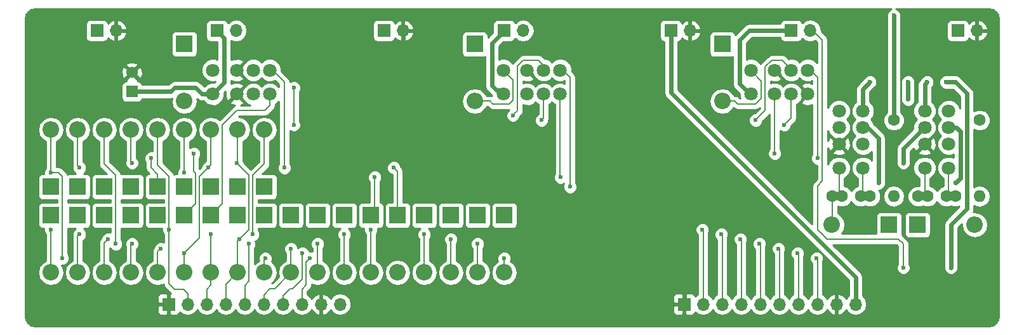
<source format=gbl>
G04 #@! TF.FileFunction,Copper,L2,Bot,Signal*
%FSLAX46Y46*%
G04 Gerber Fmt 4.6, Leading zero omitted, Abs format (unit mm)*
G04 Created by KiCad (PCBNEW 4.0.4+e1-6308~48~ubuntu16.04.1-stable) date Mon Jan 22 22:00:05 2018*
%MOMM*%
%LPD*%
G01*
G04 APERTURE LIST*
%ADD10C,0.100000*%
%ADD11C,1.600000*%
%ADD12O,1.600000X1.600000*%
%ADD13R,1.700000X1.700000*%
%ADD14O,1.700000X1.700000*%
%ADD15R,2.200000X2.200000*%
%ADD16O,2.200000X2.200000*%
%ADD17R,1.524000X1.524000*%
%ADD18C,1.524000*%
%ADD19C,1.800000*%
%ADD20C,0.600000*%
%ADD21C,0.200000*%
%ADD22C,0.600000*%
%ADD23C,0.254000*%
G04 APERTURE END LIST*
D10*
D11*
X216535000Y-115570000D03*
D12*
X216535000Y-125730000D03*
D13*
X119820000Y-140130000D03*
D14*
X122360000Y-140130000D03*
X124900000Y-140130000D03*
X127440000Y-140130000D03*
X129980000Y-140130000D03*
X132520000Y-140130000D03*
X135060000Y-140130000D03*
X137600000Y-140130000D03*
X140140000Y-140130000D03*
X142680000Y-140130000D03*
D13*
X188570000Y-140130000D03*
D14*
X191110000Y-140130000D03*
X193650000Y-140130000D03*
X196190000Y-140130000D03*
X198730000Y-140130000D03*
X201270000Y-140130000D03*
X203810000Y-140130000D03*
X206350000Y-140130000D03*
X208890000Y-140130000D03*
X211430000Y-140130000D03*
D11*
X227965000Y-115570000D03*
D12*
X227965000Y-125730000D03*
D11*
X212110000Y-125730000D03*
X209610000Y-125730000D03*
X213360000Y-125730000D03*
X208360000Y-125730000D03*
X223540000Y-125730000D03*
X221040000Y-125730000D03*
X224790000Y-125730000D03*
X219790000Y-125730000D03*
D13*
X110250000Y-103620000D03*
D14*
X112790000Y-103620000D03*
D13*
X126280000Y-103620000D03*
D14*
X128820000Y-103620000D03*
D13*
X164560000Y-103620000D03*
D14*
X167100000Y-103620000D03*
D13*
X202840000Y-103620000D03*
D14*
X205380000Y-103620000D03*
D13*
X148530000Y-103620000D03*
D14*
X151070000Y-103620000D03*
D13*
X186810000Y-103620000D03*
D14*
X189350000Y-103620000D03*
D13*
X225090000Y-103620000D03*
D14*
X227630000Y-103620000D03*
D15*
X215900000Y-129540000D03*
D16*
X208280000Y-129540000D03*
D15*
X121920000Y-105410000D03*
D16*
X121920000Y-113030000D03*
D15*
X104140000Y-128270000D03*
D16*
X104140000Y-135890000D03*
D15*
X132588000Y-124460000D03*
D16*
X132588000Y-116840000D03*
D15*
X107696000Y-128270000D03*
D16*
X107696000Y-135890000D03*
D15*
X129032000Y-124460000D03*
D16*
X129032000Y-116840000D03*
D15*
X111252000Y-128270000D03*
D16*
X111252000Y-135890000D03*
D15*
X125476000Y-124460000D03*
D16*
X125476000Y-116840000D03*
D15*
X114808000Y-128270000D03*
D16*
X114808000Y-135890000D03*
D15*
X121920000Y-124460000D03*
D16*
X121920000Y-116840000D03*
D15*
X160655000Y-105410000D03*
D16*
X160655000Y-113030000D03*
D15*
X118364000Y-128270000D03*
D16*
X118364000Y-135890000D03*
D15*
X118364000Y-124460000D03*
D16*
X118364000Y-116840000D03*
D15*
X219710000Y-129540000D03*
D16*
X227330000Y-129540000D03*
D15*
X121920000Y-128270000D03*
D16*
X121920000Y-135890000D03*
D15*
X114808000Y-124460000D03*
D16*
X114808000Y-116840000D03*
D15*
X125476000Y-128270000D03*
D16*
X125476000Y-135890000D03*
D15*
X111252000Y-124460000D03*
D16*
X111252000Y-116840000D03*
D15*
X129032000Y-128270000D03*
D16*
X129032000Y-135890000D03*
D15*
X107696000Y-124460000D03*
D16*
X107696000Y-116840000D03*
D15*
X146812000Y-128270000D03*
D16*
X146812000Y-135890000D03*
D15*
X104140000Y-124460000D03*
D16*
X104140000Y-116840000D03*
D15*
X193675000Y-105410000D03*
D16*
X193675000Y-113030000D03*
D15*
X143256000Y-128270000D03*
D16*
X143256000Y-135890000D03*
D15*
X139700000Y-128270000D03*
D16*
X139700000Y-135890000D03*
D15*
X136144000Y-128270000D03*
D16*
X136144000Y-135890000D03*
D15*
X132588000Y-128270000D03*
D16*
X132588000Y-135890000D03*
D15*
X150368000Y-128270000D03*
D16*
X150368000Y-135890000D03*
D15*
X153924000Y-128270000D03*
D16*
X153924000Y-135890000D03*
D15*
X157480000Y-128270000D03*
D16*
X157480000Y-135890000D03*
D15*
X161036000Y-128270000D03*
D16*
X161036000Y-135890000D03*
D15*
X164592000Y-128270000D03*
D16*
X164592000Y-135890000D03*
D17*
X114935000Y-111760000D03*
D18*
X114935000Y-109220000D03*
D19*
X197460000Y-112090000D03*
X200660000Y-112090000D03*
X202860000Y-112090000D03*
X205060000Y-112090000D03*
X205060000Y-108890000D03*
X202860000Y-108890000D03*
X200660000Y-108890000D03*
X197460000Y-108890000D03*
X223850000Y-121945000D03*
X223850000Y-118745000D03*
X223850000Y-116545000D03*
X223850000Y-114345000D03*
X220650000Y-114345000D03*
X220650000Y-116545000D03*
X220650000Y-118745000D03*
X220650000Y-121945000D03*
X125705000Y-112090000D03*
X128905000Y-112090000D03*
X131105000Y-112090000D03*
X133305000Y-112090000D03*
X133305000Y-108890000D03*
X131105000Y-108890000D03*
X128905000Y-108890000D03*
X125705000Y-108890000D03*
X212420000Y-121945000D03*
X212420000Y-118745000D03*
X212420000Y-116545000D03*
X212420000Y-114345000D03*
X209220000Y-114345000D03*
X209220000Y-116545000D03*
X209220000Y-118745000D03*
X209220000Y-121945000D03*
X164440000Y-112090000D03*
X167640000Y-112090000D03*
X169840000Y-112090000D03*
X172040000Y-112090000D03*
X172040000Y-108890000D03*
X169840000Y-108890000D03*
X167640000Y-108890000D03*
X164440000Y-108890000D03*
D20*
X191008000Y-130175000D03*
X146812000Y-130175000D03*
X119888000Y-130175000D03*
X104140000Y-130175000D03*
X200660000Y-120015000D03*
X123190000Y-120015000D03*
X173355000Y-124460000D03*
X193548000Y-130810000D03*
X153924000Y-130810000D03*
X143256000Y-130810000D03*
X125476000Y-130810000D03*
X131064000Y-130810000D03*
X107950000Y-130810000D03*
X196088000Y-131445000D03*
X157480000Y-131445000D03*
X129286000Y-131445000D03*
X128905000Y-121285000D03*
X114935000Y-121285000D03*
X111760000Y-131445000D03*
X203708000Y-133350000D03*
X137668000Y-133350000D03*
X125095000Y-121920000D03*
X107950000Y-121920000D03*
X121920000Y-133350000D03*
X198628000Y-132080000D03*
X161036000Y-132080000D03*
X139700000Y-132080000D03*
X130556000Y-132080000D03*
X112776000Y-132080000D03*
X114935000Y-132080000D03*
X206248000Y-133985000D03*
X164592000Y-133985000D03*
X138684000Y-133985000D03*
X105664000Y-133985000D03*
X121920000Y-122555000D03*
X104140000Y-122555000D03*
X132715000Y-133985000D03*
X201168000Y-132715000D03*
X136144000Y-132715000D03*
X118745000Y-132715000D03*
X117475000Y-120650000D03*
X206375000Y-120650000D03*
X172085000Y-123190000D03*
X147320000Y-123190000D03*
X217805000Y-135255000D03*
X135255000Y-121920000D03*
X149860000Y-121920000D03*
X216535000Y-101600000D03*
X199136000Y-104775000D03*
X188570000Y-135890000D03*
X188468000Y-127381000D03*
X145161000Y-104775000D03*
X150876000Y-109728000D03*
X213360000Y-110490000D03*
X218440000Y-112776000D03*
X218440000Y-110490000D03*
X220980000Y-110490000D03*
X214503000Y-123952000D03*
X224790000Y-123952000D03*
X217805000Y-121285000D03*
X165735000Y-114935000D03*
X136525000Y-111252000D03*
X136525000Y-116205000D03*
X201930000Y-116205000D03*
X198120000Y-115570000D03*
X169545000Y-115570000D03*
X224155000Y-135255000D03*
X223520000Y-110490000D03*
D21*
X212420000Y-121945000D02*
X212420000Y-125420000D01*
X212420000Y-125420000D02*
X212110000Y-125730000D01*
X209220000Y-121945000D02*
X209220000Y-125340000D01*
X209220000Y-125340000D02*
X209610000Y-125730000D01*
X208360000Y-125730000D02*
X208360000Y-129460000D01*
X208360000Y-129460000D02*
X208280000Y-129540000D01*
X223850000Y-121945000D02*
X223850000Y-125420000D01*
X223850000Y-125420000D02*
X223540000Y-125730000D01*
X220650000Y-121945000D02*
X220650000Y-125340000D01*
X220650000Y-125340000D02*
X221040000Y-125730000D01*
X191110000Y-130277000D02*
X191110000Y-136525000D01*
X191110000Y-136525000D02*
X191110000Y-140130000D01*
X191008000Y-130175000D02*
X191110000Y-130277000D01*
X146812000Y-135890000D02*
X146812000Y-130175000D01*
X119888000Y-130175000D02*
X119888000Y-137414000D01*
X122360000Y-138743000D02*
X122360000Y-140130000D01*
X121793000Y-138176000D02*
X122360000Y-138743000D01*
X120650000Y-138176000D02*
X121793000Y-138176000D01*
X119888000Y-137414000D02*
X120650000Y-138176000D01*
X118364000Y-116840000D02*
X118364000Y-121539000D01*
X119888000Y-123063000D02*
X119888000Y-130175000D01*
X118364000Y-121539000D02*
X119888000Y-123063000D01*
X104140000Y-130175000D02*
X104140000Y-135890000D01*
X123190000Y-120015000D02*
X123190000Y-122428000D01*
X200660000Y-111590000D02*
X200660000Y-120015000D01*
X123444000Y-126746000D02*
X121920000Y-128270000D01*
X123444000Y-122682000D02*
X123444000Y-126746000D01*
X123190000Y-122428000D02*
X123444000Y-122682000D01*
X172040000Y-109390000D02*
X172890000Y-109390000D01*
X172890000Y-109390000D02*
X173355000Y-109855000D01*
X173355000Y-109855000D02*
X173355000Y-124460000D01*
X193650000Y-130912000D02*
X193650000Y-140130000D01*
X193548000Y-130810000D02*
X193650000Y-130912000D01*
X153924000Y-135890000D02*
X153924000Y-130810000D01*
X143256000Y-135890000D02*
X143256000Y-130810000D01*
X125476000Y-135890000D02*
X125476000Y-130810000D01*
X125476000Y-135890000D02*
X125476000Y-137541000D01*
X124900000Y-138117000D02*
X124900000Y-140130000D01*
X125476000Y-137541000D02*
X124900000Y-138117000D01*
X132588000Y-116840000D02*
X132588000Y-121412000D01*
X131064000Y-122936000D02*
X131064000Y-130810000D01*
X132588000Y-121412000D02*
X131064000Y-122936000D01*
X107696000Y-131064000D02*
X107696000Y-135890000D01*
X107696000Y-131064000D02*
X107950000Y-130810000D01*
X196190000Y-131547000D02*
X196190000Y-140130000D01*
X196088000Y-131445000D02*
X196190000Y-131547000D01*
X157480000Y-135890000D02*
X157480000Y-131445000D01*
X129032000Y-135890000D02*
X129032000Y-131699000D01*
X129032000Y-131699000D02*
X129286000Y-131445000D01*
X127440000Y-140130000D02*
X127440000Y-137482000D01*
X127440000Y-137482000D02*
X129032000Y-135890000D01*
X128905000Y-121285000D02*
X130556000Y-122936000D01*
X130556000Y-122936000D02*
X130556000Y-130175000D01*
X130556000Y-130175000D02*
X129286000Y-131445000D01*
X114808000Y-116840000D02*
X114808000Y-121158000D01*
X129032000Y-121158000D02*
X129032000Y-116840000D01*
X128905000Y-121285000D02*
X129032000Y-121158000D01*
X114808000Y-121158000D02*
X114935000Y-121285000D01*
X111252000Y-131953000D02*
X111252000Y-135890000D01*
X111252000Y-131953000D02*
X111760000Y-131445000D01*
X203810000Y-133452000D02*
X203810000Y-140130000D01*
X203708000Y-133350000D02*
X203810000Y-133452000D01*
X135060000Y-140130000D02*
X135060000Y-139006000D01*
X137668000Y-136779000D02*
X137668000Y-133350000D01*
X136398000Y-138049000D02*
X137668000Y-136779000D01*
X136017000Y-138049000D02*
X136398000Y-138049000D01*
X135060000Y-139006000D02*
X136017000Y-138049000D01*
X125095000Y-121920000D02*
X123952000Y-123063000D01*
X123952000Y-131318000D02*
X121920000Y-133350000D01*
X123952000Y-123063000D02*
X123952000Y-131318000D01*
X107696000Y-116840000D02*
X107696000Y-121666000D01*
X125476000Y-121539000D02*
X125476000Y-116840000D01*
X125095000Y-121920000D02*
X125476000Y-121539000D01*
X107696000Y-121666000D02*
X107950000Y-121920000D01*
X121920000Y-135890000D02*
X121920000Y-133350000D01*
X198730000Y-132182000D02*
X198730000Y-140130000D01*
X198628000Y-132080000D02*
X198730000Y-132182000D01*
X161036000Y-135890000D02*
X161036000Y-132080000D01*
X139700000Y-135890000D02*
X139700000Y-132080000D01*
X129980000Y-140130000D02*
X129980000Y-137609000D01*
X130556000Y-137033000D02*
X130556000Y-132080000D01*
X129980000Y-137609000D02*
X130556000Y-137033000D01*
X111252000Y-116840000D02*
X111252000Y-121412000D01*
X112776000Y-122936000D02*
X112776000Y-132080000D01*
X111252000Y-121412000D02*
X112776000Y-122936000D01*
X114808000Y-132207000D02*
X114808000Y-135890000D01*
X114808000Y-132207000D02*
X114935000Y-132080000D01*
X206350000Y-134087000D02*
X206350000Y-140130000D01*
X206248000Y-133985000D02*
X206350000Y-134087000D01*
X164592000Y-135890000D02*
X164592000Y-133985000D01*
X137600000Y-140130000D02*
X137600000Y-138117000D01*
X138176000Y-134493000D02*
X138684000Y-133985000D01*
X138176000Y-137541000D02*
X138176000Y-134493000D01*
X137600000Y-138117000D02*
X138176000Y-137541000D01*
X104140000Y-122555000D02*
X105156000Y-122555000D01*
X105664000Y-123063000D02*
X105664000Y-133985000D01*
X105156000Y-122555000D02*
X105664000Y-123063000D01*
X104140000Y-116840000D02*
X104140000Y-122555000D01*
X121920000Y-122555000D02*
X121920000Y-116840000D01*
X132588000Y-135890000D02*
X132588000Y-134112000D01*
X132588000Y-134112000D02*
X132715000Y-133985000D01*
X164440000Y-108890000D02*
X164440000Y-108941000D01*
X164440000Y-108941000D02*
X165735000Y-110236000D01*
X165735000Y-110236000D02*
X165735000Y-112903000D01*
X165735000Y-112903000D02*
X165227000Y-113411000D01*
X165227000Y-113411000D02*
X163068000Y-113411000D01*
X163068000Y-113411000D02*
X162687000Y-113030000D01*
X162687000Y-113030000D02*
X160655000Y-113030000D01*
X164440000Y-109390000D02*
X165016000Y-109390000D01*
X201270000Y-132817000D02*
X201270000Y-140130000D01*
X201168000Y-132715000D02*
X201270000Y-132817000D01*
X132520000Y-140130000D02*
X132520000Y-138879000D01*
X133985000Y-138049000D02*
X136144000Y-135890000D01*
X133350000Y-138049000D02*
X133985000Y-138049000D01*
X132520000Y-138879000D02*
X133350000Y-138049000D01*
X136144000Y-135890000D02*
X136144000Y-132715000D01*
X118364000Y-133096000D02*
X118745000Y-132715000D01*
X118364000Y-133096000D02*
X118364000Y-135890000D01*
X205060000Y-108890000D02*
X205410000Y-108890000D01*
X205410000Y-108890000D02*
X206375000Y-109855000D01*
X206375000Y-109855000D02*
X206375000Y-110490000D01*
X205060000Y-109390000D02*
X205275000Y-109390000D01*
X118364000Y-122809000D02*
X117475000Y-121920000D01*
X117475000Y-121920000D02*
X117475000Y-120650000D01*
X118364000Y-124460000D02*
X118364000Y-122809000D01*
X206375000Y-110490000D02*
X206375000Y-120650000D01*
X133305000Y-111590000D02*
X133305000Y-113620000D01*
X127000000Y-126746000D02*
X125476000Y-128270000D01*
X127000000Y-116205000D02*
X127000000Y-126746000D01*
X128905000Y-114300000D02*
X127000000Y-116205000D01*
X132625000Y-114300000D02*
X128905000Y-114300000D01*
X133305000Y-113620000D02*
X132625000Y-114300000D01*
X147320000Y-127762000D02*
X147320000Y-123190000D01*
X172040000Y-123145000D02*
X172085000Y-123190000D01*
X172040000Y-123145000D02*
X172040000Y-111590000D01*
X147320000Y-127762000D02*
X146812000Y-128270000D01*
X205380000Y-103620000D02*
X205728000Y-103620000D01*
X205728000Y-103620000D02*
X207010000Y-104902000D01*
X207010000Y-104902000D02*
X207010000Y-123698000D01*
X207645000Y-131445000D02*
X217170000Y-131445000D01*
X207010000Y-123698000D02*
X206375000Y-124333000D01*
X206375000Y-124333000D02*
X206375000Y-130175000D01*
X206375000Y-130175000D02*
X207645000Y-131445000D01*
X217805000Y-132080000D02*
X217805000Y-135255000D01*
X217170000Y-131445000D02*
X217805000Y-132080000D01*
X205380000Y-103620000D02*
X205855000Y-103620000D01*
X197460000Y-108890000D02*
X197460000Y-108941000D01*
X197460000Y-108941000D02*
X198882000Y-110363000D01*
X198882000Y-110363000D02*
X198882000Y-112649000D01*
X198882000Y-112649000D02*
X198120000Y-113411000D01*
X198120000Y-113411000D02*
X195707000Y-113411000D01*
X195707000Y-113411000D02*
X195326000Y-113030000D01*
X195326000Y-113030000D02*
X193675000Y-113030000D01*
X197460000Y-109390000D02*
X198036000Y-109390000D01*
X133305000Y-108890000D02*
X133655000Y-108890000D01*
X133655000Y-108890000D02*
X134155000Y-109390000D01*
X134155000Y-109390000D02*
X135255000Y-110490000D01*
X135255000Y-110490000D02*
X135255000Y-121920000D01*
X149860000Y-121920000D02*
X150368000Y-122428000D01*
X150368000Y-122428000D02*
X150368000Y-128270000D01*
D22*
X197460000Y-112090000D02*
X197307000Y-112090000D01*
X197307000Y-112090000D02*
X195961000Y-110744000D01*
X125705000Y-112090000D02*
X124282000Y-112090000D01*
X123782000Y-111590000D02*
X123444000Y-111252000D01*
X123444000Y-111252000D02*
X120650000Y-111252000D01*
X120650000Y-111252000D02*
X120142000Y-111760000D01*
X120142000Y-111760000D02*
X114935000Y-111760000D01*
X124282000Y-112090000D02*
X123782000Y-111590000D01*
X127254000Y-109982000D02*
X127254000Y-110541000D01*
X127254000Y-110541000D02*
X125705000Y-112090000D01*
X202840000Y-103620000D02*
X197243000Y-103620000D01*
X195961000Y-104902000D02*
X195961000Y-110744000D01*
X197243000Y-103620000D02*
X195961000Y-104902000D01*
X164560000Y-103620000D02*
X164560000Y-103664000D01*
X164560000Y-103664000D02*
X162941000Y-105283000D01*
X163533000Y-111590000D02*
X164440000Y-111590000D01*
X162941000Y-110998000D02*
X163533000Y-111590000D01*
X162941000Y-105283000D02*
X162941000Y-110998000D01*
X126280000Y-103620000D02*
X126280000Y-103674000D01*
X126280000Y-103674000D02*
X127254000Y-104648000D01*
X127254000Y-104648000D02*
X127254000Y-109982000D01*
X127254000Y-109982000D02*
X127254000Y-110041000D01*
D21*
X197460000Y-111590000D02*
X197655000Y-111590000D01*
D22*
X216535000Y-115570000D02*
X216535000Y-101600000D01*
X188570000Y-140130000D02*
X188570000Y-135890000D01*
X188570000Y-135890000D02*
X188570000Y-127483000D01*
X188570000Y-127483000D02*
X188468000Y-127381000D01*
X151070000Y-103620000D02*
X151070000Y-105470000D01*
X146431000Y-106045000D02*
X145161000Y-104775000D01*
X150495000Y-106045000D02*
X146431000Y-106045000D01*
X151070000Y-105470000D02*
X150495000Y-106045000D01*
X151070000Y-103620000D02*
X151070000Y-109534000D01*
X151070000Y-109534000D02*
X150876000Y-109728000D01*
X212420000Y-114345000D02*
X212420000Y-111430000D01*
X212420000Y-111430000D02*
X213360000Y-110490000D01*
X218440000Y-110490000D02*
X218440000Y-112776000D01*
X220650000Y-114345000D02*
X220650000Y-110820000D01*
X220650000Y-110820000D02*
X220980000Y-110490000D01*
X223850000Y-116545000D02*
X224876000Y-116545000D01*
X214503000Y-117983000D02*
X214503000Y-123952000D01*
X214503000Y-117983000D02*
X213065000Y-116545000D01*
X225425000Y-123317000D02*
X224790000Y-123952000D01*
X225425000Y-117094000D02*
X225425000Y-123317000D01*
X224876000Y-116545000D02*
X225425000Y-117094000D01*
X211920000Y-116545000D02*
X213065000Y-116545000D01*
X223733000Y-116545000D02*
X223350000Y-116545000D01*
X217805000Y-121285000D02*
X217805000Y-119380000D01*
X220640000Y-116545000D02*
X217805000Y-119380000D01*
D21*
X220640000Y-116545000D02*
X221150000Y-116545000D01*
X165735000Y-114935000D02*
X166116000Y-114554000D01*
X169164000Y-107569000D02*
X167132000Y-107569000D01*
X169164000Y-107569000D02*
X169840000Y-108245000D01*
X166370000Y-108331000D02*
X167132000Y-107569000D01*
X166370000Y-114300000D02*
X166370000Y-108331000D01*
X166243000Y-114427000D02*
X166370000Y-114300000D01*
X166116000Y-114554000D02*
X166243000Y-114427000D01*
X169840000Y-108890000D02*
X169840000Y-108245000D01*
X169840000Y-108245000D02*
X169840000Y-109390000D01*
X136525000Y-111252000D02*
X136525000Y-116205000D01*
X202860000Y-115275000D02*
X202860000Y-111590000D01*
X201930000Y-116205000D02*
X202860000Y-115275000D01*
X202860000Y-108890000D02*
X202860000Y-108753000D01*
X202860000Y-108753000D02*
X201676000Y-107569000D01*
X201676000Y-107569000D02*
X200279000Y-107569000D01*
X200279000Y-107569000D02*
X199390000Y-108458000D01*
X199390000Y-108458000D02*
X199390000Y-108585000D01*
X199390000Y-108585000D02*
X199390000Y-114300000D01*
X199390000Y-114300000D02*
X198120000Y-115570000D01*
X169840000Y-111590000D02*
X169840000Y-115275000D01*
X169840000Y-115275000D02*
X169545000Y-115570000D01*
D22*
X186810000Y-103620000D02*
X186810000Y-111880000D01*
X209550000Y-134620000D02*
X211455000Y-136525000D01*
X211455000Y-136525000D02*
X211455000Y-140105000D01*
X205105000Y-130175000D02*
X209550000Y-134620000D01*
X186810000Y-111880000D02*
X205105000Y-130175000D01*
D21*
X211455000Y-140105000D02*
X211430000Y-140130000D01*
D22*
X224790000Y-110490000D02*
X226314000Y-112014000D01*
X226314000Y-127381000D02*
X226314000Y-122809000D01*
X226060000Y-127635000D02*
X224155000Y-129540000D01*
X224155000Y-129540000D02*
X224155000Y-135255000D01*
X223520000Y-110490000D02*
X224790000Y-110490000D01*
X226060000Y-127635000D02*
X226314000Y-127381000D01*
X226314000Y-112014000D02*
X226314000Y-122809000D01*
D23*
G36*
X216006057Y-100806883D02*
X215742808Y-101069673D01*
X215600162Y-101413201D01*
X215599838Y-101785167D01*
X215600000Y-101785559D01*
X215600000Y-114475742D01*
X215319176Y-114756077D01*
X215100250Y-115283309D01*
X215099752Y-115854187D01*
X215317757Y-116381800D01*
X215721077Y-116785824D01*
X216248309Y-117004750D01*
X216819187Y-117005248D01*
X217346800Y-116787243D01*
X217750824Y-116383923D01*
X217969750Y-115856691D01*
X217970248Y-115285813D01*
X217752243Y-114758200D01*
X217470000Y-114475464D01*
X217470000Y-110675167D01*
X217504838Y-110675167D01*
X217505000Y-110675559D01*
X217505000Y-112775184D01*
X217504838Y-112961167D01*
X217646883Y-113304943D01*
X217909673Y-113568192D01*
X218253201Y-113710838D01*
X218625167Y-113711162D01*
X218968943Y-113569117D01*
X219232192Y-113306327D01*
X219374838Y-112962799D01*
X219375162Y-112590833D01*
X219375000Y-112590441D01*
X219375000Y-110490816D01*
X219375162Y-110304833D01*
X219233117Y-109961057D01*
X218970327Y-109697808D01*
X218626799Y-109555162D01*
X218254833Y-109554838D01*
X217911057Y-109696883D01*
X217647808Y-109959673D01*
X217505162Y-110303201D01*
X217504838Y-110675167D01*
X217470000Y-110675167D01*
X217470000Y-102770000D01*
X223592560Y-102770000D01*
X223592560Y-104470000D01*
X223636838Y-104705317D01*
X223775910Y-104921441D01*
X223988110Y-105066431D01*
X224240000Y-105117440D01*
X225940000Y-105117440D01*
X226175317Y-105073162D01*
X226391441Y-104934090D01*
X226536431Y-104721890D01*
X226558301Y-104613893D01*
X226863076Y-104891645D01*
X227273110Y-105061476D01*
X227503000Y-104940155D01*
X227503000Y-103747000D01*
X227757000Y-103747000D01*
X227757000Y-104940155D01*
X227986890Y-105061476D01*
X228396924Y-104891645D01*
X228825183Y-104501358D01*
X229071486Y-103976892D01*
X228950819Y-103747000D01*
X227757000Y-103747000D01*
X227503000Y-103747000D01*
X227483000Y-103747000D01*
X227483000Y-103493000D01*
X227503000Y-103493000D01*
X227503000Y-102299845D01*
X227757000Y-102299845D01*
X227757000Y-103493000D01*
X228950819Y-103493000D01*
X229071486Y-103263108D01*
X228825183Y-102738642D01*
X228396924Y-102348355D01*
X227986890Y-102178524D01*
X227757000Y-102299845D01*
X227503000Y-102299845D01*
X227273110Y-102178524D01*
X226863076Y-102348355D01*
X226560063Y-102624501D01*
X226543162Y-102534683D01*
X226404090Y-102318559D01*
X226191890Y-102173569D01*
X225940000Y-102122560D01*
X224240000Y-102122560D01*
X224004683Y-102166838D01*
X223788559Y-102305910D01*
X223643569Y-102518110D01*
X223592560Y-102770000D01*
X217470000Y-102770000D01*
X217470000Y-101600816D01*
X217470162Y-101414833D01*
X217328117Y-101071057D01*
X217065327Y-100807808D01*
X216829780Y-100710000D01*
X229180069Y-100710000D01*
X229738338Y-100821046D01*
X230152333Y-101097669D01*
X230428953Y-101511660D01*
X230540000Y-102069931D01*
X230540000Y-141680069D01*
X230428953Y-142238340D01*
X230152333Y-142652331D01*
X229738338Y-142928954D01*
X229180069Y-143040000D01*
X102069931Y-143040000D01*
X101511660Y-142928953D01*
X101097669Y-142652333D01*
X100821046Y-142238338D01*
X100710000Y-141680069D01*
X100710000Y-140415750D01*
X118335000Y-140415750D01*
X118335000Y-141106309D01*
X118431673Y-141339698D01*
X118610301Y-141518327D01*
X118843690Y-141615000D01*
X119534250Y-141615000D01*
X119693000Y-141456250D01*
X119693000Y-140257000D01*
X118493750Y-140257000D01*
X118335000Y-140415750D01*
X100710000Y-140415750D01*
X100710000Y-139153691D01*
X118335000Y-139153691D01*
X118335000Y-139844250D01*
X118493750Y-140003000D01*
X119693000Y-140003000D01*
X119693000Y-138803750D01*
X119534250Y-138645000D01*
X118843690Y-138645000D01*
X118610301Y-138741673D01*
X118431673Y-138920302D01*
X118335000Y-139153691D01*
X100710000Y-139153691D01*
X100710000Y-123360000D01*
X102392560Y-123360000D01*
X102392560Y-125560000D01*
X102436838Y-125795317D01*
X102575910Y-126011441D01*
X102788110Y-126156431D01*
X103040000Y-126207440D01*
X104929000Y-126207440D01*
X104929000Y-126522560D01*
X103040000Y-126522560D01*
X102804683Y-126566838D01*
X102588559Y-126705910D01*
X102443569Y-126918110D01*
X102392560Y-127170000D01*
X102392560Y-129370000D01*
X102436838Y-129605317D01*
X102575910Y-129821441D01*
X102788110Y-129966431D01*
X103040000Y-130017440D01*
X103205137Y-130017440D01*
X103204838Y-130360167D01*
X103346883Y-130703943D01*
X103405000Y-130762162D01*
X103405000Y-134300548D01*
X102913170Y-134629179D01*
X102537069Y-135192053D01*
X102405000Y-135856009D01*
X102405000Y-135923991D01*
X102537069Y-136587947D01*
X102913170Y-137150821D01*
X103476044Y-137526922D01*
X104140000Y-137658991D01*
X104803956Y-137526922D01*
X105366830Y-137150821D01*
X105742931Y-136587947D01*
X105875000Y-135923991D01*
X105875000Y-135856009D01*
X105742931Y-135192053D01*
X105561091Y-134919911D01*
X105849167Y-134920162D01*
X106192943Y-134778117D01*
X106456192Y-134515327D01*
X106598838Y-134171799D01*
X106599162Y-133799833D01*
X106457117Y-133456057D01*
X106399000Y-133397838D01*
X106399000Y-129977547D01*
X106596000Y-130017440D01*
X107420499Y-130017440D01*
X107157808Y-130279673D01*
X107015162Y-130623201D01*
X107015015Y-130792453D01*
X106961000Y-131064000D01*
X106961000Y-134300548D01*
X106469170Y-134629179D01*
X106093069Y-135192053D01*
X105961000Y-135856009D01*
X105961000Y-135923991D01*
X106093069Y-136587947D01*
X106469170Y-137150821D01*
X107032044Y-137526922D01*
X107696000Y-137658991D01*
X108359956Y-137526922D01*
X108922830Y-137150821D01*
X109298931Y-136587947D01*
X109431000Y-135923991D01*
X109431000Y-135856009D01*
X109298931Y-135192053D01*
X108922830Y-134629179D01*
X108431000Y-134300548D01*
X108431000Y-131622927D01*
X108478943Y-131603117D01*
X108742192Y-131340327D01*
X108884838Y-130996799D01*
X108885162Y-130624833D01*
X108743117Y-130281057D01*
X108480327Y-130017808D01*
X108479441Y-130017440D01*
X108796000Y-130017440D01*
X109031317Y-129973162D01*
X109247441Y-129834090D01*
X109392431Y-129621890D01*
X109443440Y-129370000D01*
X109443440Y-127170000D01*
X109399162Y-126934683D01*
X109260090Y-126718559D01*
X109047890Y-126573569D01*
X108796000Y-126522560D01*
X106596000Y-126522560D01*
X106399000Y-126559628D01*
X106399000Y-126167547D01*
X106596000Y-126207440D01*
X108796000Y-126207440D01*
X109031317Y-126163162D01*
X109247441Y-126024090D01*
X109392431Y-125811890D01*
X109443440Y-125560000D01*
X109443440Y-123360000D01*
X109504560Y-123360000D01*
X109504560Y-125560000D01*
X109548838Y-125795317D01*
X109687910Y-126011441D01*
X109900110Y-126156431D01*
X110152000Y-126207440D01*
X112041000Y-126207440D01*
X112041000Y-126522560D01*
X110152000Y-126522560D01*
X109916683Y-126566838D01*
X109700559Y-126705910D01*
X109555569Y-126918110D01*
X109504560Y-127170000D01*
X109504560Y-129370000D01*
X109548838Y-129605317D01*
X109687910Y-129821441D01*
X109900110Y-129966431D01*
X110152000Y-130017440D01*
X112041000Y-130017440D01*
X112041000Y-130549278D01*
X111946799Y-130510162D01*
X111574833Y-130509838D01*
X111231057Y-130651883D01*
X110967808Y-130914673D01*
X110825162Y-131258201D01*
X110825090Y-131340463D01*
X110732277Y-131433277D01*
X110572949Y-131671728D01*
X110517000Y-131953000D01*
X110517000Y-134300548D01*
X110025170Y-134629179D01*
X109649069Y-135192053D01*
X109517000Y-135856009D01*
X109517000Y-135923991D01*
X109649069Y-136587947D01*
X110025170Y-137150821D01*
X110588044Y-137526922D01*
X111252000Y-137658991D01*
X111915956Y-137526922D01*
X112478830Y-137150821D01*
X112854931Y-136587947D01*
X112987000Y-135923991D01*
X112987000Y-135856009D01*
X113073000Y-135856009D01*
X113073000Y-135923991D01*
X113205069Y-136587947D01*
X113581170Y-137150821D01*
X114144044Y-137526922D01*
X114808000Y-137658991D01*
X115471956Y-137526922D01*
X116034830Y-137150821D01*
X116410931Y-136587947D01*
X116543000Y-135923991D01*
X116543000Y-135856009D01*
X116410931Y-135192053D01*
X116034830Y-134629179D01*
X115543000Y-134300548D01*
X115543000Y-132794198D01*
X115727192Y-132610327D01*
X115869838Y-132266799D01*
X115870162Y-131894833D01*
X115728117Y-131551057D01*
X115465327Y-131287808D01*
X115121799Y-131145162D01*
X114749833Y-131144838D01*
X114406057Y-131286883D01*
X114142808Y-131549673D01*
X114000162Y-131893201D01*
X113999838Y-132265167D01*
X114073000Y-132442233D01*
X114073000Y-134300548D01*
X113581170Y-134629179D01*
X113205069Y-135192053D01*
X113073000Y-135856009D01*
X112987000Y-135856009D01*
X112854931Y-135192053D01*
X112478830Y-134629179D01*
X111987000Y-134300548D01*
X111987000Y-132613067D01*
X112245673Y-132872192D01*
X112589201Y-133014838D01*
X112961167Y-133015162D01*
X113304943Y-132873117D01*
X113568192Y-132610327D01*
X113710838Y-132266799D01*
X113711162Y-131894833D01*
X113569117Y-131551057D01*
X113511000Y-131492838D01*
X113511000Y-129977547D01*
X113708000Y-130017440D01*
X115908000Y-130017440D01*
X116143317Y-129973162D01*
X116359441Y-129834090D01*
X116504431Y-129621890D01*
X116555440Y-129370000D01*
X116555440Y-127170000D01*
X116511162Y-126934683D01*
X116372090Y-126718559D01*
X116159890Y-126573569D01*
X115908000Y-126522560D01*
X113708000Y-126522560D01*
X113511000Y-126559628D01*
X113511000Y-126167547D01*
X113708000Y-126207440D01*
X115908000Y-126207440D01*
X116143317Y-126163162D01*
X116359441Y-126024090D01*
X116504431Y-125811890D01*
X116555440Y-125560000D01*
X116555440Y-123360000D01*
X116511162Y-123124683D01*
X116372090Y-122908559D01*
X116159890Y-122763569D01*
X115908000Y-122712560D01*
X113708000Y-122712560D01*
X113475265Y-122756352D01*
X113455051Y-122654728D01*
X113455051Y-122654727D01*
X113295723Y-122416276D01*
X111987000Y-121107554D01*
X111987000Y-118429452D01*
X112478830Y-118100821D01*
X112854931Y-117537947D01*
X112987000Y-116873991D01*
X112987000Y-116806009D01*
X113073000Y-116806009D01*
X113073000Y-116873991D01*
X113205069Y-117537947D01*
X113581170Y-118100821D01*
X114073000Y-118429452D01*
X114073000Y-120922788D01*
X114000162Y-121098201D01*
X113999838Y-121470167D01*
X114141883Y-121813943D01*
X114404673Y-122077192D01*
X114748201Y-122219838D01*
X115120167Y-122220162D01*
X115463943Y-122078117D01*
X115727192Y-121815327D01*
X115869838Y-121471799D01*
X115870162Y-121099833D01*
X115760805Y-120835167D01*
X116539838Y-120835167D01*
X116681883Y-121178943D01*
X116740000Y-121237162D01*
X116740000Y-121920000D01*
X116785154Y-122147000D01*
X116795949Y-122201272D01*
X116955277Y-122439723D01*
X117233797Y-122718243D01*
X117028683Y-122756838D01*
X116812559Y-122895910D01*
X116667569Y-123108110D01*
X116616560Y-123360000D01*
X116616560Y-125560000D01*
X116660838Y-125795317D01*
X116799910Y-126011441D01*
X117012110Y-126156431D01*
X117264000Y-126207440D01*
X119153000Y-126207440D01*
X119153000Y-126522560D01*
X117264000Y-126522560D01*
X117028683Y-126566838D01*
X116812559Y-126705910D01*
X116667569Y-126918110D01*
X116616560Y-127170000D01*
X116616560Y-129370000D01*
X116660838Y-129605317D01*
X116799910Y-129821441D01*
X117012110Y-129966431D01*
X117264000Y-130017440D01*
X118953137Y-130017440D01*
X118952838Y-130360167D01*
X119094883Y-130703943D01*
X119153000Y-130762162D01*
X119153000Y-131872013D01*
X118931799Y-131780162D01*
X118559833Y-131779838D01*
X118216057Y-131921883D01*
X117952808Y-132184673D01*
X117810162Y-132528201D01*
X117810076Y-132627463D01*
X117684949Y-132814728D01*
X117629000Y-133096000D01*
X117629000Y-134300548D01*
X117137170Y-134629179D01*
X116761069Y-135192053D01*
X116629000Y-135856009D01*
X116629000Y-135923991D01*
X116761069Y-136587947D01*
X117137170Y-137150821D01*
X117700044Y-137526922D01*
X118364000Y-137658991D01*
X119027956Y-137526922D01*
X119158157Y-137439924D01*
X119201192Y-137656277D01*
X119208949Y-137695272D01*
X119368277Y-137933723D01*
X120092652Y-138658098D01*
X119947000Y-138803750D01*
X119947000Y-140003000D01*
X119967000Y-140003000D01*
X119967000Y-140257000D01*
X119947000Y-140257000D01*
X119947000Y-141456250D01*
X120105750Y-141615000D01*
X120796310Y-141615000D01*
X121029699Y-141518327D01*
X121208327Y-141339698D01*
X121280597Y-141165223D01*
X121309946Y-141209147D01*
X121791715Y-141531054D01*
X122360000Y-141644093D01*
X122928285Y-141531054D01*
X123410054Y-141209147D01*
X123630000Y-140879974D01*
X123849946Y-141209147D01*
X124331715Y-141531054D01*
X124900000Y-141644093D01*
X125468285Y-141531054D01*
X125950054Y-141209147D01*
X126170000Y-140879974D01*
X126389946Y-141209147D01*
X126871715Y-141531054D01*
X127440000Y-141644093D01*
X128008285Y-141531054D01*
X128490054Y-141209147D01*
X128710000Y-140879974D01*
X128929946Y-141209147D01*
X129411715Y-141531054D01*
X129980000Y-141644093D01*
X130548285Y-141531054D01*
X131030054Y-141209147D01*
X131250000Y-140879974D01*
X131469946Y-141209147D01*
X131951715Y-141531054D01*
X132520000Y-141644093D01*
X133088285Y-141531054D01*
X133570054Y-141209147D01*
X133790000Y-140879974D01*
X134009946Y-141209147D01*
X134491715Y-141531054D01*
X135060000Y-141644093D01*
X135628285Y-141531054D01*
X136110054Y-141209147D01*
X136330000Y-140879974D01*
X136549946Y-141209147D01*
X137031715Y-141531054D01*
X137600000Y-141644093D01*
X138168285Y-141531054D01*
X138650054Y-141209147D01*
X138877702Y-140868447D01*
X138944817Y-141011358D01*
X139373076Y-141401645D01*
X139783110Y-141571476D01*
X140013000Y-141450155D01*
X140013000Y-140257000D01*
X139993000Y-140257000D01*
X139993000Y-140003000D01*
X140013000Y-140003000D01*
X140013000Y-138809845D01*
X140267000Y-138809845D01*
X140267000Y-140003000D01*
X140287000Y-140003000D01*
X140287000Y-140257000D01*
X140267000Y-140257000D01*
X140267000Y-141450155D01*
X140496890Y-141571476D01*
X140906924Y-141401645D01*
X141335183Y-141011358D01*
X141402298Y-140868447D01*
X141629946Y-141209147D01*
X142111715Y-141531054D01*
X142680000Y-141644093D01*
X143248285Y-141531054D01*
X143730054Y-141209147D01*
X144051961Y-140727378D01*
X144113947Y-140415750D01*
X187085000Y-140415750D01*
X187085000Y-141106309D01*
X187181673Y-141339698D01*
X187360301Y-141518327D01*
X187593690Y-141615000D01*
X188284250Y-141615000D01*
X188443000Y-141456250D01*
X188443000Y-140257000D01*
X187243750Y-140257000D01*
X187085000Y-140415750D01*
X144113947Y-140415750D01*
X144165000Y-140159093D01*
X144165000Y-140100907D01*
X144051961Y-139532622D01*
X143798768Y-139153691D01*
X187085000Y-139153691D01*
X187085000Y-139844250D01*
X187243750Y-140003000D01*
X188443000Y-140003000D01*
X188443000Y-138803750D01*
X188697000Y-138803750D01*
X188697000Y-140003000D01*
X188717000Y-140003000D01*
X188717000Y-140257000D01*
X188697000Y-140257000D01*
X188697000Y-141456250D01*
X188855750Y-141615000D01*
X189546310Y-141615000D01*
X189779699Y-141518327D01*
X189958327Y-141339698D01*
X190030597Y-141165223D01*
X190059946Y-141209147D01*
X190541715Y-141531054D01*
X191110000Y-141644093D01*
X191678285Y-141531054D01*
X192160054Y-141209147D01*
X192380000Y-140879974D01*
X192599946Y-141209147D01*
X193081715Y-141531054D01*
X193650000Y-141644093D01*
X194218285Y-141531054D01*
X194700054Y-141209147D01*
X194920000Y-140879974D01*
X195139946Y-141209147D01*
X195621715Y-141531054D01*
X196190000Y-141644093D01*
X196758285Y-141531054D01*
X197240054Y-141209147D01*
X197460000Y-140879974D01*
X197679946Y-141209147D01*
X198161715Y-141531054D01*
X198730000Y-141644093D01*
X199298285Y-141531054D01*
X199780054Y-141209147D01*
X200000000Y-140879974D01*
X200219946Y-141209147D01*
X200701715Y-141531054D01*
X201270000Y-141644093D01*
X201838285Y-141531054D01*
X202320054Y-141209147D01*
X202540000Y-140879974D01*
X202759946Y-141209147D01*
X203241715Y-141531054D01*
X203810000Y-141644093D01*
X204378285Y-141531054D01*
X204860054Y-141209147D01*
X205080000Y-140879974D01*
X205299946Y-141209147D01*
X205781715Y-141531054D01*
X206350000Y-141644093D01*
X206918285Y-141531054D01*
X207400054Y-141209147D01*
X207627702Y-140868447D01*
X207694817Y-141011358D01*
X208123076Y-141401645D01*
X208533110Y-141571476D01*
X208763000Y-141450155D01*
X208763000Y-140257000D01*
X208743000Y-140257000D01*
X208743000Y-140003000D01*
X208763000Y-140003000D01*
X208763000Y-138809845D01*
X208533110Y-138688524D01*
X208123076Y-138858355D01*
X207694817Y-139248642D01*
X207627702Y-139391553D01*
X207400054Y-139050853D01*
X207085000Y-138840341D01*
X207085000Y-134407418D01*
X207182838Y-134171799D01*
X207183162Y-133799833D01*
X207041117Y-133456057D01*
X206778327Y-133192808D01*
X206434799Y-133050162D01*
X206062833Y-133049838D01*
X205719057Y-133191883D01*
X205455808Y-133454673D01*
X205313162Y-133798201D01*
X205312838Y-134170167D01*
X205454883Y-134513943D01*
X205615000Y-134674340D01*
X205615000Y-138840341D01*
X205299946Y-139050853D01*
X205080000Y-139380026D01*
X204860054Y-139050853D01*
X204545000Y-138840341D01*
X204545000Y-133772418D01*
X204642838Y-133536799D01*
X204643162Y-133164833D01*
X204501117Y-132821057D01*
X204238327Y-132557808D01*
X203894799Y-132415162D01*
X203522833Y-132414838D01*
X203179057Y-132556883D01*
X202915808Y-132819673D01*
X202773162Y-133163201D01*
X202772838Y-133535167D01*
X202914883Y-133878943D01*
X203075000Y-134039340D01*
X203075000Y-138840341D01*
X202759946Y-139050853D01*
X202540000Y-139380026D01*
X202320054Y-139050853D01*
X202005000Y-138840341D01*
X202005000Y-133137418D01*
X202102838Y-132901799D01*
X202103162Y-132529833D01*
X201961117Y-132186057D01*
X201698327Y-131922808D01*
X201354799Y-131780162D01*
X200982833Y-131779838D01*
X200639057Y-131921883D01*
X200375808Y-132184673D01*
X200233162Y-132528201D01*
X200232838Y-132900167D01*
X200374883Y-133243943D01*
X200535000Y-133404340D01*
X200535000Y-138840341D01*
X200219946Y-139050853D01*
X200000000Y-139380026D01*
X199780054Y-139050853D01*
X199465000Y-138840341D01*
X199465000Y-132502418D01*
X199562838Y-132266799D01*
X199563162Y-131894833D01*
X199421117Y-131551057D01*
X199158327Y-131287808D01*
X198814799Y-131145162D01*
X198442833Y-131144838D01*
X198099057Y-131286883D01*
X197835808Y-131549673D01*
X197693162Y-131893201D01*
X197692838Y-132265167D01*
X197834883Y-132608943D01*
X197995000Y-132769340D01*
X197995000Y-138840341D01*
X197679946Y-139050853D01*
X197460000Y-139380026D01*
X197240054Y-139050853D01*
X196925000Y-138840341D01*
X196925000Y-131867418D01*
X197022838Y-131631799D01*
X197023162Y-131259833D01*
X196881117Y-130916057D01*
X196618327Y-130652808D01*
X196274799Y-130510162D01*
X195902833Y-130509838D01*
X195559057Y-130651883D01*
X195295808Y-130914673D01*
X195153162Y-131258201D01*
X195152838Y-131630167D01*
X195294883Y-131973943D01*
X195455000Y-132134340D01*
X195455000Y-138840341D01*
X195139946Y-139050853D01*
X194920000Y-139380026D01*
X194700054Y-139050853D01*
X194385000Y-138840341D01*
X194385000Y-131232418D01*
X194482838Y-130996799D01*
X194483162Y-130624833D01*
X194341117Y-130281057D01*
X194078327Y-130017808D01*
X193734799Y-129875162D01*
X193362833Y-129874838D01*
X193019057Y-130016883D01*
X192755808Y-130279673D01*
X192613162Y-130623201D01*
X192612838Y-130995167D01*
X192754883Y-131338943D01*
X192915000Y-131499340D01*
X192915000Y-138840341D01*
X192599946Y-139050853D01*
X192380000Y-139380026D01*
X192160054Y-139050853D01*
X191845000Y-138840341D01*
X191845000Y-130597418D01*
X191942838Y-130361799D01*
X191943162Y-129989833D01*
X191801117Y-129646057D01*
X191538327Y-129382808D01*
X191194799Y-129240162D01*
X190822833Y-129239838D01*
X190479057Y-129381883D01*
X190215808Y-129644673D01*
X190073162Y-129988201D01*
X190072838Y-130360167D01*
X190214883Y-130703943D01*
X190375000Y-130864340D01*
X190375000Y-138840341D01*
X190059946Y-139050853D01*
X190030597Y-139094777D01*
X189958327Y-138920302D01*
X189779699Y-138741673D01*
X189546310Y-138645000D01*
X188855750Y-138645000D01*
X188697000Y-138803750D01*
X188443000Y-138803750D01*
X188284250Y-138645000D01*
X187593690Y-138645000D01*
X187360301Y-138741673D01*
X187181673Y-138920302D01*
X187085000Y-139153691D01*
X143798768Y-139153691D01*
X143730054Y-139050853D01*
X143248285Y-138728946D01*
X142680000Y-138615907D01*
X142111715Y-138728946D01*
X141629946Y-139050853D01*
X141402298Y-139391553D01*
X141335183Y-139248642D01*
X140906924Y-138858355D01*
X140496890Y-138688524D01*
X140267000Y-138809845D01*
X140013000Y-138809845D01*
X139783110Y-138688524D01*
X139373076Y-138858355D01*
X138944817Y-139248642D01*
X138877702Y-139391553D01*
X138650054Y-139050853D01*
X138335000Y-138840341D01*
X138335000Y-138421446D01*
X138695723Y-138060723D01*
X138855051Y-137822272D01*
X138865846Y-137768000D01*
X138911000Y-137541000D01*
X138911000Y-137443370D01*
X139036044Y-137526922D01*
X139700000Y-137658991D01*
X140363956Y-137526922D01*
X140926830Y-137150821D01*
X141302931Y-136587947D01*
X141435000Y-135923991D01*
X141435000Y-135856009D01*
X141302931Y-135192053D01*
X140926830Y-134629179D01*
X140435000Y-134300548D01*
X140435000Y-132667419D01*
X140492192Y-132610327D01*
X140634838Y-132266799D01*
X140635162Y-131894833D01*
X140493117Y-131551057D01*
X140230327Y-131287808D01*
X139886799Y-131145162D01*
X139514833Y-131144838D01*
X139171057Y-131286883D01*
X138907808Y-131549673D01*
X138765162Y-131893201D01*
X138764838Y-132265167D01*
X138906883Y-132608943D01*
X138965000Y-132667162D01*
X138965000Y-133089278D01*
X138870799Y-133050162D01*
X138555668Y-133049888D01*
X138461117Y-132821057D01*
X138198327Y-132557808D01*
X137854799Y-132415162D01*
X137482833Y-132414838D01*
X137139057Y-132556883D01*
X137079086Y-132616749D01*
X137079162Y-132529833D01*
X136937117Y-132186057D01*
X136674327Y-131922808D01*
X136330799Y-131780162D01*
X135958833Y-131779838D01*
X135615057Y-131921883D01*
X135351808Y-132184673D01*
X135209162Y-132528201D01*
X135208838Y-132900167D01*
X135350883Y-133243943D01*
X135409000Y-133302162D01*
X135409000Y-134300548D01*
X134917170Y-134629179D01*
X134541069Y-135192053D01*
X134409000Y-135856009D01*
X134409000Y-135923991D01*
X134518760Y-136475793D01*
X133680554Y-137314000D01*
X133570616Y-137314000D01*
X133814830Y-137150821D01*
X134190931Y-136587947D01*
X134323000Y-135923991D01*
X134323000Y-135856009D01*
X134190931Y-135192053D01*
X133814830Y-134629179D01*
X133537001Y-134443539D01*
X133649838Y-134171799D01*
X133650162Y-133799833D01*
X133508117Y-133456057D01*
X133245327Y-133192808D01*
X132901799Y-133050162D01*
X132529833Y-133049838D01*
X132186057Y-133191883D01*
X131922808Y-133454673D01*
X131780162Y-133798201D01*
X131779838Y-134170167D01*
X131837884Y-134310649D01*
X131361170Y-134629179D01*
X131291000Y-134734196D01*
X131291000Y-132667419D01*
X131348192Y-132610327D01*
X131490838Y-132266799D01*
X131491162Y-131894833D01*
X131403048Y-131681580D01*
X131592943Y-131603117D01*
X131856192Y-131340327D01*
X131998838Y-130996799D01*
X131999162Y-130624833D01*
X131857117Y-130281057D01*
X131799000Y-130222838D01*
X131799000Y-130017440D01*
X133688000Y-130017440D01*
X133923317Y-129973162D01*
X134139441Y-129834090D01*
X134284431Y-129621890D01*
X134335440Y-129370000D01*
X134335440Y-127170000D01*
X134396560Y-127170000D01*
X134396560Y-129370000D01*
X134440838Y-129605317D01*
X134579910Y-129821441D01*
X134792110Y-129966431D01*
X135044000Y-130017440D01*
X137244000Y-130017440D01*
X137479317Y-129973162D01*
X137695441Y-129834090D01*
X137840431Y-129621890D01*
X137891440Y-129370000D01*
X137891440Y-127170000D01*
X137952560Y-127170000D01*
X137952560Y-129370000D01*
X137996838Y-129605317D01*
X138135910Y-129821441D01*
X138348110Y-129966431D01*
X138600000Y-130017440D01*
X140800000Y-130017440D01*
X141035317Y-129973162D01*
X141251441Y-129834090D01*
X141396431Y-129621890D01*
X141447440Y-129370000D01*
X141447440Y-127170000D01*
X141508560Y-127170000D01*
X141508560Y-129370000D01*
X141552838Y-129605317D01*
X141691910Y-129821441D01*
X141904110Y-129966431D01*
X142156000Y-130017440D01*
X142726499Y-130017440D01*
X142463808Y-130279673D01*
X142321162Y-130623201D01*
X142320838Y-130995167D01*
X142462883Y-131338943D01*
X142521000Y-131397162D01*
X142521000Y-134300548D01*
X142029170Y-134629179D01*
X141653069Y-135192053D01*
X141521000Y-135856009D01*
X141521000Y-135923991D01*
X141653069Y-136587947D01*
X142029170Y-137150821D01*
X142592044Y-137526922D01*
X143256000Y-137658991D01*
X143919956Y-137526922D01*
X144482830Y-137150821D01*
X144858931Y-136587947D01*
X144991000Y-135923991D01*
X144991000Y-135856009D01*
X144858931Y-135192053D01*
X144482830Y-134629179D01*
X143991000Y-134300548D01*
X143991000Y-131397419D01*
X144048192Y-131340327D01*
X144190838Y-130996799D01*
X144191162Y-130624833D01*
X144049117Y-130281057D01*
X143786327Y-130017808D01*
X143785441Y-130017440D01*
X144356000Y-130017440D01*
X144591317Y-129973162D01*
X144807441Y-129834090D01*
X144952431Y-129621890D01*
X145003440Y-129370000D01*
X145003440Y-127170000D01*
X145064560Y-127170000D01*
X145064560Y-129370000D01*
X145108838Y-129605317D01*
X145247910Y-129821441D01*
X145460110Y-129966431D01*
X145712000Y-130017440D01*
X145877137Y-130017440D01*
X145876838Y-130360167D01*
X146018883Y-130703943D01*
X146077000Y-130762162D01*
X146077000Y-134300548D01*
X145585170Y-134629179D01*
X145209069Y-135192053D01*
X145077000Y-135856009D01*
X145077000Y-135923991D01*
X145209069Y-136587947D01*
X145585170Y-137150821D01*
X146148044Y-137526922D01*
X146812000Y-137658991D01*
X147475956Y-137526922D01*
X148038830Y-137150821D01*
X148414931Y-136587947D01*
X148547000Y-135923991D01*
X148547000Y-135856009D01*
X148633000Y-135856009D01*
X148633000Y-135923991D01*
X148765069Y-136587947D01*
X149141170Y-137150821D01*
X149704044Y-137526922D01*
X150368000Y-137658991D01*
X151031956Y-137526922D01*
X151594830Y-137150821D01*
X151970931Y-136587947D01*
X152103000Y-135923991D01*
X152103000Y-135856009D01*
X151970931Y-135192053D01*
X151594830Y-134629179D01*
X151031956Y-134253078D01*
X150368000Y-134121009D01*
X149704044Y-134253078D01*
X149141170Y-134629179D01*
X148765069Y-135192053D01*
X148633000Y-135856009D01*
X148547000Y-135856009D01*
X148414931Y-135192053D01*
X148038830Y-134629179D01*
X147547000Y-134300548D01*
X147547000Y-130762419D01*
X147604192Y-130705327D01*
X147746838Y-130361799D01*
X147747138Y-130017440D01*
X147912000Y-130017440D01*
X148147317Y-129973162D01*
X148363441Y-129834090D01*
X148508431Y-129621890D01*
X148559440Y-129370000D01*
X148559440Y-127170000D01*
X148620560Y-127170000D01*
X148620560Y-129370000D01*
X148664838Y-129605317D01*
X148803910Y-129821441D01*
X149016110Y-129966431D01*
X149268000Y-130017440D01*
X151468000Y-130017440D01*
X151703317Y-129973162D01*
X151919441Y-129834090D01*
X152064431Y-129621890D01*
X152115440Y-129370000D01*
X152115440Y-127170000D01*
X152176560Y-127170000D01*
X152176560Y-129370000D01*
X152220838Y-129605317D01*
X152359910Y-129821441D01*
X152572110Y-129966431D01*
X152824000Y-130017440D01*
X153394499Y-130017440D01*
X153131808Y-130279673D01*
X152989162Y-130623201D01*
X152988838Y-130995167D01*
X153130883Y-131338943D01*
X153189000Y-131397162D01*
X153189000Y-134300548D01*
X152697170Y-134629179D01*
X152321069Y-135192053D01*
X152189000Y-135856009D01*
X152189000Y-135923991D01*
X152321069Y-136587947D01*
X152697170Y-137150821D01*
X153260044Y-137526922D01*
X153924000Y-137658991D01*
X154587956Y-137526922D01*
X155150830Y-137150821D01*
X155526931Y-136587947D01*
X155659000Y-135923991D01*
X155659000Y-135856009D01*
X155745000Y-135856009D01*
X155745000Y-135923991D01*
X155877069Y-136587947D01*
X156253170Y-137150821D01*
X156816044Y-137526922D01*
X157480000Y-137658991D01*
X158143956Y-137526922D01*
X158706830Y-137150821D01*
X159082931Y-136587947D01*
X159215000Y-135923991D01*
X159215000Y-135856009D01*
X159301000Y-135856009D01*
X159301000Y-135923991D01*
X159433069Y-136587947D01*
X159809170Y-137150821D01*
X160372044Y-137526922D01*
X161036000Y-137658991D01*
X161699956Y-137526922D01*
X162262830Y-137150821D01*
X162638931Y-136587947D01*
X162771000Y-135923991D01*
X162771000Y-135856009D01*
X162857000Y-135856009D01*
X162857000Y-135923991D01*
X162989069Y-136587947D01*
X163365170Y-137150821D01*
X163928044Y-137526922D01*
X164592000Y-137658991D01*
X165255956Y-137526922D01*
X165818830Y-137150821D01*
X166194931Y-136587947D01*
X166327000Y-135923991D01*
X166327000Y-135856009D01*
X166194931Y-135192053D01*
X165818830Y-134629179D01*
X165441584Y-134377111D01*
X165526838Y-134171799D01*
X165527162Y-133799833D01*
X165385117Y-133456057D01*
X165122327Y-133192808D01*
X164778799Y-133050162D01*
X164406833Y-133049838D01*
X164063057Y-133191883D01*
X163799808Y-133454673D01*
X163657162Y-133798201D01*
X163656838Y-134170167D01*
X163742361Y-134377148D01*
X163365170Y-134629179D01*
X162989069Y-135192053D01*
X162857000Y-135856009D01*
X162771000Y-135856009D01*
X162638931Y-135192053D01*
X162262830Y-134629179D01*
X161771000Y-134300548D01*
X161771000Y-132667419D01*
X161828192Y-132610327D01*
X161970838Y-132266799D01*
X161971162Y-131894833D01*
X161829117Y-131551057D01*
X161566327Y-131287808D01*
X161222799Y-131145162D01*
X160850833Y-131144838D01*
X160507057Y-131286883D01*
X160243808Y-131549673D01*
X160101162Y-131893201D01*
X160100838Y-132265167D01*
X160242883Y-132608943D01*
X160301000Y-132667162D01*
X160301000Y-134300548D01*
X159809170Y-134629179D01*
X159433069Y-135192053D01*
X159301000Y-135856009D01*
X159215000Y-135856009D01*
X159082931Y-135192053D01*
X158706830Y-134629179D01*
X158215000Y-134300548D01*
X158215000Y-132032419D01*
X158272192Y-131975327D01*
X158414838Y-131631799D01*
X158415162Y-131259833D01*
X158273117Y-130916057D01*
X158010327Y-130652808D01*
X157666799Y-130510162D01*
X157294833Y-130509838D01*
X156951057Y-130651883D01*
X156687808Y-130914673D01*
X156545162Y-131258201D01*
X156544838Y-131630167D01*
X156686883Y-131973943D01*
X156745000Y-132032162D01*
X156745000Y-134300548D01*
X156253170Y-134629179D01*
X155877069Y-135192053D01*
X155745000Y-135856009D01*
X155659000Y-135856009D01*
X155526931Y-135192053D01*
X155150830Y-134629179D01*
X154659000Y-134300548D01*
X154659000Y-131397419D01*
X154716192Y-131340327D01*
X154858838Y-130996799D01*
X154859162Y-130624833D01*
X154717117Y-130281057D01*
X154454327Y-130017808D01*
X154453441Y-130017440D01*
X155024000Y-130017440D01*
X155259317Y-129973162D01*
X155475441Y-129834090D01*
X155620431Y-129621890D01*
X155671440Y-129370000D01*
X155671440Y-127170000D01*
X155732560Y-127170000D01*
X155732560Y-129370000D01*
X155776838Y-129605317D01*
X155915910Y-129821441D01*
X156128110Y-129966431D01*
X156380000Y-130017440D01*
X158580000Y-130017440D01*
X158815317Y-129973162D01*
X159031441Y-129834090D01*
X159176431Y-129621890D01*
X159227440Y-129370000D01*
X159227440Y-127170000D01*
X159288560Y-127170000D01*
X159288560Y-129370000D01*
X159332838Y-129605317D01*
X159471910Y-129821441D01*
X159684110Y-129966431D01*
X159936000Y-130017440D01*
X162136000Y-130017440D01*
X162371317Y-129973162D01*
X162587441Y-129834090D01*
X162732431Y-129621890D01*
X162783440Y-129370000D01*
X162783440Y-127170000D01*
X162844560Y-127170000D01*
X162844560Y-129370000D01*
X162888838Y-129605317D01*
X163027910Y-129821441D01*
X163240110Y-129966431D01*
X163492000Y-130017440D01*
X165692000Y-130017440D01*
X165927317Y-129973162D01*
X166143441Y-129834090D01*
X166288431Y-129621890D01*
X166339440Y-129370000D01*
X166339440Y-127170000D01*
X166295162Y-126934683D01*
X166156090Y-126718559D01*
X165943890Y-126573569D01*
X165692000Y-126522560D01*
X163492000Y-126522560D01*
X163256683Y-126566838D01*
X163040559Y-126705910D01*
X162895569Y-126918110D01*
X162844560Y-127170000D01*
X162783440Y-127170000D01*
X162739162Y-126934683D01*
X162600090Y-126718559D01*
X162387890Y-126573569D01*
X162136000Y-126522560D01*
X159936000Y-126522560D01*
X159700683Y-126566838D01*
X159484559Y-126705910D01*
X159339569Y-126918110D01*
X159288560Y-127170000D01*
X159227440Y-127170000D01*
X159183162Y-126934683D01*
X159044090Y-126718559D01*
X158831890Y-126573569D01*
X158580000Y-126522560D01*
X156380000Y-126522560D01*
X156144683Y-126566838D01*
X155928559Y-126705910D01*
X155783569Y-126918110D01*
X155732560Y-127170000D01*
X155671440Y-127170000D01*
X155627162Y-126934683D01*
X155488090Y-126718559D01*
X155275890Y-126573569D01*
X155024000Y-126522560D01*
X152824000Y-126522560D01*
X152588683Y-126566838D01*
X152372559Y-126705910D01*
X152227569Y-126918110D01*
X152176560Y-127170000D01*
X152115440Y-127170000D01*
X152071162Y-126934683D01*
X151932090Y-126718559D01*
X151719890Y-126573569D01*
X151468000Y-126522560D01*
X151103000Y-126522560D01*
X151103000Y-122428000D01*
X151047051Y-122146728D01*
X151047051Y-122146727D01*
X150887723Y-121908276D01*
X150795092Y-121815645D01*
X150795162Y-121734833D01*
X150653117Y-121391057D01*
X150390327Y-121127808D01*
X150046799Y-120985162D01*
X149674833Y-120984838D01*
X149331057Y-121126883D01*
X149067808Y-121389673D01*
X148925162Y-121733201D01*
X148924838Y-122105167D01*
X149066883Y-122448943D01*
X149329673Y-122712192D01*
X149633000Y-122838145D01*
X149633000Y-126522560D01*
X149268000Y-126522560D01*
X149032683Y-126566838D01*
X148816559Y-126705910D01*
X148671569Y-126918110D01*
X148620560Y-127170000D01*
X148559440Y-127170000D01*
X148515162Y-126934683D01*
X148376090Y-126718559D01*
X148163890Y-126573569D01*
X148055000Y-126551518D01*
X148055000Y-123777419D01*
X148112192Y-123720327D01*
X148254838Y-123376799D01*
X148255162Y-123004833D01*
X148113117Y-122661057D01*
X147850327Y-122397808D01*
X147506799Y-122255162D01*
X147134833Y-122254838D01*
X146791057Y-122396883D01*
X146527808Y-122659673D01*
X146385162Y-123003201D01*
X146384838Y-123375167D01*
X146526883Y-123718943D01*
X146585000Y-123777162D01*
X146585000Y-126522560D01*
X145712000Y-126522560D01*
X145476683Y-126566838D01*
X145260559Y-126705910D01*
X145115569Y-126918110D01*
X145064560Y-127170000D01*
X145003440Y-127170000D01*
X144959162Y-126934683D01*
X144820090Y-126718559D01*
X144607890Y-126573569D01*
X144356000Y-126522560D01*
X142156000Y-126522560D01*
X141920683Y-126566838D01*
X141704559Y-126705910D01*
X141559569Y-126918110D01*
X141508560Y-127170000D01*
X141447440Y-127170000D01*
X141403162Y-126934683D01*
X141264090Y-126718559D01*
X141051890Y-126573569D01*
X140800000Y-126522560D01*
X138600000Y-126522560D01*
X138364683Y-126566838D01*
X138148559Y-126705910D01*
X138003569Y-126918110D01*
X137952560Y-127170000D01*
X137891440Y-127170000D01*
X137847162Y-126934683D01*
X137708090Y-126718559D01*
X137495890Y-126573569D01*
X137244000Y-126522560D01*
X135044000Y-126522560D01*
X134808683Y-126566838D01*
X134592559Y-126705910D01*
X134447569Y-126918110D01*
X134396560Y-127170000D01*
X134335440Y-127170000D01*
X134291162Y-126934683D01*
X134152090Y-126718559D01*
X133939890Y-126573569D01*
X133688000Y-126522560D01*
X131799000Y-126522560D01*
X131799000Y-126207440D01*
X133688000Y-126207440D01*
X133923317Y-126163162D01*
X134139441Y-126024090D01*
X134284431Y-125811890D01*
X134335440Y-125560000D01*
X134335440Y-123360000D01*
X134291162Y-123124683D01*
X134152090Y-122908559D01*
X133939890Y-122763569D01*
X133688000Y-122712560D01*
X132326886Y-122712560D01*
X133107723Y-121931724D01*
X133267051Y-121693273D01*
X133281658Y-121619838D01*
X133323000Y-121412000D01*
X133323000Y-118429452D01*
X133814830Y-118100821D01*
X134190931Y-117537947D01*
X134323000Y-116873991D01*
X134323000Y-116806009D01*
X134190931Y-116142053D01*
X133814830Y-115579179D01*
X133251956Y-115203078D01*
X132588000Y-115071009D01*
X131924044Y-115203078D01*
X131361170Y-115579179D01*
X130985069Y-116142053D01*
X130853000Y-116806009D01*
X130853000Y-116873991D01*
X130985069Y-117537947D01*
X131361170Y-118100821D01*
X131853000Y-118429452D01*
X131853000Y-121107553D01*
X130810000Y-122150553D01*
X129840092Y-121180645D01*
X129840162Y-121099833D01*
X129767000Y-120922767D01*
X129767000Y-118429452D01*
X130258830Y-118100821D01*
X130634931Y-117537947D01*
X130767000Y-116873991D01*
X130767000Y-116806009D01*
X130634931Y-116142053D01*
X130258830Y-115579179D01*
X129695956Y-115203078D01*
X129149972Y-115094475D01*
X129209447Y-115035000D01*
X132625000Y-115035000D01*
X132906272Y-114979051D01*
X133144723Y-114819723D01*
X133824723Y-114139724D01*
X133984051Y-113901272D01*
X134000416Y-113819001D01*
X134040000Y-113620000D01*
X134040000Y-113447176D01*
X134173371Y-113392068D01*
X134520000Y-113046045D01*
X134520000Y-121332581D01*
X134462808Y-121389673D01*
X134320162Y-121733201D01*
X134319838Y-122105167D01*
X134461883Y-122448943D01*
X134724673Y-122712192D01*
X135068201Y-122854838D01*
X135440167Y-122855162D01*
X135783943Y-122713117D01*
X136047192Y-122450327D01*
X136189838Y-122106799D01*
X136190162Y-121734833D01*
X136048117Y-121391057D01*
X135990000Y-121332838D01*
X135990000Y-116992511D01*
X135994673Y-116997192D01*
X136338201Y-117139838D01*
X136710167Y-117140162D01*
X137053943Y-116998117D01*
X137317192Y-116735327D01*
X137459838Y-116391799D01*
X137460162Y-116019833D01*
X137318117Y-115676057D01*
X137260000Y-115617838D01*
X137260000Y-111839419D01*
X137317192Y-111782327D01*
X137459838Y-111438799D01*
X137460162Y-111066833D01*
X137318117Y-110723057D01*
X137055327Y-110459808D01*
X136711799Y-110317162D01*
X136339833Y-110316838D01*
X135996057Y-110458883D01*
X135985839Y-110469083D01*
X135934051Y-110208728D01*
X135900727Y-110158855D01*
X135774724Y-109970277D01*
X134839873Y-109035427D01*
X134840265Y-108586009D01*
X134607068Y-108021629D01*
X134175643Y-107589449D01*
X133611670Y-107355267D01*
X133001009Y-107354735D01*
X132436629Y-107587932D01*
X132204974Y-107819182D01*
X131975643Y-107589449D01*
X131411670Y-107355267D01*
X130801009Y-107354735D01*
X130236629Y-107587932D01*
X129804449Y-108019357D01*
X129697368Y-108277237D01*
X129084605Y-108890000D01*
X129697281Y-109502676D01*
X129802932Y-109758371D01*
X130234357Y-110190551D01*
X130798330Y-110424733D01*
X131408991Y-110425265D01*
X131973371Y-110192068D01*
X132205026Y-109960818D01*
X132434357Y-110190551D01*
X132998330Y-110424733D01*
X133608991Y-110425265D01*
X133992398Y-110266844D01*
X134520000Y-110794447D01*
X134520000Y-111134409D01*
X134175643Y-110789449D01*
X133611670Y-110555267D01*
X133001009Y-110554735D01*
X132436629Y-110787932D01*
X132204974Y-111019182D01*
X131975643Y-110789449D01*
X131411670Y-110555267D01*
X130801009Y-110554735D01*
X130236629Y-110787932D01*
X129804449Y-111219357D01*
X129697368Y-111477237D01*
X129084605Y-112090000D01*
X129697281Y-112702676D01*
X129802932Y-112958371D01*
X130234357Y-113390551D01*
X130654477Y-113565000D01*
X129385125Y-113565000D01*
X129719148Y-113426643D01*
X129805554Y-113170159D01*
X128905000Y-112269605D01*
X128004446Y-113170159D01*
X128090852Y-113426643D01*
X128623097Y-113621370D01*
X128385277Y-113780276D01*
X126633020Y-115532534D01*
X126139956Y-115203078D01*
X125476000Y-115071009D01*
X124812044Y-115203078D01*
X124249170Y-115579179D01*
X123873069Y-116142053D01*
X123741000Y-116806009D01*
X123741000Y-116873991D01*
X123873069Y-117537947D01*
X124249170Y-118100821D01*
X124741000Y-118429452D01*
X124741000Y-121054598D01*
X124566057Y-121126883D01*
X124302808Y-121389673D01*
X124160162Y-121733201D01*
X124160090Y-121815463D01*
X123925000Y-122050554D01*
X123925000Y-120602419D01*
X123982192Y-120545327D01*
X124124838Y-120201799D01*
X124125162Y-119829833D01*
X123983117Y-119486057D01*
X123720327Y-119222808D01*
X123376799Y-119080162D01*
X123004833Y-119079838D01*
X122661057Y-119221883D01*
X122655000Y-119227929D01*
X122655000Y-118429452D01*
X123146830Y-118100821D01*
X123522931Y-117537947D01*
X123655000Y-116873991D01*
X123655000Y-116806009D01*
X123522931Y-116142053D01*
X123146830Y-115579179D01*
X122583956Y-115203078D01*
X121920000Y-115071009D01*
X121256044Y-115203078D01*
X120693170Y-115579179D01*
X120317069Y-116142053D01*
X120185000Y-116806009D01*
X120185000Y-116873991D01*
X120317069Y-117537947D01*
X120693170Y-118100821D01*
X121185000Y-118429452D01*
X121185000Y-121967581D01*
X121127808Y-122024673D01*
X120985162Y-122368201D01*
X120984862Y-122712560D01*
X120820000Y-122712560D01*
X120584683Y-122756838D01*
X120560723Y-122772256D01*
X120407723Y-122543276D01*
X119099000Y-121234554D01*
X119099000Y-118429452D01*
X119590830Y-118100821D01*
X119966931Y-117537947D01*
X120099000Y-116873991D01*
X120099000Y-116806009D01*
X119966931Y-116142053D01*
X119590830Y-115579179D01*
X119027956Y-115203078D01*
X118364000Y-115071009D01*
X117700044Y-115203078D01*
X117137170Y-115579179D01*
X116761069Y-116142053D01*
X116629000Y-116806009D01*
X116629000Y-116873991D01*
X116761069Y-117537947D01*
X117137170Y-118100821D01*
X117629000Y-118429452D01*
X117629000Y-119715133D01*
X117289833Y-119714838D01*
X116946057Y-119856883D01*
X116682808Y-120119673D01*
X116540162Y-120463201D01*
X116539838Y-120835167D01*
X115760805Y-120835167D01*
X115728117Y-120756057D01*
X115543000Y-120570617D01*
X115543000Y-118429452D01*
X116034830Y-118100821D01*
X116410931Y-117537947D01*
X116543000Y-116873991D01*
X116543000Y-116806009D01*
X116410931Y-116142053D01*
X116034830Y-115579179D01*
X115471956Y-115203078D01*
X114808000Y-115071009D01*
X114144044Y-115203078D01*
X113581170Y-115579179D01*
X113205069Y-116142053D01*
X113073000Y-116806009D01*
X112987000Y-116806009D01*
X112854931Y-116142053D01*
X112478830Y-115579179D01*
X111915956Y-115203078D01*
X111252000Y-115071009D01*
X110588044Y-115203078D01*
X110025170Y-115579179D01*
X109649069Y-116142053D01*
X109517000Y-116806009D01*
X109517000Y-116873991D01*
X109649069Y-117537947D01*
X110025170Y-118100821D01*
X110517000Y-118429452D01*
X110517000Y-121412000D01*
X110562553Y-121641009D01*
X110572949Y-121693272D01*
X110732277Y-121931723D01*
X111513113Y-122712560D01*
X110152000Y-122712560D01*
X109916683Y-122756838D01*
X109700559Y-122895910D01*
X109555569Y-123108110D01*
X109504560Y-123360000D01*
X109443440Y-123360000D01*
X109399162Y-123124683D01*
X109260090Y-122908559D01*
X109047890Y-122763569D01*
X108796000Y-122712560D01*
X108479501Y-122712560D01*
X108742192Y-122450327D01*
X108884838Y-122106799D01*
X108885162Y-121734833D01*
X108743117Y-121391057D01*
X108480327Y-121127808D01*
X108431000Y-121107326D01*
X108431000Y-118429452D01*
X108922830Y-118100821D01*
X109298931Y-117537947D01*
X109431000Y-116873991D01*
X109431000Y-116806009D01*
X109298931Y-116142053D01*
X108922830Y-115579179D01*
X108359956Y-115203078D01*
X107696000Y-115071009D01*
X107032044Y-115203078D01*
X106469170Y-115579179D01*
X106093069Y-116142053D01*
X105961000Y-116806009D01*
X105961000Y-116873991D01*
X106093069Y-117537947D01*
X106469170Y-118100821D01*
X106961000Y-118429452D01*
X106961000Y-121666000D01*
X107002374Y-121874000D01*
X107014984Y-121937394D01*
X107014838Y-122105167D01*
X107156883Y-122448943D01*
X107419673Y-122712192D01*
X107420559Y-122712560D01*
X106596000Y-122712560D01*
X106360683Y-122756838D01*
X106336723Y-122772256D01*
X106183723Y-122543276D01*
X105675723Y-122035277D01*
X105437272Y-121875949D01*
X105427474Y-121874000D01*
X105156000Y-121820000D01*
X104875000Y-121820000D01*
X104875000Y-118429452D01*
X105366830Y-118100821D01*
X105742931Y-117537947D01*
X105875000Y-116873991D01*
X105875000Y-116806009D01*
X105742931Y-116142053D01*
X105366830Y-115579179D01*
X104803956Y-115203078D01*
X104140000Y-115071009D01*
X103476044Y-115203078D01*
X102913170Y-115579179D01*
X102537069Y-116142053D01*
X102405000Y-116806009D01*
X102405000Y-116873991D01*
X102537069Y-117537947D01*
X102913170Y-118100821D01*
X103405000Y-118429452D01*
X103405000Y-121967581D01*
X103347808Y-122024673D01*
X103205162Y-122368201D01*
X103204862Y-122712560D01*
X103040000Y-122712560D01*
X102804683Y-122756838D01*
X102588559Y-122895910D01*
X102443569Y-123108110D01*
X102392560Y-123360000D01*
X100710000Y-123360000D01*
X100710000Y-110998000D01*
X113525560Y-110998000D01*
X113525560Y-112522000D01*
X113569838Y-112757317D01*
X113708910Y-112973441D01*
X113921110Y-113118431D01*
X114173000Y-113169440D01*
X115697000Y-113169440D01*
X115932317Y-113125162D01*
X116148441Y-112986090D01*
X116293431Y-112773890D01*
X116309407Y-112695000D01*
X120142000Y-112695000D01*
X120249112Y-112673694D01*
X120185000Y-112996009D01*
X120185000Y-113063991D01*
X120317069Y-113727947D01*
X120693170Y-114290821D01*
X121256044Y-114666922D01*
X121920000Y-114798991D01*
X122583956Y-114666922D01*
X123146830Y-114290821D01*
X123522931Y-113727947D01*
X123655000Y-113063991D01*
X123655000Y-112996009D01*
X123602678Y-112732968D01*
X123620855Y-112751145D01*
X123924191Y-112953827D01*
X124282000Y-113025000D01*
X124469445Y-113025000D01*
X124834357Y-113390551D01*
X125398330Y-113624733D01*
X126008991Y-113625265D01*
X126573371Y-113392068D01*
X127005551Y-112960643D01*
X127239733Y-112396670D01*
X127240186Y-111877104D01*
X127410806Y-111706484D01*
X127358542Y-111849336D01*
X127384161Y-112459460D01*
X127568357Y-112904148D01*
X127824841Y-112990554D01*
X128725395Y-112090000D01*
X128711253Y-112075858D01*
X128890858Y-111896253D01*
X128905000Y-111910395D01*
X129805554Y-111009841D01*
X129719148Y-110753357D01*
X129145664Y-110543542D01*
X128535540Y-110569161D01*
X128151779Y-110728120D01*
X128189000Y-110541000D01*
X128189000Y-110262551D01*
X128664336Y-110436458D01*
X129274460Y-110410839D01*
X129719148Y-110226643D01*
X129805554Y-109970159D01*
X128905000Y-109069605D01*
X128890858Y-109083748D01*
X128711253Y-108904143D01*
X128725395Y-108890000D01*
X128711253Y-108875858D01*
X128890858Y-108696253D01*
X128905000Y-108710395D01*
X129805554Y-107809841D01*
X129719148Y-107553357D01*
X129145664Y-107343542D01*
X128535540Y-107369161D01*
X128189000Y-107512703D01*
X128189000Y-104979149D01*
X128251715Y-105021054D01*
X128820000Y-105134093D01*
X129388285Y-105021054D01*
X129870054Y-104699147D01*
X130191961Y-104217378D01*
X130305000Y-103649093D01*
X130305000Y-103590907D01*
X130191961Y-103022622D01*
X130023165Y-102770000D01*
X147032560Y-102770000D01*
X147032560Y-104470000D01*
X147076838Y-104705317D01*
X147215910Y-104921441D01*
X147428110Y-105066431D01*
X147680000Y-105117440D01*
X149380000Y-105117440D01*
X149615317Y-105073162D01*
X149831441Y-104934090D01*
X149976431Y-104721890D01*
X149998301Y-104613893D01*
X150303076Y-104891645D01*
X150713110Y-105061476D01*
X150943000Y-104940155D01*
X150943000Y-103747000D01*
X151197000Y-103747000D01*
X151197000Y-104940155D01*
X151426890Y-105061476D01*
X151836924Y-104891645D01*
X152265183Y-104501358D01*
X152355049Y-104310000D01*
X158907560Y-104310000D01*
X158907560Y-106510000D01*
X158951838Y-106745317D01*
X159090910Y-106961441D01*
X159303110Y-107106431D01*
X159555000Y-107157440D01*
X161755000Y-107157440D01*
X161990317Y-107113162D01*
X162006000Y-107103070D01*
X162006000Y-110998000D01*
X162077173Y-111355809D01*
X162279855Y-111659145D01*
X162871855Y-112251145D01*
X162904840Y-112273185D01*
X162904783Y-112338320D01*
X162687000Y-112295000D01*
X162233173Y-112295000D01*
X161881830Y-111769179D01*
X161318956Y-111393078D01*
X160655000Y-111261009D01*
X159991044Y-111393078D01*
X159428170Y-111769179D01*
X159052069Y-112332053D01*
X158920000Y-112996009D01*
X158920000Y-113063991D01*
X159052069Y-113727947D01*
X159428170Y-114290821D01*
X159991044Y-114666922D01*
X160655000Y-114798991D01*
X161318956Y-114666922D01*
X161881830Y-114290821D01*
X162233173Y-113765000D01*
X162382553Y-113765000D01*
X162548276Y-113930723D01*
X162786728Y-114090051D01*
X163068000Y-114146000D01*
X165201933Y-114146000D01*
X164942808Y-114404673D01*
X164800162Y-114748201D01*
X164799838Y-115120167D01*
X164941883Y-115463943D01*
X165204673Y-115727192D01*
X165548201Y-115869838D01*
X165920167Y-115870162D01*
X166263943Y-115728117D01*
X166527192Y-115465327D01*
X166669838Y-115121799D01*
X166669910Y-115039537D01*
X166762723Y-114946724D01*
X166762725Y-114946721D01*
X166889723Y-114819724D01*
X167049051Y-114581272D01*
X167057260Y-114540001D01*
X167105000Y-114300000D01*
X167105000Y-113529922D01*
X167333330Y-113624733D01*
X167943991Y-113625265D01*
X168508371Y-113392068D01*
X168740026Y-113160818D01*
X168969357Y-113390551D01*
X169105000Y-113446875D01*
X169105000Y-114740133D01*
X169016057Y-114776883D01*
X168752808Y-115039673D01*
X168610162Y-115383201D01*
X168609838Y-115755167D01*
X168751883Y-116098943D01*
X169014673Y-116362192D01*
X169358201Y-116504838D01*
X169730167Y-116505162D01*
X170073943Y-116363117D01*
X170337192Y-116100327D01*
X170479838Y-115756799D01*
X170479962Y-115614773D01*
X170519051Y-115556272D01*
X170525083Y-115525949D01*
X170575000Y-115275000D01*
X170575000Y-113447176D01*
X170708371Y-113392068D01*
X170940026Y-113160818D01*
X171169357Y-113390551D01*
X171305000Y-113446875D01*
X171305000Y-122647502D01*
X171292808Y-122659673D01*
X171150162Y-123003201D01*
X171149838Y-123375167D01*
X171291883Y-123718943D01*
X171554673Y-123982192D01*
X171898201Y-124124838D01*
X172270167Y-124125162D01*
X172525430Y-124019690D01*
X172420162Y-124273201D01*
X172419838Y-124645167D01*
X172561883Y-124988943D01*
X172824673Y-125252192D01*
X173168201Y-125394838D01*
X173540167Y-125395162D01*
X173883943Y-125253117D01*
X174147192Y-124990327D01*
X174289838Y-124646799D01*
X174290162Y-124274833D01*
X174148117Y-123931057D01*
X174090000Y-123872838D01*
X174090000Y-109855000D01*
X174034051Y-109573728D01*
X173976769Y-109487999D01*
X173874723Y-109335276D01*
X173574873Y-109035427D01*
X173575265Y-108586009D01*
X173342068Y-108021629D01*
X172910643Y-107589449D01*
X172346670Y-107355267D01*
X171736009Y-107354735D01*
X171171629Y-107587932D01*
X170939974Y-107819182D01*
X170710643Y-107589449D01*
X170146670Y-107355267D01*
X169989577Y-107355130D01*
X169683723Y-107049277D01*
X169445272Y-106889949D01*
X169164000Y-106834000D01*
X167132000Y-106834000D01*
X166850728Y-106889949D01*
X166612277Y-107049276D01*
X165850277Y-107811277D01*
X165722693Y-108002220D01*
X165310643Y-107589449D01*
X164746670Y-107355267D01*
X164136009Y-107354735D01*
X163876000Y-107462169D01*
X163876000Y-105670290D01*
X164428850Y-105117440D01*
X165410000Y-105117440D01*
X165645317Y-105073162D01*
X165861441Y-104934090D01*
X166006431Y-104721890D01*
X166020086Y-104654459D01*
X166049946Y-104699147D01*
X166531715Y-105021054D01*
X167100000Y-105134093D01*
X167668285Y-105021054D01*
X168150054Y-104699147D01*
X168471961Y-104217378D01*
X168585000Y-103649093D01*
X168585000Y-103590907D01*
X168471961Y-103022622D01*
X168303165Y-102770000D01*
X185312560Y-102770000D01*
X185312560Y-104470000D01*
X185356838Y-104705317D01*
X185495910Y-104921441D01*
X185708110Y-105066431D01*
X185875000Y-105100227D01*
X185875000Y-111880000D01*
X185946173Y-112237809D01*
X186148855Y-112541145D01*
X210520000Y-136912290D01*
X210520000Y-138957272D01*
X210379946Y-139050853D01*
X210152298Y-139391553D01*
X210085183Y-139248642D01*
X209656924Y-138858355D01*
X209246890Y-138688524D01*
X209017000Y-138809845D01*
X209017000Y-140003000D01*
X209037000Y-140003000D01*
X209037000Y-140257000D01*
X209017000Y-140257000D01*
X209017000Y-141450155D01*
X209246890Y-141571476D01*
X209656924Y-141401645D01*
X210085183Y-141011358D01*
X210152298Y-140868447D01*
X210379946Y-141209147D01*
X210861715Y-141531054D01*
X211430000Y-141644093D01*
X211998285Y-141531054D01*
X212480054Y-141209147D01*
X212801961Y-140727378D01*
X212915000Y-140159093D01*
X212915000Y-140100907D01*
X212801961Y-139532622D01*
X212480054Y-139050853D01*
X212390000Y-138990681D01*
X212390000Y-136525000D01*
X212318827Y-136167191D01*
X212116145Y-135863855D01*
X208432290Y-132180000D01*
X216865554Y-132180000D01*
X217070000Y-132384447D01*
X217070000Y-134667581D01*
X217012808Y-134724673D01*
X216870162Y-135068201D01*
X216869838Y-135440167D01*
X217011883Y-135783943D01*
X217274673Y-136047192D01*
X217618201Y-136189838D01*
X217990167Y-136190162D01*
X218333943Y-136048117D01*
X218597192Y-135785327D01*
X218739838Y-135441799D01*
X218740162Y-135069833D01*
X218598117Y-134726057D01*
X218540000Y-134667838D01*
X218540000Y-132080000D01*
X218484051Y-131798728D01*
X218471429Y-131779838D01*
X218324724Y-131560277D01*
X217689723Y-130925277D01*
X217601595Y-130866391D01*
X217647440Y-130640000D01*
X217647440Y-128440000D01*
X217962560Y-128440000D01*
X217962560Y-130640000D01*
X218006838Y-130875317D01*
X218145910Y-131091441D01*
X218358110Y-131236431D01*
X218610000Y-131287440D01*
X220810000Y-131287440D01*
X221045317Y-131243162D01*
X221261441Y-131104090D01*
X221406431Y-130891890D01*
X221457440Y-130640000D01*
X221457440Y-128440000D01*
X221413162Y-128204683D01*
X221274090Y-127988559D01*
X221061890Y-127843569D01*
X220810000Y-127792560D01*
X218610000Y-127792560D01*
X218374683Y-127836838D01*
X218158559Y-127975910D01*
X218013569Y-128188110D01*
X217962560Y-128440000D01*
X217647440Y-128440000D01*
X217603162Y-128204683D01*
X217464090Y-127988559D01*
X217251890Y-127843569D01*
X217000000Y-127792560D01*
X214800000Y-127792560D01*
X214564683Y-127836838D01*
X214348559Y-127975910D01*
X214203569Y-128188110D01*
X214152560Y-128440000D01*
X214152560Y-130640000D01*
X214165731Y-130710000D01*
X209578794Y-130710000D01*
X209916922Y-130203956D01*
X210048991Y-129540000D01*
X209916922Y-128876044D01*
X209540821Y-128313170D01*
X209095000Y-128015281D01*
X209095000Y-127069948D01*
X209323309Y-127164750D01*
X209894187Y-127165248D01*
X210421800Y-126947243D01*
X210825824Y-126543923D01*
X210859813Y-126462069D01*
X210892757Y-126541800D01*
X211296077Y-126945824D01*
X211823309Y-127164750D01*
X212394187Y-127165248D01*
X212735188Y-127024350D01*
X213073309Y-127164750D01*
X213644187Y-127165248D01*
X214171800Y-126947243D01*
X214575824Y-126543923D01*
X214794750Y-126016691D01*
X214795024Y-125701887D01*
X215100000Y-125701887D01*
X215100000Y-125758113D01*
X215209233Y-126307264D01*
X215520302Y-126772811D01*
X215985849Y-127083880D01*
X216535000Y-127193113D01*
X217084151Y-127083880D01*
X217549698Y-126772811D01*
X217860767Y-126307264D01*
X217919063Y-126014187D01*
X218354752Y-126014187D01*
X218572757Y-126541800D01*
X218976077Y-126945824D01*
X219503309Y-127164750D01*
X220074187Y-127165248D01*
X220415188Y-127024350D01*
X220753309Y-127164750D01*
X221324187Y-127165248D01*
X221851800Y-126947243D01*
X222255824Y-126543923D01*
X222289813Y-126462069D01*
X222322757Y-126541800D01*
X222726077Y-126945824D01*
X223253309Y-127164750D01*
X223824187Y-127165248D01*
X224165188Y-127024350D01*
X224503309Y-127164750D01*
X225074187Y-127165248D01*
X225301305Y-127071405D01*
X223493855Y-128878855D01*
X223291173Y-129182191D01*
X223220000Y-129540000D01*
X223220000Y-135254184D01*
X223219838Y-135440167D01*
X223361883Y-135783943D01*
X223624673Y-136047192D01*
X223968201Y-136189838D01*
X224340167Y-136190162D01*
X224683943Y-136048117D01*
X224947192Y-135785327D01*
X225089838Y-135441799D01*
X225090162Y-135069833D01*
X225090000Y-135069441D01*
X225090000Y-129927290D01*
X225581797Y-129435493D01*
X225561009Y-129540000D01*
X225693078Y-130203956D01*
X226069179Y-130766830D01*
X226632053Y-131142931D01*
X227296009Y-131275000D01*
X227363991Y-131275000D01*
X228027947Y-131142931D01*
X228590821Y-130766830D01*
X228966922Y-130203956D01*
X229098991Y-129540000D01*
X228966922Y-128876044D01*
X228590821Y-128313170D01*
X228027947Y-127937069D01*
X227363991Y-127805000D01*
X227296009Y-127805000D01*
X227108705Y-127842257D01*
X227177827Y-127738809D01*
X227249000Y-127381000D01*
X227249000Y-126972395D01*
X227415849Y-127083880D01*
X227965000Y-127193113D01*
X228514151Y-127083880D01*
X228979698Y-126772811D01*
X229290767Y-126307264D01*
X229400000Y-125758113D01*
X229400000Y-125701887D01*
X229290767Y-125152736D01*
X228979698Y-124687189D01*
X228514151Y-124376120D01*
X227965000Y-124266887D01*
X227415849Y-124376120D01*
X227249000Y-124487605D01*
X227249000Y-116826485D01*
X227678309Y-117004750D01*
X228249187Y-117005248D01*
X228776800Y-116787243D01*
X229180824Y-116383923D01*
X229399750Y-115856691D01*
X229400248Y-115285813D01*
X229182243Y-114758200D01*
X228778923Y-114354176D01*
X228251691Y-114135250D01*
X227680813Y-114134752D01*
X227249000Y-114313173D01*
X227249000Y-112014000D01*
X227177827Y-111656191D01*
X226975145Y-111352855D01*
X225451145Y-109828855D01*
X225147809Y-109626173D01*
X224790000Y-109555000D01*
X223520816Y-109555000D01*
X223334833Y-109554838D01*
X222991057Y-109696883D01*
X222727808Y-109959673D01*
X222585162Y-110303201D01*
X222584838Y-110675167D01*
X222726883Y-111018943D01*
X222989673Y-111282192D01*
X223333201Y-111424838D01*
X223705167Y-111425162D01*
X223705559Y-111425000D01*
X224402710Y-111425000D01*
X225379000Y-112401290D01*
X225379000Y-114025847D01*
X225152068Y-113476629D01*
X224720643Y-113044449D01*
X224156670Y-112810267D01*
X223546009Y-112809735D01*
X222981629Y-113042932D01*
X222549449Y-113474357D01*
X222315267Y-114038330D01*
X222314735Y-114648991D01*
X222547932Y-115213371D01*
X222779182Y-115445026D01*
X222549449Y-115674357D01*
X222315267Y-116238330D01*
X222314735Y-116848991D01*
X222547932Y-117413371D01*
X222779182Y-117645026D01*
X222549449Y-117874357D01*
X222315267Y-118438330D01*
X222314735Y-119048991D01*
X222547932Y-119613371D01*
X222979357Y-120045551D01*
X223543330Y-120279733D01*
X224153991Y-120280265D01*
X224490000Y-120141429D01*
X224490000Y-120548678D01*
X224156670Y-120410267D01*
X223546009Y-120409735D01*
X222981629Y-120642932D01*
X222549449Y-121074357D01*
X222315267Y-121638330D01*
X222314735Y-122248991D01*
X222547932Y-122813371D01*
X222979357Y-123245551D01*
X223115000Y-123301875D01*
X223115000Y-124352935D01*
X222728200Y-124512757D01*
X222324176Y-124916077D01*
X222290187Y-124997931D01*
X222257243Y-124918200D01*
X221853923Y-124514176D01*
X221385000Y-124319462D01*
X221385000Y-123302176D01*
X221518371Y-123247068D01*
X221950551Y-122815643D01*
X222184733Y-122251670D01*
X222185265Y-121641009D01*
X221952068Y-121076629D01*
X221520643Y-120644449D01*
X220956670Y-120410267D01*
X220346009Y-120409735D01*
X219781629Y-120642932D01*
X219349449Y-121074357D01*
X219115267Y-121638330D01*
X219114735Y-122248991D01*
X219347932Y-122813371D01*
X219779357Y-123245551D01*
X219915000Y-123301875D01*
X219915000Y-124295109D01*
X219505813Y-124294752D01*
X218978200Y-124512757D01*
X218574176Y-124916077D01*
X218355250Y-125443309D01*
X218354752Y-126014187D01*
X217919063Y-126014187D01*
X217970000Y-125758113D01*
X217970000Y-125701887D01*
X217860767Y-125152736D01*
X217549698Y-124687189D01*
X217084151Y-124376120D01*
X216535000Y-124266887D01*
X215985849Y-124376120D01*
X215520302Y-124687189D01*
X215209233Y-125152736D01*
X215100000Y-125701887D01*
X214795024Y-125701887D01*
X214795248Y-125445813D01*
X214577243Y-124918200D01*
X214546136Y-124887038D01*
X214688167Y-124887162D01*
X215031943Y-124745117D01*
X215295192Y-124482327D01*
X215437838Y-124138799D01*
X215438162Y-123766833D01*
X215438000Y-123766441D01*
X215438000Y-121470167D01*
X216869838Y-121470167D01*
X217011883Y-121813943D01*
X217274673Y-122077192D01*
X217618201Y-122219838D01*
X217990167Y-122220162D01*
X218333943Y-122078117D01*
X218597192Y-121815327D01*
X218739838Y-121471799D01*
X218740162Y-121099833D01*
X218740000Y-121099441D01*
X218740000Y-119825159D01*
X219749446Y-119825159D01*
X219835852Y-120081643D01*
X220409336Y-120291458D01*
X221019460Y-120265839D01*
X221464148Y-120081643D01*
X221550554Y-119825159D01*
X220650000Y-118924605D01*
X219749446Y-119825159D01*
X218740000Y-119825159D01*
X218740000Y-119767290D01*
X219206388Y-119300902D01*
X219313357Y-119559148D01*
X219569841Y-119645554D01*
X220470395Y-118745000D01*
X220829605Y-118745000D01*
X221730159Y-119645554D01*
X221986643Y-119559148D01*
X222196458Y-118985664D01*
X222170839Y-118375540D01*
X221986643Y-117930852D01*
X221730159Y-117844446D01*
X220829605Y-118745000D01*
X220470395Y-118745000D01*
X220456253Y-118730858D01*
X220635858Y-118551253D01*
X220650000Y-118565395D01*
X221262676Y-117952719D01*
X221518371Y-117847068D01*
X221950551Y-117415643D01*
X222184733Y-116851670D01*
X222185265Y-116241009D01*
X221952068Y-115676629D01*
X221720818Y-115444974D01*
X221950551Y-115215643D01*
X222184733Y-114651670D01*
X222185265Y-114041009D01*
X221952068Y-113476629D01*
X221585000Y-113108919D01*
X221585000Y-111207290D01*
X221640854Y-111151436D01*
X221772192Y-111020327D01*
X221914838Y-110676799D01*
X221915162Y-110304833D01*
X221773117Y-109961057D01*
X221510327Y-109697808D01*
X221166799Y-109555162D01*
X220794833Y-109554838D01*
X220451057Y-109696883D01*
X220187808Y-109959673D01*
X220187645Y-109960065D01*
X219988855Y-110158855D01*
X219786173Y-110462191D01*
X219715000Y-110820000D01*
X219715000Y-113109445D01*
X219349449Y-113474357D01*
X219115267Y-114038330D01*
X219114735Y-114648991D01*
X219347932Y-115213371D01*
X219579182Y-115445026D01*
X219349449Y-115674357D01*
X219115267Y-116238330D01*
X219114823Y-116747887D01*
X217143855Y-118718855D01*
X216941173Y-119022191D01*
X216870000Y-119380000D01*
X216870000Y-121284184D01*
X216869838Y-121470167D01*
X215438000Y-121470167D01*
X215438000Y-117983000D01*
X215366827Y-117625191D01*
X215164145Y-117321855D01*
X213865112Y-116022822D01*
X213722068Y-115676629D01*
X213490818Y-115444974D01*
X213720551Y-115215643D01*
X213954733Y-114651670D01*
X213955265Y-114041009D01*
X213722068Y-113476629D01*
X213355000Y-113108919D01*
X213355000Y-111817290D01*
X214020854Y-111151436D01*
X214152192Y-111020327D01*
X214294838Y-110676799D01*
X214295162Y-110304833D01*
X214153117Y-109961057D01*
X213890327Y-109697808D01*
X213546799Y-109555162D01*
X213174833Y-109554838D01*
X212831057Y-109696883D01*
X212567808Y-109959673D01*
X212567645Y-109960065D01*
X211758855Y-110768855D01*
X211556173Y-111072191D01*
X211485000Y-111430000D01*
X211485000Y-113109445D01*
X211119449Y-113474357D01*
X210885267Y-114038330D01*
X210884735Y-114648991D01*
X211117932Y-115213371D01*
X211349182Y-115445026D01*
X211119449Y-115674357D01*
X210885267Y-116238330D01*
X210884735Y-116848991D01*
X211117932Y-117413371D01*
X211349182Y-117645026D01*
X211119449Y-117874357D01*
X210885267Y-118438330D01*
X210884735Y-119048991D01*
X211117932Y-119613371D01*
X211549357Y-120045551D01*
X212113330Y-120279733D01*
X212723991Y-120280265D01*
X213288371Y-120047068D01*
X213568000Y-119767927D01*
X213568000Y-120922291D01*
X213290643Y-120644449D01*
X212726670Y-120410267D01*
X212116009Y-120409735D01*
X211551629Y-120642932D01*
X211119449Y-121074357D01*
X210885267Y-121638330D01*
X210884735Y-122248991D01*
X211117932Y-122813371D01*
X211549357Y-123245551D01*
X211685000Y-123301875D01*
X211685000Y-124352935D01*
X211298200Y-124512757D01*
X210894176Y-124916077D01*
X210860187Y-124997931D01*
X210827243Y-124918200D01*
X210423923Y-124514176D01*
X209955000Y-124319462D01*
X209955000Y-123302176D01*
X210088371Y-123247068D01*
X210520551Y-122815643D01*
X210754733Y-122251670D01*
X210755265Y-121641009D01*
X210522068Y-121076629D01*
X210090643Y-120644449D01*
X209526670Y-120410267D01*
X208916009Y-120409735D01*
X208351629Y-120642932D01*
X207919449Y-121074357D01*
X207745000Y-121494477D01*
X207745000Y-119825159D01*
X208319446Y-119825159D01*
X208405852Y-120081643D01*
X208979336Y-120291458D01*
X209589460Y-120265839D01*
X210034148Y-120081643D01*
X210120554Y-119825159D01*
X209220000Y-118924605D01*
X208319446Y-119825159D01*
X207745000Y-119825159D01*
X207745000Y-119225125D01*
X207883357Y-119559148D01*
X208139841Y-119645554D01*
X209040395Y-118745000D01*
X209399605Y-118745000D01*
X210300159Y-119645554D01*
X210556643Y-119559148D01*
X210766458Y-118985664D01*
X210740839Y-118375540D01*
X210556643Y-117930852D01*
X210300159Y-117844446D01*
X209399605Y-118745000D01*
X209040395Y-118745000D01*
X208139841Y-117844446D01*
X207883357Y-117930852D01*
X207745000Y-118309021D01*
X207745000Y-116994843D01*
X207917932Y-117413371D01*
X208349357Y-117845551D01*
X208607237Y-117952632D01*
X209220000Y-118565395D01*
X209832676Y-117952719D01*
X210088371Y-117847068D01*
X210520551Y-117415643D01*
X210754733Y-116851670D01*
X210755265Y-116241009D01*
X210522068Y-115676629D01*
X210290818Y-115444974D01*
X210520551Y-115215643D01*
X210754733Y-114651670D01*
X210755265Y-114041009D01*
X210522068Y-113476629D01*
X210090643Y-113044449D01*
X209526670Y-112810267D01*
X208916009Y-112809735D01*
X208351629Y-113042932D01*
X207919449Y-113474357D01*
X207745000Y-113894477D01*
X207745000Y-104902000D01*
X207689051Y-104620728D01*
X207637911Y-104544191D01*
X207529724Y-104382277D01*
X206853642Y-103706195D01*
X206865000Y-103649093D01*
X206865000Y-103590907D01*
X206751961Y-103022622D01*
X206430054Y-102540853D01*
X205948285Y-102218946D01*
X205380000Y-102105907D01*
X204811715Y-102218946D01*
X204329946Y-102540853D01*
X204302150Y-102582452D01*
X204293162Y-102534683D01*
X204154090Y-102318559D01*
X203941890Y-102173569D01*
X203690000Y-102122560D01*
X201990000Y-102122560D01*
X201754683Y-102166838D01*
X201538559Y-102305910D01*
X201393569Y-102518110D01*
X201359773Y-102685000D01*
X197243000Y-102685000D01*
X196885191Y-102756173D01*
X196581855Y-102958855D01*
X195392077Y-104148633D01*
X195378162Y-104074683D01*
X195239090Y-103858559D01*
X195026890Y-103713569D01*
X194775000Y-103662560D01*
X192575000Y-103662560D01*
X192339683Y-103706838D01*
X192123559Y-103845910D01*
X191978569Y-104058110D01*
X191927560Y-104310000D01*
X191927560Y-106510000D01*
X191971838Y-106745317D01*
X192110910Y-106961441D01*
X192323110Y-107106431D01*
X192575000Y-107157440D01*
X194775000Y-107157440D01*
X195010317Y-107113162D01*
X195026000Y-107103070D01*
X195026000Y-110744000D01*
X195097173Y-111101809D01*
X195299855Y-111405145D01*
X195925052Y-112030342D01*
X195924735Y-112393991D01*
X196041259Y-112676000D01*
X196011446Y-112676000D01*
X195845723Y-112510277D01*
X195607272Y-112350949D01*
X195326000Y-112295000D01*
X195253173Y-112295000D01*
X194901830Y-111769179D01*
X194338956Y-111393078D01*
X193675000Y-111261009D01*
X193011044Y-111393078D01*
X192448170Y-111769179D01*
X192072069Y-112332053D01*
X191940000Y-112996009D01*
X191940000Y-113063991D01*
X192072069Y-113727947D01*
X192448170Y-114290821D01*
X193011044Y-114666922D01*
X193675000Y-114798991D01*
X194338956Y-114666922D01*
X194901830Y-114290821D01*
X195160399Y-113903846D01*
X195187276Y-113930723D01*
X195425728Y-114090051D01*
X195707000Y-114146000D01*
X198120000Y-114146000D01*
X198401272Y-114090051D01*
X198639723Y-113930723D01*
X198655000Y-113915446D01*
X198655000Y-113995553D01*
X198015645Y-114634908D01*
X197934833Y-114634838D01*
X197591057Y-114776883D01*
X197327808Y-115039673D01*
X197185162Y-115383201D01*
X197184838Y-115755167D01*
X197326883Y-116098943D01*
X197589673Y-116362192D01*
X197933201Y-116504838D01*
X198305167Y-116505162D01*
X198648943Y-116363117D01*
X198912192Y-116100327D01*
X199054838Y-115756799D01*
X199054910Y-115674537D01*
X199909723Y-114819724D01*
X199925000Y-114796860D01*
X199925000Y-119427581D01*
X199867808Y-119484673D01*
X199725162Y-119828201D01*
X199724838Y-120200167D01*
X199866883Y-120543943D01*
X200129673Y-120807192D01*
X200473201Y-120949838D01*
X200845167Y-120950162D01*
X201188943Y-120808117D01*
X201452192Y-120545327D01*
X201594838Y-120201799D01*
X201595162Y-119829833D01*
X201453117Y-119486057D01*
X201395000Y-119427838D01*
X201395000Y-116992511D01*
X201399673Y-116997192D01*
X201743201Y-117139838D01*
X202115167Y-117140162D01*
X202458943Y-116998117D01*
X202722192Y-116735327D01*
X202864838Y-116391799D01*
X202864910Y-116309537D01*
X203379724Y-115794723D01*
X203539051Y-115556272D01*
X203595000Y-115275000D01*
X203595000Y-113447176D01*
X203728371Y-113392068D01*
X204160551Y-112960643D01*
X204267632Y-112702763D01*
X204880395Y-112090000D01*
X204267719Y-111477324D01*
X204162068Y-111221629D01*
X203730643Y-110789449D01*
X203166670Y-110555267D01*
X202556009Y-110554735D01*
X201991629Y-110787932D01*
X201759974Y-111019182D01*
X201530643Y-110789449D01*
X200966670Y-110555267D01*
X200356009Y-110554735D01*
X200125000Y-110650186D01*
X200125000Y-110328772D01*
X200419336Y-110436458D01*
X201029460Y-110410839D01*
X201474148Y-110226643D01*
X201560554Y-109970159D01*
X200660000Y-109069605D01*
X200645858Y-109083748D01*
X200466253Y-108904143D01*
X200480395Y-108890000D01*
X200466253Y-108875858D01*
X200645858Y-108696253D01*
X200660000Y-108710395D01*
X200674143Y-108696253D01*
X200853748Y-108875858D01*
X200839605Y-108890000D01*
X201452281Y-109502676D01*
X201557932Y-109758371D01*
X201989357Y-110190551D01*
X202553330Y-110424733D01*
X203163991Y-110425265D01*
X203728371Y-110192068D01*
X203960026Y-109960818D01*
X204189357Y-110190551D01*
X204753330Y-110424733D01*
X205363991Y-110425265D01*
X205640000Y-110311220D01*
X205640000Y-110667692D01*
X205300664Y-110543542D01*
X204690540Y-110569161D01*
X204245852Y-110753357D01*
X204159446Y-111009841D01*
X205060000Y-111910395D01*
X205074143Y-111896253D01*
X205253748Y-112075858D01*
X205239605Y-112090000D01*
X205253748Y-112104143D01*
X205074143Y-112283748D01*
X205060000Y-112269605D01*
X204159446Y-113170159D01*
X204245852Y-113426643D01*
X204819336Y-113636458D01*
X205429460Y-113610839D01*
X205640000Y-113523630D01*
X205640000Y-120062581D01*
X205582808Y-120119673D01*
X205440162Y-120463201D01*
X205439838Y-120835167D01*
X205581883Y-121178943D01*
X205844673Y-121442192D01*
X206188201Y-121584838D01*
X206275000Y-121584914D01*
X206275000Y-123393553D01*
X205855277Y-123813277D01*
X205695949Y-124051728D01*
X205640000Y-124333000D01*
X205640000Y-129387710D01*
X187745000Y-111492710D01*
X187745000Y-105101446D01*
X187895317Y-105073162D01*
X188111441Y-104934090D01*
X188256431Y-104721890D01*
X188278301Y-104613893D01*
X188583076Y-104891645D01*
X188993110Y-105061476D01*
X189223000Y-104940155D01*
X189223000Y-103747000D01*
X189477000Y-103747000D01*
X189477000Y-104940155D01*
X189706890Y-105061476D01*
X190116924Y-104891645D01*
X190545183Y-104501358D01*
X190791486Y-103976892D01*
X190670819Y-103747000D01*
X189477000Y-103747000D01*
X189223000Y-103747000D01*
X189203000Y-103747000D01*
X189203000Y-103493000D01*
X189223000Y-103493000D01*
X189223000Y-102299845D01*
X189477000Y-102299845D01*
X189477000Y-103493000D01*
X190670819Y-103493000D01*
X190791486Y-103263108D01*
X190545183Y-102738642D01*
X190116924Y-102348355D01*
X189706890Y-102178524D01*
X189477000Y-102299845D01*
X189223000Y-102299845D01*
X188993110Y-102178524D01*
X188583076Y-102348355D01*
X188280063Y-102624501D01*
X188263162Y-102534683D01*
X188124090Y-102318559D01*
X187911890Y-102173569D01*
X187660000Y-102122560D01*
X185960000Y-102122560D01*
X185724683Y-102166838D01*
X185508559Y-102305910D01*
X185363569Y-102518110D01*
X185312560Y-102770000D01*
X168303165Y-102770000D01*
X168150054Y-102540853D01*
X167668285Y-102218946D01*
X167100000Y-102105907D01*
X166531715Y-102218946D01*
X166049946Y-102540853D01*
X166022150Y-102582452D01*
X166013162Y-102534683D01*
X165874090Y-102318559D01*
X165661890Y-102173569D01*
X165410000Y-102122560D01*
X163710000Y-102122560D01*
X163474683Y-102166838D01*
X163258559Y-102305910D01*
X163113569Y-102518110D01*
X163062560Y-102770000D01*
X163062560Y-103839150D01*
X162402440Y-104499270D01*
X162402440Y-104310000D01*
X162358162Y-104074683D01*
X162219090Y-103858559D01*
X162006890Y-103713569D01*
X161755000Y-103662560D01*
X159555000Y-103662560D01*
X159319683Y-103706838D01*
X159103559Y-103845910D01*
X158958569Y-104058110D01*
X158907560Y-104310000D01*
X152355049Y-104310000D01*
X152511486Y-103976892D01*
X152390819Y-103747000D01*
X151197000Y-103747000D01*
X150943000Y-103747000D01*
X150923000Y-103747000D01*
X150923000Y-103493000D01*
X150943000Y-103493000D01*
X150943000Y-102299845D01*
X151197000Y-102299845D01*
X151197000Y-103493000D01*
X152390819Y-103493000D01*
X152511486Y-103263108D01*
X152265183Y-102738642D01*
X151836924Y-102348355D01*
X151426890Y-102178524D01*
X151197000Y-102299845D01*
X150943000Y-102299845D01*
X150713110Y-102178524D01*
X150303076Y-102348355D01*
X150000063Y-102624501D01*
X149983162Y-102534683D01*
X149844090Y-102318559D01*
X149631890Y-102173569D01*
X149380000Y-102122560D01*
X147680000Y-102122560D01*
X147444683Y-102166838D01*
X147228559Y-102305910D01*
X147083569Y-102518110D01*
X147032560Y-102770000D01*
X130023165Y-102770000D01*
X129870054Y-102540853D01*
X129388285Y-102218946D01*
X128820000Y-102105907D01*
X128251715Y-102218946D01*
X127769946Y-102540853D01*
X127742150Y-102582452D01*
X127733162Y-102534683D01*
X127594090Y-102318559D01*
X127381890Y-102173569D01*
X127130000Y-102122560D01*
X125430000Y-102122560D01*
X125194683Y-102166838D01*
X124978559Y-102305910D01*
X124833569Y-102518110D01*
X124782560Y-102770000D01*
X124782560Y-104470000D01*
X124826838Y-104705317D01*
X124965910Y-104921441D01*
X125178110Y-105066431D01*
X125430000Y-105117440D01*
X126319000Y-105117440D01*
X126319000Y-107482882D01*
X126011670Y-107355267D01*
X125401009Y-107354735D01*
X124836629Y-107587932D01*
X124404449Y-108019357D01*
X124170267Y-108583330D01*
X124169735Y-109193991D01*
X124402932Y-109758371D01*
X124834357Y-110190551D01*
X125398330Y-110424733D01*
X126008991Y-110425265D01*
X126074522Y-110398188D01*
X125917525Y-110555185D01*
X125401009Y-110554735D01*
X124836629Y-110787932D01*
X124569192Y-111054902D01*
X124105145Y-110590855D01*
X123801809Y-110388173D01*
X123444000Y-110317000D01*
X120650000Y-110317000D01*
X120292191Y-110388173D01*
X119988855Y-110590855D01*
X119988853Y-110590858D01*
X119754711Y-110825000D01*
X116311888Y-110825000D01*
X116300162Y-110762683D01*
X116161090Y-110546559D01*
X115948890Y-110401569D01*
X115697000Y-110350560D01*
X115692484Y-110350560D01*
X115735608Y-110200213D01*
X114935000Y-109399605D01*
X114134392Y-110200213D01*
X114177516Y-110350560D01*
X114173000Y-110350560D01*
X113937683Y-110394838D01*
X113721559Y-110533910D01*
X113576569Y-110746110D01*
X113525560Y-110998000D01*
X100710000Y-110998000D01*
X100710000Y-109012302D01*
X113525856Y-109012302D01*
X113553638Y-109567368D01*
X113712603Y-109951143D01*
X113954787Y-110020608D01*
X114755395Y-109220000D01*
X115114605Y-109220000D01*
X115915213Y-110020608D01*
X116157397Y-109951143D01*
X116344144Y-109427698D01*
X116316362Y-108872632D01*
X116157397Y-108488857D01*
X115915213Y-108419392D01*
X115114605Y-109220000D01*
X114755395Y-109220000D01*
X113954787Y-108419392D01*
X113712603Y-108488857D01*
X113525856Y-109012302D01*
X100710000Y-109012302D01*
X100710000Y-108239787D01*
X114134392Y-108239787D01*
X114935000Y-109040395D01*
X115735608Y-108239787D01*
X115666143Y-107997603D01*
X115142698Y-107810856D01*
X114587632Y-107838638D01*
X114203857Y-107997603D01*
X114134392Y-108239787D01*
X100710000Y-108239787D01*
X100710000Y-102770000D01*
X108752560Y-102770000D01*
X108752560Y-104470000D01*
X108796838Y-104705317D01*
X108935910Y-104921441D01*
X109148110Y-105066431D01*
X109400000Y-105117440D01*
X111100000Y-105117440D01*
X111335317Y-105073162D01*
X111551441Y-104934090D01*
X111696431Y-104721890D01*
X111718301Y-104613893D01*
X112023076Y-104891645D01*
X112433110Y-105061476D01*
X112663000Y-104940155D01*
X112663000Y-103747000D01*
X112917000Y-103747000D01*
X112917000Y-104940155D01*
X113146890Y-105061476D01*
X113556924Y-104891645D01*
X113985183Y-104501358D01*
X114075049Y-104310000D01*
X120172560Y-104310000D01*
X120172560Y-106510000D01*
X120216838Y-106745317D01*
X120355910Y-106961441D01*
X120568110Y-107106431D01*
X120820000Y-107157440D01*
X123020000Y-107157440D01*
X123255317Y-107113162D01*
X123471441Y-106974090D01*
X123616431Y-106761890D01*
X123667440Y-106510000D01*
X123667440Y-104310000D01*
X123623162Y-104074683D01*
X123484090Y-103858559D01*
X123271890Y-103713569D01*
X123020000Y-103662560D01*
X120820000Y-103662560D01*
X120584683Y-103706838D01*
X120368559Y-103845910D01*
X120223569Y-104058110D01*
X120172560Y-104310000D01*
X114075049Y-104310000D01*
X114231486Y-103976892D01*
X114110819Y-103747000D01*
X112917000Y-103747000D01*
X112663000Y-103747000D01*
X112643000Y-103747000D01*
X112643000Y-103493000D01*
X112663000Y-103493000D01*
X112663000Y-102299845D01*
X112917000Y-102299845D01*
X112917000Y-103493000D01*
X114110819Y-103493000D01*
X114231486Y-103263108D01*
X113985183Y-102738642D01*
X113556924Y-102348355D01*
X113146890Y-102178524D01*
X112917000Y-102299845D01*
X112663000Y-102299845D01*
X112433110Y-102178524D01*
X112023076Y-102348355D01*
X111720063Y-102624501D01*
X111703162Y-102534683D01*
X111564090Y-102318559D01*
X111351890Y-102173569D01*
X111100000Y-102122560D01*
X109400000Y-102122560D01*
X109164683Y-102166838D01*
X108948559Y-102305910D01*
X108803569Y-102518110D01*
X108752560Y-102770000D01*
X100710000Y-102770000D01*
X100710000Y-102069931D01*
X100821046Y-101511662D01*
X101097669Y-101097667D01*
X101511660Y-100821047D01*
X102069931Y-100710000D01*
X216240532Y-100710000D01*
X216006057Y-100806883D01*
X216006057Y-100806883D01*
G37*
X216006057Y-100806883D02*
X215742808Y-101069673D01*
X215600162Y-101413201D01*
X215599838Y-101785167D01*
X215600000Y-101785559D01*
X215600000Y-114475742D01*
X215319176Y-114756077D01*
X215100250Y-115283309D01*
X215099752Y-115854187D01*
X215317757Y-116381800D01*
X215721077Y-116785824D01*
X216248309Y-117004750D01*
X216819187Y-117005248D01*
X217346800Y-116787243D01*
X217750824Y-116383923D01*
X217969750Y-115856691D01*
X217970248Y-115285813D01*
X217752243Y-114758200D01*
X217470000Y-114475464D01*
X217470000Y-110675167D01*
X217504838Y-110675167D01*
X217505000Y-110675559D01*
X217505000Y-112775184D01*
X217504838Y-112961167D01*
X217646883Y-113304943D01*
X217909673Y-113568192D01*
X218253201Y-113710838D01*
X218625167Y-113711162D01*
X218968943Y-113569117D01*
X219232192Y-113306327D01*
X219374838Y-112962799D01*
X219375162Y-112590833D01*
X219375000Y-112590441D01*
X219375000Y-110490816D01*
X219375162Y-110304833D01*
X219233117Y-109961057D01*
X218970327Y-109697808D01*
X218626799Y-109555162D01*
X218254833Y-109554838D01*
X217911057Y-109696883D01*
X217647808Y-109959673D01*
X217505162Y-110303201D01*
X217504838Y-110675167D01*
X217470000Y-110675167D01*
X217470000Y-102770000D01*
X223592560Y-102770000D01*
X223592560Y-104470000D01*
X223636838Y-104705317D01*
X223775910Y-104921441D01*
X223988110Y-105066431D01*
X224240000Y-105117440D01*
X225940000Y-105117440D01*
X226175317Y-105073162D01*
X226391441Y-104934090D01*
X226536431Y-104721890D01*
X226558301Y-104613893D01*
X226863076Y-104891645D01*
X227273110Y-105061476D01*
X227503000Y-104940155D01*
X227503000Y-103747000D01*
X227757000Y-103747000D01*
X227757000Y-104940155D01*
X227986890Y-105061476D01*
X228396924Y-104891645D01*
X228825183Y-104501358D01*
X229071486Y-103976892D01*
X228950819Y-103747000D01*
X227757000Y-103747000D01*
X227503000Y-103747000D01*
X227483000Y-103747000D01*
X227483000Y-103493000D01*
X227503000Y-103493000D01*
X227503000Y-102299845D01*
X227757000Y-102299845D01*
X227757000Y-103493000D01*
X228950819Y-103493000D01*
X229071486Y-103263108D01*
X228825183Y-102738642D01*
X228396924Y-102348355D01*
X227986890Y-102178524D01*
X227757000Y-102299845D01*
X227503000Y-102299845D01*
X227273110Y-102178524D01*
X226863076Y-102348355D01*
X226560063Y-102624501D01*
X226543162Y-102534683D01*
X226404090Y-102318559D01*
X226191890Y-102173569D01*
X225940000Y-102122560D01*
X224240000Y-102122560D01*
X224004683Y-102166838D01*
X223788559Y-102305910D01*
X223643569Y-102518110D01*
X223592560Y-102770000D01*
X217470000Y-102770000D01*
X217470000Y-101600816D01*
X217470162Y-101414833D01*
X217328117Y-101071057D01*
X217065327Y-100807808D01*
X216829780Y-100710000D01*
X229180069Y-100710000D01*
X229738338Y-100821046D01*
X230152333Y-101097669D01*
X230428953Y-101511660D01*
X230540000Y-102069931D01*
X230540000Y-141680069D01*
X230428953Y-142238340D01*
X230152333Y-142652331D01*
X229738338Y-142928954D01*
X229180069Y-143040000D01*
X102069931Y-143040000D01*
X101511660Y-142928953D01*
X101097669Y-142652333D01*
X100821046Y-142238338D01*
X100710000Y-141680069D01*
X100710000Y-140415750D01*
X118335000Y-140415750D01*
X118335000Y-141106309D01*
X118431673Y-141339698D01*
X118610301Y-141518327D01*
X118843690Y-141615000D01*
X119534250Y-141615000D01*
X119693000Y-141456250D01*
X119693000Y-140257000D01*
X118493750Y-140257000D01*
X118335000Y-140415750D01*
X100710000Y-140415750D01*
X100710000Y-139153691D01*
X118335000Y-139153691D01*
X118335000Y-139844250D01*
X118493750Y-140003000D01*
X119693000Y-140003000D01*
X119693000Y-138803750D01*
X119534250Y-138645000D01*
X118843690Y-138645000D01*
X118610301Y-138741673D01*
X118431673Y-138920302D01*
X118335000Y-139153691D01*
X100710000Y-139153691D01*
X100710000Y-123360000D01*
X102392560Y-123360000D01*
X102392560Y-125560000D01*
X102436838Y-125795317D01*
X102575910Y-126011441D01*
X102788110Y-126156431D01*
X103040000Y-126207440D01*
X104929000Y-126207440D01*
X104929000Y-126522560D01*
X103040000Y-126522560D01*
X102804683Y-126566838D01*
X102588559Y-126705910D01*
X102443569Y-126918110D01*
X102392560Y-127170000D01*
X102392560Y-129370000D01*
X102436838Y-129605317D01*
X102575910Y-129821441D01*
X102788110Y-129966431D01*
X103040000Y-130017440D01*
X103205137Y-130017440D01*
X103204838Y-130360167D01*
X103346883Y-130703943D01*
X103405000Y-130762162D01*
X103405000Y-134300548D01*
X102913170Y-134629179D01*
X102537069Y-135192053D01*
X102405000Y-135856009D01*
X102405000Y-135923991D01*
X102537069Y-136587947D01*
X102913170Y-137150821D01*
X103476044Y-137526922D01*
X104140000Y-137658991D01*
X104803956Y-137526922D01*
X105366830Y-137150821D01*
X105742931Y-136587947D01*
X105875000Y-135923991D01*
X105875000Y-135856009D01*
X105742931Y-135192053D01*
X105561091Y-134919911D01*
X105849167Y-134920162D01*
X106192943Y-134778117D01*
X106456192Y-134515327D01*
X106598838Y-134171799D01*
X106599162Y-133799833D01*
X106457117Y-133456057D01*
X106399000Y-133397838D01*
X106399000Y-129977547D01*
X106596000Y-130017440D01*
X107420499Y-130017440D01*
X107157808Y-130279673D01*
X107015162Y-130623201D01*
X107015015Y-130792453D01*
X106961000Y-131064000D01*
X106961000Y-134300548D01*
X106469170Y-134629179D01*
X106093069Y-135192053D01*
X105961000Y-135856009D01*
X105961000Y-135923991D01*
X106093069Y-136587947D01*
X106469170Y-137150821D01*
X107032044Y-137526922D01*
X107696000Y-137658991D01*
X108359956Y-137526922D01*
X108922830Y-137150821D01*
X109298931Y-136587947D01*
X109431000Y-135923991D01*
X109431000Y-135856009D01*
X109298931Y-135192053D01*
X108922830Y-134629179D01*
X108431000Y-134300548D01*
X108431000Y-131622927D01*
X108478943Y-131603117D01*
X108742192Y-131340327D01*
X108884838Y-130996799D01*
X108885162Y-130624833D01*
X108743117Y-130281057D01*
X108480327Y-130017808D01*
X108479441Y-130017440D01*
X108796000Y-130017440D01*
X109031317Y-129973162D01*
X109247441Y-129834090D01*
X109392431Y-129621890D01*
X109443440Y-129370000D01*
X109443440Y-127170000D01*
X109399162Y-126934683D01*
X109260090Y-126718559D01*
X109047890Y-126573569D01*
X108796000Y-126522560D01*
X106596000Y-126522560D01*
X106399000Y-126559628D01*
X106399000Y-126167547D01*
X106596000Y-126207440D01*
X108796000Y-126207440D01*
X109031317Y-126163162D01*
X109247441Y-126024090D01*
X109392431Y-125811890D01*
X109443440Y-125560000D01*
X109443440Y-123360000D01*
X109504560Y-123360000D01*
X109504560Y-125560000D01*
X109548838Y-125795317D01*
X109687910Y-126011441D01*
X109900110Y-126156431D01*
X110152000Y-126207440D01*
X112041000Y-126207440D01*
X112041000Y-126522560D01*
X110152000Y-126522560D01*
X109916683Y-126566838D01*
X109700559Y-126705910D01*
X109555569Y-126918110D01*
X109504560Y-127170000D01*
X109504560Y-129370000D01*
X109548838Y-129605317D01*
X109687910Y-129821441D01*
X109900110Y-129966431D01*
X110152000Y-130017440D01*
X112041000Y-130017440D01*
X112041000Y-130549278D01*
X111946799Y-130510162D01*
X111574833Y-130509838D01*
X111231057Y-130651883D01*
X110967808Y-130914673D01*
X110825162Y-131258201D01*
X110825090Y-131340463D01*
X110732277Y-131433277D01*
X110572949Y-131671728D01*
X110517000Y-131953000D01*
X110517000Y-134300548D01*
X110025170Y-134629179D01*
X109649069Y-135192053D01*
X109517000Y-135856009D01*
X109517000Y-135923991D01*
X109649069Y-136587947D01*
X110025170Y-137150821D01*
X110588044Y-137526922D01*
X111252000Y-137658991D01*
X111915956Y-137526922D01*
X112478830Y-137150821D01*
X112854931Y-136587947D01*
X112987000Y-135923991D01*
X112987000Y-135856009D01*
X113073000Y-135856009D01*
X113073000Y-135923991D01*
X113205069Y-136587947D01*
X113581170Y-137150821D01*
X114144044Y-137526922D01*
X114808000Y-137658991D01*
X115471956Y-137526922D01*
X116034830Y-137150821D01*
X116410931Y-136587947D01*
X116543000Y-135923991D01*
X116543000Y-135856009D01*
X116410931Y-135192053D01*
X116034830Y-134629179D01*
X115543000Y-134300548D01*
X115543000Y-132794198D01*
X115727192Y-132610327D01*
X115869838Y-132266799D01*
X115870162Y-131894833D01*
X115728117Y-131551057D01*
X115465327Y-131287808D01*
X115121799Y-131145162D01*
X114749833Y-131144838D01*
X114406057Y-131286883D01*
X114142808Y-131549673D01*
X114000162Y-131893201D01*
X113999838Y-132265167D01*
X114073000Y-132442233D01*
X114073000Y-134300548D01*
X113581170Y-134629179D01*
X113205069Y-135192053D01*
X113073000Y-135856009D01*
X112987000Y-135856009D01*
X112854931Y-135192053D01*
X112478830Y-134629179D01*
X111987000Y-134300548D01*
X111987000Y-132613067D01*
X112245673Y-132872192D01*
X112589201Y-133014838D01*
X112961167Y-133015162D01*
X113304943Y-132873117D01*
X113568192Y-132610327D01*
X113710838Y-132266799D01*
X113711162Y-131894833D01*
X113569117Y-131551057D01*
X113511000Y-131492838D01*
X113511000Y-129977547D01*
X113708000Y-130017440D01*
X115908000Y-130017440D01*
X116143317Y-129973162D01*
X116359441Y-129834090D01*
X116504431Y-129621890D01*
X116555440Y-129370000D01*
X116555440Y-127170000D01*
X116511162Y-126934683D01*
X116372090Y-126718559D01*
X116159890Y-126573569D01*
X115908000Y-126522560D01*
X113708000Y-126522560D01*
X113511000Y-126559628D01*
X113511000Y-126167547D01*
X113708000Y-126207440D01*
X115908000Y-126207440D01*
X116143317Y-126163162D01*
X116359441Y-126024090D01*
X116504431Y-125811890D01*
X116555440Y-125560000D01*
X116555440Y-123360000D01*
X116511162Y-123124683D01*
X116372090Y-122908559D01*
X116159890Y-122763569D01*
X115908000Y-122712560D01*
X113708000Y-122712560D01*
X113475265Y-122756352D01*
X113455051Y-122654728D01*
X113455051Y-122654727D01*
X113295723Y-122416276D01*
X111987000Y-121107554D01*
X111987000Y-118429452D01*
X112478830Y-118100821D01*
X112854931Y-117537947D01*
X112987000Y-116873991D01*
X112987000Y-116806009D01*
X113073000Y-116806009D01*
X113073000Y-116873991D01*
X113205069Y-117537947D01*
X113581170Y-118100821D01*
X114073000Y-118429452D01*
X114073000Y-120922788D01*
X114000162Y-121098201D01*
X113999838Y-121470167D01*
X114141883Y-121813943D01*
X114404673Y-122077192D01*
X114748201Y-122219838D01*
X115120167Y-122220162D01*
X115463943Y-122078117D01*
X115727192Y-121815327D01*
X115869838Y-121471799D01*
X115870162Y-121099833D01*
X115760805Y-120835167D01*
X116539838Y-120835167D01*
X116681883Y-121178943D01*
X116740000Y-121237162D01*
X116740000Y-121920000D01*
X116785154Y-122147000D01*
X116795949Y-122201272D01*
X116955277Y-122439723D01*
X117233797Y-122718243D01*
X117028683Y-122756838D01*
X116812559Y-122895910D01*
X116667569Y-123108110D01*
X116616560Y-123360000D01*
X116616560Y-125560000D01*
X116660838Y-125795317D01*
X116799910Y-126011441D01*
X117012110Y-126156431D01*
X117264000Y-126207440D01*
X119153000Y-126207440D01*
X119153000Y-126522560D01*
X117264000Y-126522560D01*
X117028683Y-126566838D01*
X116812559Y-126705910D01*
X116667569Y-126918110D01*
X116616560Y-127170000D01*
X116616560Y-129370000D01*
X116660838Y-129605317D01*
X116799910Y-129821441D01*
X117012110Y-129966431D01*
X117264000Y-130017440D01*
X118953137Y-130017440D01*
X118952838Y-130360167D01*
X119094883Y-130703943D01*
X119153000Y-130762162D01*
X119153000Y-131872013D01*
X118931799Y-131780162D01*
X118559833Y-131779838D01*
X118216057Y-131921883D01*
X117952808Y-132184673D01*
X117810162Y-132528201D01*
X117810076Y-132627463D01*
X117684949Y-132814728D01*
X117629000Y-133096000D01*
X117629000Y-134300548D01*
X117137170Y-134629179D01*
X116761069Y-135192053D01*
X116629000Y-135856009D01*
X116629000Y-135923991D01*
X116761069Y-136587947D01*
X117137170Y-137150821D01*
X117700044Y-137526922D01*
X118364000Y-137658991D01*
X119027956Y-137526922D01*
X119158157Y-137439924D01*
X119201192Y-137656277D01*
X119208949Y-137695272D01*
X119368277Y-137933723D01*
X120092652Y-138658098D01*
X119947000Y-138803750D01*
X119947000Y-140003000D01*
X119967000Y-140003000D01*
X119967000Y-140257000D01*
X119947000Y-140257000D01*
X119947000Y-141456250D01*
X120105750Y-141615000D01*
X120796310Y-141615000D01*
X121029699Y-141518327D01*
X121208327Y-141339698D01*
X121280597Y-141165223D01*
X121309946Y-141209147D01*
X121791715Y-141531054D01*
X122360000Y-141644093D01*
X122928285Y-141531054D01*
X123410054Y-141209147D01*
X123630000Y-140879974D01*
X123849946Y-141209147D01*
X124331715Y-141531054D01*
X124900000Y-141644093D01*
X125468285Y-141531054D01*
X125950054Y-141209147D01*
X126170000Y-140879974D01*
X126389946Y-141209147D01*
X126871715Y-141531054D01*
X127440000Y-141644093D01*
X128008285Y-141531054D01*
X128490054Y-141209147D01*
X128710000Y-140879974D01*
X128929946Y-141209147D01*
X129411715Y-141531054D01*
X129980000Y-141644093D01*
X130548285Y-141531054D01*
X131030054Y-141209147D01*
X131250000Y-140879974D01*
X131469946Y-141209147D01*
X131951715Y-141531054D01*
X132520000Y-141644093D01*
X133088285Y-141531054D01*
X133570054Y-141209147D01*
X133790000Y-140879974D01*
X134009946Y-141209147D01*
X134491715Y-141531054D01*
X135060000Y-141644093D01*
X135628285Y-141531054D01*
X136110054Y-141209147D01*
X136330000Y-140879974D01*
X136549946Y-141209147D01*
X137031715Y-141531054D01*
X137600000Y-141644093D01*
X138168285Y-141531054D01*
X138650054Y-141209147D01*
X138877702Y-140868447D01*
X138944817Y-141011358D01*
X139373076Y-141401645D01*
X139783110Y-141571476D01*
X140013000Y-141450155D01*
X140013000Y-140257000D01*
X139993000Y-140257000D01*
X139993000Y-140003000D01*
X140013000Y-140003000D01*
X140013000Y-138809845D01*
X140267000Y-138809845D01*
X140267000Y-140003000D01*
X140287000Y-140003000D01*
X140287000Y-140257000D01*
X140267000Y-140257000D01*
X140267000Y-141450155D01*
X140496890Y-141571476D01*
X140906924Y-141401645D01*
X141335183Y-141011358D01*
X141402298Y-140868447D01*
X141629946Y-141209147D01*
X142111715Y-141531054D01*
X142680000Y-141644093D01*
X143248285Y-141531054D01*
X143730054Y-141209147D01*
X144051961Y-140727378D01*
X144113947Y-140415750D01*
X187085000Y-140415750D01*
X187085000Y-141106309D01*
X187181673Y-141339698D01*
X187360301Y-141518327D01*
X187593690Y-141615000D01*
X188284250Y-141615000D01*
X188443000Y-141456250D01*
X188443000Y-140257000D01*
X187243750Y-140257000D01*
X187085000Y-140415750D01*
X144113947Y-140415750D01*
X144165000Y-140159093D01*
X144165000Y-140100907D01*
X144051961Y-139532622D01*
X143798768Y-139153691D01*
X187085000Y-139153691D01*
X187085000Y-139844250D01*
X187243750Y-140003000D01*
X188443000Y-140003000D01*
X188443000Y-138803750D01*
X188697000Y-138803750D01*
X188697000Y-140003000D01*
X188717000Y-140003000D01*
X188717000Y-140257000D01*
X188697000Y-140257000D01*
X188697000Y-141456250D01*
X188855750Y-141615000D01*
X189546310Y-141615000D01*
X189779699Y-141518327D01*
X189958327Y-141339698D01*
X190030597Y-141165223D01*
X190059946Y-141209147D01*
X190541715Y-141531054D01*
X191110000Y-141644093D01*
X191678285Y-141531054D01*
X192160054Y-141209147D01*
X192380000Y-140879974D01*
X192599946Y-141209147D01*
X193081715Y-141531054D01*
X193650000Y-141644093D01*
X194218285Y-141531054D01*
X194700054Y-141209147D01*
X194920000Y-140879974D01*
X195139946Y-141209147D01*
X195621715Y-141531054D01*
X196190000Y-141644093D01*
X196758285Y-141531054D01*
X197240054Y-141209147D01*
X197460000Y-140879974D01*
X197679946Y-141209147D01*
X198161715Y-141531054D01*
X198730000Y-141644093D01*
X199298285Y-141531054D01*
X199780054Y-141209147D01*
X200000000Y-140879974D01*
X200219946Y-141209147D01*
X200701715Y-141531054D01*
X201270000Y-141644093D01*
X201838285Y-141531054D01*
X202320054Y-141209147D01*
X202540000Y-140879974D01*
X202759946Y-141209147D01*
X203241715Y-141531054D01*
X203810000Y-141644093D01*
X204378285Y-141531054D01*
X204860054Y-141209147D01*
X205080000Y-140879974D01*
X205299946Y-141209147D01*
X205781715Y-141531054D01*
X206350000Y-141644093D01*
X206918285Y-141531054D01*
X207400054Y-141209147D01*
X207627702Y-140868447D01*
X207694817Y-141011358D01*
X208123076Y-141401645D01*
X208533110Y-141571476D01*
X208763000Y-141450155D01*
X208763000Y-140257000D01*
X208743000Y-140257000D01*
X208743000Y-140003000D01*
X208763000Y-140003000D01*
X208763000Y-138809845D01*
X208533110Y-138688524D01*
X208123076Y-138858355D01*
X207694817Y-139248642D01*
X207627702Y-139391553D01*
X207400054Y-139050853D01*
X207085000Y-138840341D01*
X207085000Y-134407418D01*
X207182838Y-134171799D01*
X207183162Y-133799833D01*
X207041117Y-133456057D01*
X206778327Y-133192808D01*
X206434799Y-133050162D01*
X206062833Y-133049838D01*
X205719057Y-133191883D01*
X205455808Y-133454673D01*
X205313162Y-133798201D01*
X205312838Y-134170167D01*
X205454883Y-134513943D01*
X205615000Y-134674340D01*
X205615000Y-138840341D01*
X205299946Y-139050853D01*
X205080000Y-139380026D01*
X204860054Y-139050853D01*
X204545000Y-138840341D01*
X204545000Y-133772418D01*
X204642838Y-133536799D01*
X204643162Y-133164833D01*
X204501117Y-132821057D01*
X204238327Y-132557808D01*
X203894799Y-132415162D01*
X203522833Y-132414838D01*
X203179057Y-132556883D01*
X202915808Y-132819673D01*
X202773162Y-133163201D01*
X202772838Y-133535167D01*
X202914883Y-133878943D01*
X203075000Y-134039340D01*
X203075000Y-138840341D01*
X202759946Y-139050853D01*
X202540000Y-139380026D01*
X202320054Y-139050853D01*
X202005000Y-138840341D01*
X202005000Y-133137418D01*
X202102838Y-132901799D01*
X202103162Y-132529833D01*
X201961117Y-132186057D01*
X201698327Y-131922808D01*
X201354799Y-131780162D01*
X200982833Y-131779838D01*
X200639057Y-131921883D01*
X200375808Y-132184673D01*
X200233162Y-132528201D01*
X200232838Y-132900167D01*
X200374883Y-133243943D01*
X200535000Y-133404340D01*
X200535000Y-138840341D01*
X200219946Y-139050853D01*
X200000000Y-139380026D01*
X199780054Y-139050853D01*
X199465000Y-138840341D01*
X199465000Y-132502418D01*
X199562838Y-132266799D01*
X199563162Y-131894833D01*
X199421117Y-131551057D01*
X199158327Y-131287808D01*
X198814799Y-131145162D01*
X198442833Y-131144838D01*
X198099057Y-131286883D01*
X197835808Y-131549673D01*
X197693162Y-131893201D01*
X197692838Y-132265167D01*
X197834883Y-132608943D01*
X197995000Y-132769340D01*
X197995000Y-138840341D01*
X197679946Y-139050853D01*
X197460000Y-139380026D01*
X197240054Y-139050853D01*
X196925000Y-138840341D01*
X196925000Y-131867418D01*
X197022838Y-131631799D01*
X197023162Y-131259833D01*
X196881117Y-130916057D01*
X196618327Y-130652808D01*
X196274799Y-130510162D01*
X195902833Y-130509838D01*
X195559057Y-130651883D01*
X195295808Y-130914673D01*
X195153162Y-131258201D01*
X195152838Y-131630167D01*
X195294883Y-131973943D01*
X195455000Y-132134340D01*
X195455000Y-138840341D01*
X195139946Y-139050853D01*
X194920000Y-139380026D01*
X194700054Y-139050853D01*
X194385000Y-138840341D01*
X194385000Y-131232418D01*
X194482838Y-130996799D01*
X194483162Y-130624833D01*
X194341117Y-130281057D01*
X194078327Y-130017808D01*
X193734799Y-129875162D01*
X193362833Y-129874838D01*
X193019057Y-130016883D01*
X192755808Y-130279673D01*
X192613162Y-130623201D01*
X192612838Y-130995167D01*
X192754883Y-131338943D01*
X192915000Y-131499340D01*
X192915000Y-138840341D01*
X192599946Y-139050853D01*
X192380000Y-139380026D01*
X192160054Y-139050853D01*
X191845000Y-138840341D01*
X191845000Y-130597418D01*
X191942838Y-130361799D01*
X191943162Y-129989833D01*
X191801117Y-129646057D01*
X191538327Y-129382808D01*
X191194799Y-129240162D01*
X190822833Y-129239838D01*
X190479057Y-129381883D01*
X190215808Y-129644673D01*
X190073162Y-129988201D01*
X190072838Y-130360167D01*
X190214883Y-130703943D01*
X190375000Y-130864340D01*
X190375000Y-138840341D01*
X190059946Y-139050853D01*
X190030597Y-139094777D01*
X189958327Y-138920302D01*
X189779699Y-138741673D01*
X189546310Y-138645000D01*
X188855750Y-138645000D01*
X188697000Y-138803750D01*
X188443000Y-138803750D01*
X188284250Y-138645000D01*
X187593690Y-138645000D01*
X187360301Y-138741673D01*
X187181673Y-138920302D01*
X187085000Y-139153691D01*
X143798768Y-139153691D01*
X143730054Y-139050853D01*
X143248285Y-138728946D01*
X142680000Y-138615907D01*
X142111715Y-138728946D01*
X141629946Y-139050853D01*
X141402298Y-139391553D01*
X141335183Y-139248642D01*
X140906924Y-138858355D01*
X140496890Y-138688524D01*
X140267000Y-138809845D01*
X140013000Y-138809845D01*
X139783110Y-138688524D01*
X139373076Y-138858355D01*
X138944817Y-139248642D01*
X138877702Y-139391553D01*
X138650054Y-139050853D01*
X138335000Y-138840341D01*
X138335000Y-138421446D01*
X138695723Y-138060723D01*
X138855051Y-137822272D01*
X138865846Y-137768000D01*
X138911000Y-137541000D01*
X138911000Y-137443370D01*
X139036044Y-137526922D01*
X139700000Y-137658991D01*
X140363956Y-137526922D01*
X140926830Y-137150821D01*
X141302931Y-136587947D01*
X141435000Y-135923991D01*
X141435000Y-135856009D01*
X141302931Y-135192053D01*
X140926830Y-134629179D01*
X140435000Y-134300548D01*
X140435000Y-132667419D01*
X140492192Y-132610327D01*
X140634838Y-132266799D01*
X140635162Y-131894833D01*
X140493117Y-131551057D01*
X140230327Y-131287808D01*
X139886799Y-131145162D01*
X139514833Y-131144838D01*
X139171057Y-131286883D01*
X138907808Y-131549673D01*
X138765162Y-131893201D01*
X138764838Y-132265167D01*
X138906883Y-132608943D01*
X138965000Y-132667162D01*
X138965000Y-133089278D01*
X138870799Y-133050162D01*
X138555668Y-133049888D01*
X138461117Y-132821057D01*
X138198327Y-132557808D01*
X137854799Y-132415162D01*
X137482833Y-132414838D01*
X137139057Y-132556883D01*
X137079086Y-132616749D01*
X137079162Y-132529833D01*
X136937117Y-132186057D01*
X136674327Y-131922808D01*
X136330799Y-131780162D01*
X135958833Y-131779838D01*
X135615057Y-131921883D01*
X135351808Y-132184673D01*
X135209162Y-132528201D01*
X135208838Y-132900167D01*
X135350883Y-133243943D01*
X135409000Y-133302162D01*
X135409000Y-134300548D01*
X134917170Y-134629179D01*
X134541069Y-135192053D01*
X134409000Y-135856009D01*
X134409000Y-135923991D01*
X134518760Y-136475793D01*
X133680554Y-137314000D01*
X133570616Y-137314000D01*
X133814830Y-137150821D01*
X134190931Y-136587947D01*
X134323000Y-135923991D01*
X134323000Y-135856009D01*
X134190931Y-135192053D01*
X133814830Y-134629179D01*
X133537001Y-134443539D01*
X133649838Y-134171799D01*
X133650162Y-133799833D01*
X133508117Y-133456057D01*
X133245327Y-133192808D01*
X132901799Y-133050162D01*
X132529833Y-133049838D01*
X132186057Y-133191883D01*
X131922808Y-133454673D01*
X131780162Y-133798201D01*
X131779838Y-134170167D01*
X131837884Y-134310649D01*
X131361170Y-134629179D01*
X131291000Y-134734196D01*
X131291000Y-132667419D01*
X131348192Y-132610327D01*
X131490838Y-132266799D01*
X131491162Y-131894833D01*
X131403048Y-131681580D01*
X131592943Y-131603117D01*
X131856192Y-131340327D01*
X131998838Y-130996799D01*
X131999162Y-130624833D01*
X131857117Y-130281057D01*
X131799000Y-130222838D01*
X131799000Y-130017440D01*
X133688000Y-130017440D01*
X133923317Y-129973162D01*
X134139441Y-129834090D01*
X134284431Y-129621890D01*
X134335440Y-129370000D01*
X134335440Y-127170000D01*
X134396560Y-127170000D01*
X134396560Y-129370000D01*
X134440838Y-129605317D01*
X134579910Y-129821441D01*
X134792110Y-129966431D01*
X135044000Y-130017440D01*
X137244000Y-130017440D01*
X137479317Y-129973162D01*
X137695441Y-129834090D01*
X137840431Y-129621890D01*
X137891440Y-129370000D01*
X137891440Y-127170000D01*
X137952560Y-127170000D01*
X137952560Y-129370000D01*
X137996838Y-129605317D01*
X138135910Y-129821441D01*
X138348110Y-129966431D01*
X138600000Y-130017440D01*
X140800000Y-130017440D01*
X141035317Y-129973162D01*
X141251441Y-129834090D01*
X141396431Y-129621890D01*
X141447440Y-129370000D01*
X141447440Y-127170000D01*
X141508560Y-127170000D01*
X141508560Y-129370000D01*
X141552838Y-129605317D01*
X141691910Y-129821441D01*
X141904110Y-129966431D01*
X142156000Y-130017440D01*
X142726499Y-130017440D01*
X142463808Y-130279673D01*
X142321162Y-130623201D01*
X142320838Y-130995167D01*
X142462883Y-131338943D01*
X142521000Y-131397162D01*
X142521000Y-134300548D01*
X142029170Y-134629179D01*
X141653069Y-135192053D01*
X141521000Y-135856009D01*
X141521000Y-135923991D01*
X141653069Y-136587947D01*
X142029170Y-137150821D01*
X142592044Y-137526922D01*
X143256000Y-137658991D01*
X143919956Y-137526922D01*
X144482830Y-137150821D01*
X144858931Y-136587947D01*
X144991000Y-135923991D01*
X144991000Y-135856009D01*
X144858931Y-135192053D01*
X144482830Y-134629179D01*
X143991000Y-134300548D01*
X143991000Y-131397419D01*
X144048192Y-131340327D01*
X144190838Y-130996799D01*
X144191162Y-130624833D01*
X144049117Y-130281057D01*
X143786327Y-130017808D01*
X143785441Y-130017440D01*
X144356000Y-130017440D01*
X144591317Y-129973162D01*
X144807441Y-129834090D01*
X144952431Y-129621890D01*
X145003440Y-129370000D01*
X145003440Y-127170000D01*
X145064560Y-127170000D01*
X145064560Y-129370000D01*
X145108838Y-129605317D01*
X145247910Y-129821441D01*
X145460110Y-129966431D01*
X145712000Y-130017440D01*
X145877137Y-130017440D01*
X145876838Y-130360167D01*
X146018883Y-130703943D01*
X146077000Y-130762162D01*
X146077000Y-134300548D01*
X145585170Y-134629179D01*
X145209069Y-135192053D01*
X145077000Y-135856009D01*
X145077000Y-135923991D01*
X145209069Y-136587947D01*
X145585170Y-137150821D01*
X146148044Y-137526922D01*
X146812000Y-137658991D01*
X147475956Y-137526922D01*
X148038830Y-137150821D01*
X148414931Y-136587947D01*
X148547000Y-135923991D01*
X148547000Y-135856009D01*
X148633000Y-135856009D01*
X148633000Y-135923991D01*
X148765069Y-136587947D01*
X149141170Y-137150821D01*
X149704044Y-137526922D01*
X150368000Y-137658991D01*
X151031956Y-137526922D01*
X151594830Y-137150821D01*
X151970931Y-136587947D01*
X152103000Y-135923991D01*
X152103000Y-135856009D01*
X151970931Y-135192053D01*
X151594830Y-134629179D01*
X151031956Y-134253078D01*
X150368000Y-134121009D01*
X149704044Y-134253078D01*
X149141170Y-134629179D01*
X148765069Y-135192053D01*
X148633000Y-135856009D01*
X148547000Y-135856009D01*
X148414931Y-135192053D01*
X148038830Y-134629179D01*
X147547000Y-134300548D01*
X147547000Y-130762419D01*
X147604192Y-130705327D01*
X147746838Y-130361799D01*
X147747138Y-130017440D01*
X147912000Y-130017440D01*
X148147317Y-129973162D01*
X148363441Y-129834090D01*
X148508431Y-129621890D01*
X148559440Y-129370000D01*
X148559440Y-127170000D01*
X148620560Y-127170000D01*
X148620560Y-129370000D01*
X148664838Y-129605317D01*
X148803910Y-129821441D01*
X149016110Y-129966431D01*
X149268000Y-130017440D01*
X151468000Y-130017440D01*
X151703317Y-129973162D01*
X151919441Y-129834090D01*
X152064431Y-129621890D01*
X152115440Y-129370000D01*
X152115440Y-127170000D01*
X152176560Y-127170000D01*
X152176560Y-129370000D01*
X152220838Y-129605317D01*
X152359910Y-129821441D01*
X152572110Y-129966431D01*
X152824000Y-130017440D01*
X153394499Y-130017440D01*
X153131808Y-130279673D01*
X152989162Y-130623201D01*
X152988838Y-130995167D01*
X153130883Y-131338943D01*
X153189000Y-131397162D01*
X153189000Y-134300548D01*
X152697170Y-134629179D01*
X152321069Y-135192053D01*
X152189000Y-135856009D01*
X152189000Y-135923991D01*
X152321069Y-136587947D01*
X152697170Y-137150821D01*
X153260044Y-137526922D01*
X153924000Y-137658991D01*
X154587956Y-137526922D01*
X155150830Y-137150821D01*
X155526931Y-136587947D01*
X155659000Y-135923991D01*
X155659000Y-135856009D01*
X155745000Y-135856009D01*
X155745000Y-135923991D01*
X155877069Y-136587947D01*
X156253170Y-137150821D01*
X156816044Y-137526922D01*
X157480000Y-137658991D01*
X158143956Y-137526922D01*
X158706830Y-137150821D01*
X159082931Y-136587947D01*
X159215000Y-135923991D01*
X159215000Y-135856009D01*
X159301000Y-135856009D01*
X159301000Y-135923991D01*
X159433069Y-136587947D01*
X159809170Y-137150821D01*
X160372044Y-137526922D01*
X161036000Y-137658991D01*
X161699956Y-137526922D01*
X162262830Y-137150821D01*
X162638931Y-136587947D01*
X162771000Y-135923991D01*
X162771000Y-135856009D01*
X162857000Y-135856009D01*
X162857000Y-135923991D01*
X162989069Y-136587947D01*
X163365170Y-137150821D01*
X163928044Y-137526922D01*
X164592000Y-137658991D01*
X165255956Y-137526922D01*
X165818830Y-137150821D01*
X166194931Y-136587947D01*
X166327000Y-135923991D01*
X166327000Y-135856009D01*
X166194931Y-135192053D01*
X165818830Y-134629179D01*
X165441584Y-134377111D01*
X165526838Y-134171799D01*
X165527162Y-133799833D01*
X165385117Y-133456057D01*
X165122327Y-133192808D01*
X164778799Y-133050162D01*
X164406833Y-133049838D01*
X164063057Y-133191883D01*
X163799808Y-133454673D01*
X163657162Y-133798201D01*
X163656838Y-134170167D01*
X163742361Y-134377148D01*
X163365170Y-134629179D01*
X162989069Y-135192053D01*
X162857000Y-135856009D01*
X162771000Y-135856009D01*
X162638931Y-135192053D01*
X162262830Y-134629179D01*
X161771000Y-134300548D01*
X161771000Y-132667419D01*
X161828192Y-132610327D01*
X161970838Y-132266799D01*
X161971162Y-131894833D01*
X161829117Y-131551057D01*
X161566327Y-131287808D01*
X161222799Y-131145162D01*
X160850833Y-131144838D01*
X160507057Y-131286883D01*
X160243808Y-131549673D01*
X160101162Y-131893201D01*
X160100838Y-132265167D01*
X160242883Y-132608943D01*
X160301000Y-132667162D01*
X160301000Y-134300548D01*
X159809170Y-134629179D01*
X159433069Y-135192053D01*
X159301000Y-135856009D01*
X159215000Y-135856009D01*
X159082931Y-135192053D01*
X158706830Y-134629179D01*
X158215000Y-134300548D01*
X158215000Y-132032419D01*
X158272192Y-131975327D01*
X158414838Y-131631799D01*
X158415162Y-131259833D01*
X158273117Y-130916057D01*
X158010327Y-130652808D01*
X157666799Y-130510162D01*
X157294833Y-130509838D01*
X156951057Y-130651883D01*
X156687808Y-130914673D01*
X156545162Y-131258201D01*
X156544838Y-131630167D01*
X156686883Y-131973943D01*
X156745000Y-132032162D01*
X156745000Y-134300548D01*
X156253170Y-134629179D01*
X155877069Y-135192053D01*
X155745000Y-135856009D01*
X155659000Y-135856009D01*
X155526931Y-135192053D01*
X155150830Y-134629179D01*
X154659000Y-134300548D01*
X154659000Y-131397419D01*
X154716192Y-131340327D01*
X154858838Y-130996799D01*
X154859162Y-130624833D01*
X154717117Y-130281057D01*
X154454327Y-130017808D01*
X154453441Y-130017440D01*
X155024000Y-130017440D01*
X155259317Y-129973162D01*
X155475441Y-129834090D01*
X155620431Y-129621890D01*
X155671440Y-129370000D01*
X155671440Y-127170000D01*
X155732560Y-127170000D01*
X155732560Y-129370000D01*
X155776838Y-129605317D01*
X155915910Y-129821441D01*
X156128110Y-129966431D01*
X156380000Y-130017440D01*
X158580000Y-130017440D01*
X158815317Y-129973162D01*
X159031441Y-129834090D01*
X159176431Y-129621890D01*
X159227440Y-129370000D01*
X159227440Y-127170000D01*
X159288560Y-127170000D01*
X159288560Y-129370000D01*
X159332838Y-129605317D01*
X159471910Y-129821441D01*
X159684110Y-129966431D01*
X159936000Y-130017440D01*
X162136000Y-130017440D01*
X162371317Y-129973162D01*
X162587441Y-129834090D01*
X162732431Y-129621890D01*
X162783440Y-129370000D01*
X162783440Y-127170000D01*
X162844560Y-127170000D01*
X162844560Y-129370000D01*
X162888838Y-129605317D01*
X163027910Y-129821441D01*
X163240110Y-129966431D01*
X163492000Y-130017440D01*
X165692000Y-130017440D01*
X165927317Y-129973162D01*
X166143441Y-129834090D01*
X166288431Y-129621890D01*
X166339440Y-129370000D01*
X166339440Y-127170000D01*
X166295162Y-126934683D01*
X166156090Y-126718559D01*
X165943890Y-126573569D01*
X165692000Y-126522560D01*
X163492000Y-126522560D01*
X163256683Y-126566838D01*
X163040559Y-126705910D01*
X162895569Y-126918110D01*
X162844560Y-127170000D01*
X162783440Y-127170000D01*
X162739162Y-126934683D01*
X162600090Y-126718559D01*
X162387890Y-126573569D01*
X162136000Y-126522560D01*
X159936000Y-126522560D01*
X159700683Y-126566838D01*
X159484559Y-126705910D01*
X159339569Y-126918110D01*
X159288560Y-127170000D01*
X159227440Y-127170000D01*
X159183162Y-126934683D01*
X159044090Y-126718559D01*
X158831890Y-126573569D01*
X158580000Y-126522560D01*
X156380000Y-126522560D01*
X156144683Y-126566838D01*
X155928559Y-126705910D01*
X155783569Y-126918110D01*
X155732560Y-127170000D01*
X155671440Y-127170000D01*
X155627162Y-126934683D01*
X155488090Y-126718559D01*
X155275890Y-126573569D01*
X155024000Y-126522560D01*
X152824000Y-126522560D01*
X152588683Y-126566838D01*
X152372559Y-126705910D01*
X152227569Y-126918110D01*
X152176560Y-127170000D01*
X152115440Y-127170000D01*
X152071162Y-126934683D01*
X151932090Y-126718559D01*
X151719890Y-126573569D01*
X151468000Y-126522560D01*
X151103000Y-126522560D01*
X151103000Y-122428000D01*
X151047051Y-122146728D01*
X151047051Y-122146727D01*
X150887723Y-121908276D01*
X150795092Y-121815645D01*
X150795162Y-121734833D01*
X150653117Y-121391057D01*
X150390327Y-121127808D01*
X150046799Y-120985162D01*
X149674833Y-120984838D01*
X149331057Y-121126883D01*
X149067808Y-121389673D01*
X148925162Y-121733201D01*
X148924838Y-122105167D01*
X149066883Y-122448943D01*
X149329673Y-122712192D01*
X149633000Y-122838145D01*
X149633000Y-126522560D01*
X149268000Y-126522560D01*
X149032683Y-126566838D01*
X148816559Y-126705910D01*
X148671569Y-126918110D01*
X148620560Y-127170000D01*
X148559440Y-127170000D01*
X148515162Y-126934683D01*
X148376090Y-126718559D01*
X148163890Y-126573569D01*
X148055000Y-126551518D01*
X148055000Y-123777419D01*
X148112192Y-123720327D01*
X148254838Y-123376799D01*
X148255162Y-123004833D01*
X148113117Y-122661057D01*
X147850327Y-122397808D01*
X147506799Y-122255162D01*
X147134833Y-122254838D01*
X146791057Y-122396883D01*
X146527808Y-122659673D01*
X146385162Y-123003201D01*
X146384838Y-123375167D01*
X146526883Y-123718943D01*
X146585000Y-123777162D01*
X146585000Y-126522560D01*
X145712000Y-126522560D01*
X145476683Y-126566838D01*
X145260559Y-126705910D01*
X145115569Y-126918110D01*
X145064560Y-127170000D01*
X145003440Y-127170000D01*
X144959162Y-126934683D01*
X144820090Y-126718559D01*
X144607890Y-126573569D01*
X144356000Y-126522560D01*
X142156000Y-126522560D01*
X141920683Y-126566838D01*
X141704559Y-126705910D01*
X141559569Y-126918110D01*
X141508560Y-127170000D01*
X141447440Y-127170000D01*
X141403162Y-126934683D01*
X141264090Y-126718559D01*
X141051890Y-126573569D01*
X140800000Y-126522560D01*
X138600000Y-126522560D01*
X138364683Y-126566838D01*
X138148559Y-126705910D01*
X138003569Y-126918110D01*
X137952560Y-127170000D01*
X137891440Y-127170000D01*
X137847162Y-126934683D01*
X137708090Y-126718559D01*
X137495890Y-126573569D01*
X137244000Y-126522560D01*
X135044000Y-126522560D01*
X134808683Y-126566838D01*
X134592559Y-126705910D01*
X134447569Y-126918110D01*
X134396560Y-127170000D01*
X134335440Y-127170000D01*
X134291162Y-126934683D01*
X134152090Y-126718559D01*
X133939890Y-126573569D01*
X133688000Y-126522560D01*
X131799000Y-126522560D01*
X131799000Y-126207440D01*
X133688000Y-126207440D01*
X133923317Y-126163162D01*
X134139441Y-126024090D01*
X134284431Y-125811890D01*
X134335440Y-125560000D01*
X134335440Y-123360000D01*
X134291162Y-123124683D01*
X134152090Y-122908559D01*
X133939890Y-122763569D01*
X133688000Y-122712560D01*
X132326886Y-122712560D01*
X133107723Y-121931724D01*
X133267051Y-121693273D01*
X133281658Y-121619838D01*
X133323000Y-121412000D01*
X133323000Y-118429452D01*
X133814830Y-118100821D01*
X134190931Y-117537947D01*
X134323000Y-116873991D01*
X134323000Y-116806009D01*
X134190931Y-116142053D01*
X133814830Y-115579179D01*
X133251956Y-115203078D01*
X132588000Y-115071009D01*
X131924044Y-115203078D01*
X131361170Y-115579179D01*
X130985069Y-116142053D01*
X130853000Y-116806009D01*
X130853000Y-116873991D01*
X130985069Y-117537947D01*
X131361170Y-118100821D01*
X131853000Y-118429452D01*
X131853000Y-121107553D01*
X130810000Y-122150553D01*
X129840092Y-121180645D01*
X129840162Y-121099833D01*
X129767000Y-120922767D01*
X129767000Y-118429452D01*
X130258830Y-118100821D01*
X130634931Y-117537947D01*
X130767000Y-116873991D01*
X130767000Y-116806009D01*
X130634931Y-116142053D01*
X130258830Y-115579179D01*
X129695956Y-115203078D01*
X129149972Y-115094475D01*
X129209447Y-115035000D01*
X132625000Y-115035000D01*
X132906272Y-114979051D01*
X133144723Y-114819723D01*
X133824723Y-114139724D01*
X133984051Y-113901272D01*
X134000416Y-113819001D01*
X134040000Y-113620000D01*
X134040000Y-113447176D01*
X134173371Y-113392068D01*
X134520000Y-113046045D01*
X134520000Y-121332581D01*
X134462808Y-121389673D01*
X134320162Y-121733201D01*
X134319838Y-122105167D01*
X134461883Y-122448943D01*
X134724673Y-122712192D01*
X135068201Y-122854838D01*
X135440167Y-122855162D01*
X135783943Y-122713117D01*
X136047192Y-122450327D01*
X136189838Y-122106799D01*
X136190162Y-121734833D01*
X136048117Y-121391057D01*
X135990000Y-121332838D01*
X135990000Y-116992511D01*
X135994673Y-116997192D01*
X136338201Y-117139838D01*
X136710167Y-117140162D01*
X137053943Y-116998117D01*
X137317192Y-116735327D01*
X137459838Y-116391799D01*
X137460162Y-116019833D01*
X137318117Y-115676057D01*
X137260000Y-115617838D01*
X137260000Y-111839419D01*
X137317192Y-111782327D01*
X137459838Y-111438799D01*
X137460162Y-111066833D01*
X137318117Y-110723057D01*
X137055327Y-110459808D01*
X136711799Y-110317162D01*
X136339833Y-110316838D01*
X135996057Y-110458883D01*
X135985839Y-110469083D01*
X135934051Y-110208728D01*
X135900727Y-110158855D01*
X135774724Y-109970277D01*
X134839873Y-109035427D01*
X134840265Y-108586009D01*
X134607068Y-108021629D01*
X134175643Y-107589449D01*
X133611670Y-107355267D01*
X133001009Y-107354735D01*
X132436629Y-107587932D01*
X132204974Y-107819182D01*
X131975643Y-107589449D01*
X131411670Y-107355267D01*
X130801009Y-107354735D01*
X130236629Y-107587932D01*
X129804449Y-108019357D01*
X129697368Y-108277237D01*
X129084605Y-108890000D01*
X129697281Y-109502676D01*
X129802932Y-109758371D01*
X130234357Y-110190551D01*
X130798330Y-110424733D01*
X131408991Y-110425265D01*
X131973371Y-110192068D01*
X132205026Y-109960818D01*
X132434357Y-110190551D01*
X132998330Y-110424733D01*
X133608991Y-110425265D01*
X133992398Y-110266844D01*
X134520000Y-110794447D01*
X134520000Y-111134409D01*
X134175643Y-110789449D01*
X133611670Y-110555267D01*
X133001009Y-110554735D01*
X132436629Y-110787932D01*
X132204974Y-111019182D01*
X131975643Y-110789449D01*
X131411670Y-110555267D01*
X130801009Y-110554735D01*
X130236629Y-110787932D01*
X129804449Y-111219357D01*
X129697368Y-111477237D01*
X129084605Y-112090000D01*
X129697281Y-112702676D01*
X129802932Y-112958371D01*
X130234357Y-113390551D01*
X130654477Y-113565000D01*
X129385125Y-113565000D01*
X129719148Y-113426643D01*
X129805554Y-113170159D01*
X128905000Y-112269605D01*
X128004446Y-113170159D01*
X128090852Y-113426643D01*
X128623097Y-113621370D01*
X128385277Y-113780276D01*
X126633020Y-115532534D01*
X126139956Y-115203078D01*
X125476000Y-115071009D01*
X124812044Y-115203078D01*
X124249170Y-115579179D01*
X123873069Y-116142053D01*
X123741000Y-116806009D01*
X123741000Y-116873991D01*
X123873069Y-117537947D01*
X124249170Y-118100821D01*
X124741000Y-118429452D01*
X124741000Y-121054598D01*
X124566057Y-121126883D01*
X124302808Y-121389673D01*
X124160162Y-121733201D01*
X124160090Y-121815463D01*
X123925000Y-122050554D01*
X123925000Y-120602419D01*
X123982192Y-120545327D01*
X124124838Y-120201799D01*
X124125162Y-119829833D01*
X123983117Y-119486057D01*
X123720327Y-119222808D01*
X123376799Y-119080162D01*
X123004833Y-119079838D01*
X122661057Y-119221883D01*
X122655000Y-119227929D01*
X122655000Y-118429452D01*
X123146830Y-118100821D01*
X123522931Y-117537947D01*
X123655000Y-116873991D01*
X123655000Y-116806009D01*
X123522931Y-116142053D01*
X123146830Y-115579179D01*
X122583956Y-115203078D01*
X121920000Y-115071009D01*
X121256044Y-115203078D01*
X120693170Y-115579179D01*
X120317069Y-116142053D01*
X120185000Y-116806009D01*
X120185000Y-116873991D01*
X120317069Y-117537947D01*
X120693170Y-118100821D01*
X121185000Y-118429452D01*
X121185000Y-121967581D01*
X121127808Y-122024673D01*
X120985162Y-122368201D01*
X120984862Y-122712560D01*
X120820000Y-122712560D01*
X120584683Y-122756838D01*
X120560723Y-122772256D01*
X120407723Y-122543276D01*
X119099000Y-121234554D01*
X119099000Y-118429452D01*
X119590830Y-118100821D01*
X119966931Y-117537947D01*
X120099000Y-116873991D01*
X120099000Y-116806009D01*
X119966931Y-116142053D01*
X119590830Y-115579179D01*
X119027956Y-115203078D01*
X118364000Y-115071009D01*
X117700044Y-115203078D01*
X117137170Y-115579179D01*
X116761069Y-116142053D01*
X116629000Y-116806009D01*
X116629000Y-116873991D01*
X116761069Y-117537947D01*
X117137170Y-118100821D01*
X117629000Y-118429452D01*
X117629000Y-119715133D01*
X117289833Y-119714838D01*
X116946057Y-119856883D01*
X116682808Y-120119673D01*
X116540162Y-120463201D01*
X116539838Y-120835167D01*
X115760805Y-120835167D01*
X115728117Y-120756057D01*
X115543000Y-120570617D01*
X115543000Y-118429452D01*
X116034830Y-118100821D01*
X116410931Y-117537947D01*
X116543000Y-116873991D01*
X116543000Y-116806009D01*
X116410931Y-116142053D01*
X116034830Y-115579179D01*
X115471956Y-115203078D01*
X114808000Y-115071009D01*
X114144044Y-115203078D01*
X113581170Y-115579179D01*
X113205069Y-116142053D01*
X113073000Y-116806009D01*
X112987000Y-116806009D01*
X112854931Y-116142053D01*
X112478830Y-115579179D01*
X111915956Y-115203078D01*
X111252000Y-115071009D01*
X110588044Y-115203078D01*
X110025170Y-115579179D01*
X109649069Y-116142053D01*
X109517000Y-116806009D01*
X109517000Y-116873991D01*
X109649069Y-117537947D01*
X110025170Y-118100821D01*
X110517000Y-118429452D01*
X110517000Y-121412000D01*
X110562553Y-121641009D01*
X110572949Y-121693272D01*
X110732277Y-121931723D01*
X111513113Y-122712560D01*
X110152000Y-122712560D01*
X109916683Y-122756838D01*
X109700559Y-122895910D01*
X109555569Y-123108110D01*
X109504560Y-123360000D01*
X109443440Y-123360000D01*
X109399162Y-123124683D01*
X109260090Y-122908559D01*
X109047890Y-122763569D01*
X108796000Y-122712560D01*
X108479501Y-122712560D01*
X108742192Y-122450327D01*
X108884838Y-122106799D01*
X108885162Y-121734833D01*
X108743117Y-121391057D01*
X108480327Y-121127808D01*
X108431000Y-121107326D01*
X108431000Y-118429452D01*
X108922830Y-118100821D01*
X109298931Y-117537947D01*
X109431000Y-116873991D01*
X109431000Y-116806009D01*
X109298931Y-116142053D01*
X108922830Y-115579179D01*
X108359956Y-115203078D01*
X107696000Y-115071009D01*
X107032044Y-115203078D01*
X106469170Y-115579179D01*
X106093069Y-116142053D01*
X105961000Y-116806009D01*
X105961000Y-116873991D01*
X106093069Y-117537947D01*
X106469170Y-118100821D01*
X106961000Y-118429452D01*
X106961000Y-121666000D01*
X107002374Y-121874000D01*
X107014984Y-121937394D01*
X107014838Y-122105167D01*
X107156883Y-122448943D01*
X107419673Y-122712192D01*
X107420559Y-122712560D01*
X106596000Y-122712560D01*
X106360683Y-122756838D01*
X106336723Y-122772256D01*
X106183723Y-122543276D01*
X105675723Y-122035277D01*
X105437272Y-121875949D01*
X105427474Y-121874000D01*
X105156000Y-121820000D01*
X104875000Y-121820000D01*
X104875000Y-118429452D01*
X105366830Y-118100821D01*
X105742931Y-117537947D01*
X105875000Y-116873991D01*
X105875000Y-116806009D01*
X105742931Y-116142053D01*
X105366830Y-115579179D01*
X104803956Y-115203078D01*
X104140000Y-115071009D01*
X103476044Y-115203078D01*
X102913170Y-115579179D01*
X102537069Y-116142053D01*
X102405000Y-116806009D01*
X102405000Y-116873991D01*
X102537069Y-117537947D01*
X102913170Y-118100821D01*
X103405000Y-118429452D01*
X103405000Y-121967581D01*
X103347808Y-122024673D01*
X103205162Y-122368201D01*
X103204862Y-122712560D01*
X103040000Y-122712560D01*
X102804683Y-122756838D01*
X102588559Y-122895910D01*
X102443569Y-123108110D01*
X102392560Y-123360000D01*
X100710000Y-123360000D01*
X100710000Y-110998000D01*
X113525560Y-110998000D01*
X113525560Y-112522000D01*
X113569838Y-112757317D01*
X113708910Y-112973441D01*
X113921110Y-113118431D01*
X114173000Y-113169440D01*
X115697000Y-113169440D01*
X115932317Y-113125162D01*
X116148441Y-112986090D01*
X116293431Y-112773890D01*
X116309407Y-112695000D01*
X120142000Y-112695000D01*
X120249112Y-112673694D01*
X120185000Y-112996009D01*
X120185000Y-113063991D01*
X120317069Y-113727947D01*
X120693170Y-114290821D01*
X121256044Y-114666922D01*
X121920000Y-114798991D01*
X122583956Y-114666922D01*
X123146830Y-114290821D01*
X123522931Y-113727947D01*
X123655000Y-113063991D01*
X123655000Y-112996009D01*
X123602678Y-112732968D01*
X123620855Y-112751145D01*
X123924191Y-112953827D01*
X124282000Y-113025000D01*
X124469445Y-113025000D01*
X124834357Y-113390551D01*
X125398330Y-113624733D01*
X126008991Y-113625265D01*
X126573371Y-113392068D01*
X127005551Y-112960643D01*
X127239733Y-112396670D01*
X127240186Y-111877104D01*
X127410806Y-111706484D01*
X127358542Y-111849336D01*
X127384161Y-112459460D01*
X127568357Y-112904148D01*
X127824841Y-112990554D01*
X128725395Y-112090000D01*
X128711253Y-112075858D01*
X128890858Y-111896253D01*
X128905000Y-111910395D01*
X129805554Y-111009841D01*
X129719148Y-110753357D01*
X129145664Y-110543542D01*
X128535540Y-110569161D01*
X128151779Y-110728120D01*
X128189000Y-110541000D01*
X128189000Y-110262551D01*
X128664336Y-110436458D01*
X129274460Y-110410839D01*
X129719148Y-110226643D01*
X129805554Y-109970159D01*
X128905000Y-109069605D01*
X128890858Y-109083748D01*
X128711253Y-108904143D01*
X128725395Y-108890000D01*
X128711253Y-108875858D01*
X128890858Y-108696253D01*
X128905000Y-108710395D01*
X129805554Y-107809841D01*
X129719148Y-107553357D01*
X129145664Y-107343542D01*
X128535540Y-107369161D01*
X128189000Y-107512703D01*
X128189000Y-104979149D01*
X128251715Y-105021054D01*
X128820000Y-105134093D01*
X129388285Y-105021054D01*
X129870054Y-104699147D01*
X130191961Y-104217378D01*
X130305000Y-103649093D01*
X130305000Y-103590907D01*
X130191961Y-103022622D01*
X130023165Y-102770000D01*
X147032560Y-102770000D01*
X147032560Y-104470000D01*
X147076838Y-104705317D01*
X147215910Y-104921441D01*
X147428110Y-105066431D01*
X147680000Y-105117440D01*
X149380000Y-105117440D01*
X149615317Y-105073162D01*
X149831441Y-104934090D01*
X149976431Y-104721890D01*
X149998301Y-104613893D01*
X150303076Y-104891645D01*
X150713110Y-105061476D01*
X150943000Y-104940155D01*
X150943000Y-103747000D01*
X151197000Y-103747000D01*
X151197000Y-104940155D01*
X151426890Y-105061476D01*
X151836924Y-104891645D01*
X152265183Y-104501358D01*
X152355049Y-104310000D01*
X158907560Y-104310000D01*
X158907560Y-106510000D01*
X158951838Y-106745317D01*
X159090910Y-106961441D01*
X159303110Y-107106431D01*
X159555000Y-107157440D01*
X161755000Y-107157440D01*
X161990317Y-107113162D01*
X162006000Y-107103070D01*
X162006000Y-110998000D01*
X162077173Y-111355809D01*
X162279855Y-111659145D01*
X162871855Y-112251145D01*
X162904840Y-112273185D01*
X162904783Y-112338320D01*
X162687000Y-112295000D01*
X162233173Y-112295000D01*
X161881830Y-111769179D01*
X161318956Y-111393078D01*
X160655000Y-111261009D01*
X159991044Y-111393078D01*
X159428170Y-111769179D01*
X159052069Y-112332053D01*
X158920000Y-112996009D01*
X158920000Y-113063991D01*
X159052069Y-113727947D01*
X159428170Y-114290821D01*
X159991044Y-114666922D01*
X160655000Y-114798991D01*
X161318956Y-114666922D01*
X161881830Y-114290821D01*
X162233173Y-113765000D01*
X162382553Y-113765000D01*
X162548276Y-113930723D01*
X162786728Y-114090051D01*
X163068000Y-114146000D01*
X165201933Y-114146000D01*
X164942808Y-114404673D01*
X164800162Y-114748201D01*
X164799838Y-115120167D01*
X164941883Y-115463943D01*
X165204673Y-115727192D01*
X165548201Y-115869838D01*
X165920167Y-115870162D01*
X166263943Y-115728117D01*
X166527192Y-115465327D01*
X166669838Y-115121799D01*
X166669910Y-115039537D01*
X166762723Y-114946724D01*
X166762725Y-114946721D01*
X166889723Y-114819724D01*
X167049051Y-114581272D01*
X167057260Y-114540001D01*
X167105000Y-114300000D01*
X167105000Y-113529922D01*
X167333330Y-113624733D01*
X167943991Y-113625265D01*
X168508371Y-113392068D01*
X168740026Y-113160818D01*
X168969357Y-113390551D01*
X169105000Y-113446875D01*
X169105000Y-114740133D01*
X169016057Y-114776883D01*
X168752808Y-115039673D01*
X168610162Y-115383201D01*
X168609838Y-115755167D01*
X168751883Y-116098943D01*
X169014673Y-116362192D01*
X169358201Y-116504838D01*
X169730167Y-116505162D01*
X170073943Y-116363117D01*
X170337192Y-116100327D01*
X170479838Y-115756799D01*
X170479962Y-115614773D01*
X170519051Y-115556272D01*
X170525083Y-115525949D01*
X170575000Y-115275000D01*
X170575000Y-113447176D01*
X170708371Y-113392068D01*
X170940026Y-113160818D01*
X171169357Y-113390551D01*
X171305000Y-113446875D01*
X171305000Y-122647502D01*
X171292808Y-122659673D01*
X171150162Y-123003201D01*
X171149838Y-123375167D01*
X171291883Y-123718943D01*
X171554673Y-123982192D01*
X171898201Y-124124838D01*
X172270167Y-124125162D01*
X172525430Y-124019690D01*
X172420162Y-124273201D01*
X172419838Y-124645167D01*
X172561883Y-124988943D01*
X172824673Y-125252192D01*
X173168201Y-125394838D01*
X173540167Y-125395162D01*
X173883943Y-125253117D01*
X174147192Y-124990327D01*
X174289838Y-124646799D01*
X174290162Y-124274833D01*
X174148117Y-123931057D01*
X174090000Y-123872838D01*
X174090000Y-109855000D01*
X174034051Y-109573728D01*
X173976769Y-109487999D01*
X173874723Y-109335276D01*
X173574873Y-109035427D01*
X173575265Y-108586009D01*
X173342068Y-108021629D01*
X172910643Y-107589449D01*
X172346670Y-107355267D01*
X171736009Y-107354735D01*
X171171629Y-107587932D01*
X170939974Y-107819182D01*
X170710643Y-107589449D01*
X170146670Y-107355267D01*
X169989577Y-107355130D01*
X169683723Y-107049277D01*
X169445272Y-106889949D01*
X169164000Y-106834000D01*
X167132000Y-106834000D01*
X166850728Y-106889949D01*
X166612277Y-107049276D01*
X165850277Y-107811277D01*
X165722693Y-108002220D01*
X165310643Y-107589449D01*
X164746670Y-107355267D01*
X164136009Y-107354735D01*
X163876000Y-107462169D01*
X163876000Y-105670290D01*
X164428850Y-105117440D01*
X165410000Y-105117440D01*
X165645317Y-105073162D01*
X165861441Y-104934090D01*
X166006431Y-104721890D01*
X166020086Y-104654459D01*
X166049946Y-104699147D01*
X166531715Y-105021054D01*
X167100000Y-105134093D01*
X167668285Y-105021054D01*
X168150054Y-104699147D01*
X168471961Y-104217378D01*
X168585000Y-103649093D01*
X168585000Y-103590907D01*
X168471961Y-103022622D01*
X168303165Y-102770000D01*
X185312560Y-102770000D01*
X185312560Y-104470000D01*
X185356838Y-104705317D01*
X185495910Y-104921441D01*
X185708110Y-105066431D01*
X185875000Y-105100227D01*
X185875000Y-111880000D01*
X185946173Y-112237809D01*
X186148855Y-112541145D01*
X210520000Y-136912290D01*
X210520000Y-138957272D01*
X210379946Y-139050853D01*
X210152298Y-139391553D01*
X210085183Y-139248642D01*
X209656924Y-138858355D01*
X209246890Y-138688524D01*
X209017000Y-138809845D01*
X209017000Y-140003000D01*
X209037000Y-140003000D01*
X209037000Y-140257000D01*
X209017000Y-140257000D01*
X209017000Y-141450155D01*
X209246890Y-141571476D01*
X209656924Y-141401645D01*
X210085183Y-141011358D01*
X210152298Y-140868447D01*
X210379946Y-141209147D01*
X210861715Y-141531054D01*
X211430000Y-141644093D01*
X211998285Y-141531054D01*
X212480054Y-141209147D01*
X212801961Y-140727378D01*
X212915000Y-140159093D01*
X212915000Y-140100907D01*
X212801961Y-139532622D01*
X212480054Y-139050853D01*
X212390000Y-138990681D01*
X212390000Y-136525000D01*
X212318827Y-136167191D01*
X212116145Y-135863855D01*
X208432290Y-132180000D01*
X216865554Y-132180000D01*
X217070000Y-132384447D01*
X217070000Y-134667581D01*
X217012808Y-134724673D01*
X216870162Y-135068201D01*
X216869838Y-135440167D01*
X217011883Y-135783943D01*
X217274673Y-136047192D01*
X217618201Y-136189838D01*
X217990167Y-136190162D01*
X218333943Y-136048117D01*
X218597192Y-135785327D01*
X218739838Y-135441799D01*
X218740162Y-135069833D01*
X218598117Y-134726057D01*
X218540000Y-134667838D01*
X218540000Y-132080000D01*
X218484051Y-131798728D01*
X218471429Y-131779838D01*
X218324724Y-131560277D01*
X217689723Y-130925277D01*
X217601595Y-130866391D01*
X217647440Y-130640000D01*
X217647440Y-128440000D01*
X217962560Y-128440000D01*
X217962560Y-130640000D01*
X218006838Y-130875317D01*
X218145910Y-131091441D01*
X218358110Y-131236431D01*
X218610000Y-131287440D01*
X220810000Y-131287440D01*
X221045317Y-131243162D01*
X221261441Y-131104090D01*
X221406431Y-130891890D01*
X221457440Y-130640000D01*
X221457440Y-128440000D01*
X221413162Y-128204683D01*
X221274090Y-127988559D01*
X221061890Y-127843569D01*
X220810000Y-127792560D01*
X218610000Y-127792560D01*
X218374683Y-127836838D01*
X218158559Y-127975910D01*
X218013569Y-128188110D01*
X217962560Y-128440000D01*
X217647440Y-128440000D01*
X217603162Y-128204683D01*
X217464090Y-127988559D01*
X217251890Y-127843569D01*
X217000000Y-127792560D01*
X214800000Y-127792560D01*
X214564683Y-127836838D01*
X214348559Y-127975910D01*
X214203569Y-128188110D01*
X214152560Y-128440000D01*
X214152560Y-130640000D01*
X214165731Y-130710000D01*
X209578794Y-130710000D01*
X209916922Y-130203956D01*
X210048991Y-129540000D01*
X209916922Y-128876044D01*
X209540821Y-128313170D01*
X209095000Y-128015281D01*
X209095000Y-127069948D01*
X209323309Y-127164750D01*
X209894187Y-127165248D01*
X210421800Y-126947243D01*
X210825824Y-126543923D01*
X210859813Y-126462069D01*
X210892757Y-126541800D01*
X211296077Y-126945824D01*
X211823309Y-127164750D01*
X212394187Y-127165248D01*
X212735188Y-127024350D01*
X213073309Y-127164750D01*
X213644187Y-127165248D01*
X214171800Y-126947243D01*
X214575824Y-126543923D01*
X214794750Y-126016691D01*
X214795024Y-125701887D01*
X215100000Y-125701887D01*
X215100000Y-125758113D01*
X215209233Y-126307264D01*
X215520302Y-126772811D01*
X215985849Y-127083880D01*
X216535000Y-127193113D01*
X217084151Y-127083880D01*
X217549698Y-126772811D01*
X217860767Y-126307264D01*
X217919063Y-126014187D01*
X218354752Y-126014187D01*
X218572757Y-126541800D01*
X218976077Y-126945824D01*
X219503309Y-127164750D01*
X220074187Y-127165248D01*
X220415188Y-127024350D01*
X220753309Y-127164750D01*
X221324187Y-127165248D01*
X221851800Y-126947243D01*
X222255824Y-126543923D01*
X222289813Y-126462069D01*
X222322757Y-126541800D01*
X222726077Y-126945824D01*
X223253309Y-127164750D01*
X223824187Y-127165248D01*
X224165188Y-127024350D01*
X224503309Y-127164750D01*
X225074187Y-127165248D01*
X225301305Y-127071405D01*
X223493855Y-128878855D01*
X223291173Y-129182191D01*
X223220000Y-129540000D01*
X223220000Y-135254184D01*
X223219838Y-135440167D01*
X223361883Y-135783943D01*
X223624673Y-136047192D01*
X223968201Y-136189838D01*
X224340167Y-136190162D01*
X224683943Y-136048117D01*
X224947192Y-135785327D01*
X225089838Y-135441799D01*
X225090162Y-135069833D01*
X225090000Y-135069441D01*
X225090000Y-129927290D01*
X225581797Y-129435493D01*
X225561009Y-129540000D01*
X225693078Y-130203956D01*
X226069179Y-130766830D01*
X226632053Y-131142931D01*
X227296009Y-131275000D01*
X227363991Y-131275000D01*
X228027947Y-131142931D01*
X228590821Y-130766830D01*
X228966922Y-130203956D01*
X229098991Y-129540000D01*
X228966922Y-128876044D01*
X228590821Y-128313170D01*
X228027947Y-127937069D01*
X227363991Y-127805000D01*
X227296009Y-127805000D01*
X227108705Y-127842257D01*
X227177827Y-127738809D01*
X227249000Y-127381000D01*
X227249000Y-126972395D01*
X227415849Y-127083880D01*
X227965000Y-127193113D01*
X228514151Y-127083880D01*
X228979698Y-126772811D01*
X229290767Y-126307264D01*
X229400000Y-125758113D01*
X229400000Y-125701887D01*
X229290767Y-125152736D01*
X228979698Y-124687189D01*
X228514151Y-124376120D01*
X227965000Y-124266887D01*
X227415849Y-124376120D01*
X227249000Y-124487605D01*
X227249000Y-116826485D01*
X227678309Y-117004750D01*
X228249187Y-117005248D01*
X228776800Y-116787243D01*
X229180824Y-116383923D01*
X229399750Y-115856691D01*
X229400248Y-115285813D01*
X229182243Y-114758200D01*
X228778923Y-114354176D01*
X228251691Y-114135250D01*
X227680813Y-114134752D01*
X227249000Y-114313173D01*
X227249000Y-112014000D01*
X227177827Y-111656191D01*
X226975145Y-111352855D01*
X225451145Y-109828855D01*
X225147809Y-109626173D01*
X224790000Y-109555000D01*
X223520816Y-109555000D01*
X223334833Y-109554838D01*
X222991057Y-109696883D01*
X222727808Y-109959673D01*
X222585162Y-110303201D01*
X222584838Y-110675167D01*
X222726883Y-111018943D01*
X222989673Y-111282192D01*
X223333201Y-111424838D01*
X223705167Y-111425162D01*
X223705559Y-111425000D01*
X224402710Y-111425000D01*
X225379000Y-112401290D01*
X225379000Y-114025847D01*
X225152068Y-113476629D01*
X224720643Y-113044449D01*
X224156670Y-112810267D01*
X223546009Y-112809735D01*
X222981629Y-113042932D01*
X222549449Y-113474357D01*
X222315267Y-114038330D01*
X222314735Y-114648991D01*
X222547932Y-115213371D01*
X222779182Y-115445026D01*
X222549449Y-115674357D01*
X222315267Y-116238330D01*
X222314735Y-116848991D01*
X222547932Y-117413371D01*
X222779182Y-117645026D01*
X222549449Y-117874357D01*
X222315267Y-118438330D01*
X222314735Y-119048991D01*
X222547932Y-119613371D01*
X222979357Y-120045551D01*
X223543330Y-120279733D01*
X224153991Y-120280265D01*
X224490000Y-120141429D01*
X224490000Y-120548678D01*
X224156670Y-120410267D01*
X223546009Y-120409735D01*
X222981629Y-120642932D01*
X222549449Y-121074357D01*
X222315267Y-121638330D01*
X222314735Y-122248991D01*
X222547932Y-122813371D01*
X222979357Y-123245551D01*
X223115000Y-123301875D01*
X223115000Y-124352935D01*
X222728200Y-124512757D01*
X222324176Y-124916077D01*
X222290187Y-124997931D01*
X222257243Y-124918200D01*
X221853923Y-124514176D01*
X221385000Y-124319462D01*
X221385000Y-123302176D01*
X221518371Y-123247068D01*
X221950551Y-122815643D01*
X222184733Y-122251670D01*
X222185265Y-121641009D01*
X221952068Y-121076629D01*
X221520643Y-120644449D01*
X220956670Y-120410267D01*
X220346009Y-120409735D01*
X219781629Y-120642932D01*
X219349449Y-121074357D01*
X219115267Y-121638330D01*
X219114735Y-122248991D01*
X219347932Y-122813371D01*
X219779357Y-123245551D01*
X219915000Y-123301875D01*
X219915000Y-124295109D01*
X219505813Y-124294752D01*
X218978200Y-124512757D01*
X218574176Y-124916077D01*
X218355250Y-125443309D01*
X218354752Y-126014187D01*
X217919063Y-126014187D01*
X217970000Y-125758113D01*
X217970000Y-125701887D01*
X217860767Y-125152736D01*
X217549698Y-124687189D01*
X217084151Y-124376120D01*
X216535000Y-124266887D01*
X215985849Y-124376120D01*
X215520302Y-124687189D01*
X215209233Y-125152736D01*
X215100000Y-125701887D01*
X214795024Y-125701887D01*
X214795248Y-125445813D01*
X214577243Y-124918200D01*
X214546136Y-124887038D01*
X214688167Y-124887162D01*
X215031943Y-124745117D01*
X215295192Y-124482327D01*
X215437838Y-124138799D01*
X215438162Y-123766833D01*
X215438000Y-123766441D01*
X215438000Y-121470167D01*
X216869838Y-121470167D01*
X217011883Y-121813943D01*
X217274673Y-122077192D01*
X217618201Y-122219838D01*
X217990167Y-122220162D01*
X218333943Y-122078117D01*
X218597192Y-121815327D01*
X218739838Y-121471799D01*
X218740162Y-121099833D01*
X218740000Y-121099441D01*
X218740000Y-119825159D01*
X219749446Y-119825159D01*
X219835852Y-120081643D01*
X220409336Y-120291458D01*
X221019460Y-120265839D01*
X221464148Y-120081643D01*
X221550554Y-119825159D01*
X220650000Y-118924605D01*
X219749446Y-119825159D01*
X218740000Y-119825159D01*
X218740000Y-119767290D01*
X219206388Y-119300902D01*
X219313357Y-119559148D01*
X219569841Y-119645554D01*
X220470395Y-118745000D01*
X220829605Y-118745000D01*
X221730159Y-119645554D01*
X221986643Y-119559148D01*
X222196458Y-118985664D01*
X222170839Y-118375540D01*
X221986643Y-117930852D01*
X221730159Y-117844446D01*
X220829605Y-118745000D01*
X220470395Y-118745000D01*
X220456253Y-118730858D01*
X220635858Y-118551253D01*
X220650000Y-118565395D01*
X221262676Y-117952719D01*
X221518371Y-117847068D01*
X221950551Y-117415643D01*
X222184733Y-116851670D01*
X222185265Y-116241009D01*
X221952068Y-115676629D01*
X221720818Y-115444974D01*
X221950551Y-115215643D01*
X222184733Y-114651670D01*
X222185265Y-114041009D01*
X221952068Y-113476629D01*
X221585000Y-113108919D01*
X221585000Y-111207290D01*
X221640854Y-111151436D01*
X221772192Y-111020327D01*
X221914838Y-110676799D01*
X221915162Y-110304833D01*
X221773117Y-109961057D01*
X221510327Y-109697808D01*
X221166799Y-109555162D01*
X220794833Y-109554838D01*
X220451057Y-109696883D01*
X220187808Y-109959673D01*
X220187645Y-109960065D01*
X219988855Y-110158855D01*
X219786173Y-110462191D01*
X219715000Y-110820000D01*
X219715000Y-113109445D01*
X219349449Y-113474357D01*
X219115267Y-114038330D01*
X219114735Y-114648991D01*
X219347932Y-115213371D01*
X219579182Y-115445026D01*
X219349449Y-115674357D01*
X219115267Y-116238330D01*
X219114823Y-116747887D01*
X217143855Y-118718855D01*
X216941173Y-119022191D01*
X216870000Y-119380000D01*
X216870000Y-121284184D01*
X216869838Y-121470167D01*
X215438000Y-121470167D01*
X215438000Y-117983000D01*
X215366827Y-117625191D01*
X215164145Y-117321855D01*
X213865112Y-116022822D01*
X213722068Y-115676629D01*
X213490818Y-115444974D01*
X213720551Y-115215643D01*
X213954733Y-114651670D01*
X213955265Y-114041009D01*
X213722068Y-113476629D01*
X213355000Y-113108919D01*
X213355000Y-111817290D01*
X214020854Y-111151436D01*
X214152192Y-111020327D01*
X214294838Y-110676799D01*
X214295162Y-110304833D01*
X214153117Y-109961057D01*
X213890327Y-109697808D01*
X213546799Y-109555162D01*
X213174833Y-109554838D01*
X212831057Y-109696883D01*
X212567808Y-109959673D01*
X212567645Y-109960065D01*
X211758855Y-110768855D01*
X211556173Y-111072191D01*
X211485000Y-111430000D01*
X211485000Y-113109445D01*
X211119449Y-113474357D01*
X210885267Y-114038330D01*
X210884735Y-114648991D01*
X211117932Y-115213371D01*
X211349182Y-115445026D01*
X211119449Y-115674357D01*
X210885267Y-116238330D01*
X210884735Y-116848991D01*
X211117932Y-117413371D01*
X211349182Y-117645026D01*
X211119449Y-117874357D01*
X210885267Y-118438330D01*
X210884735Y-119048991D01*
X211117932Y-119613371D01*
X211549357Y-120045551D01*
X212113330Y-120279733D01*
X212723991Y-120280265D01*
X213288371Y-120047068D01*
X213568000Y-119767927D01*
X213568000Y-120922291D01*
X213290643Y-120644449D01*
X212726670Y-120410267D01*
X212116009Y-120409735D01*
X211551629Y-120642932D01*
X211119449Y-121074357D01*
X210885267Y-121638330D01*
X210884735Y-122248991D01*
X211117932Y-122813371D01*
X211549357Y-123245551D01*
X211685000Y-123301875D01*
X211685000Y-124352935D01*
X211298200Y-124512757D01*
X210894176Y-124916077D01*
X210860187Y-124997931D01*
X210827243Y-124918200D01*
X210423923Y-124514176D01*
X209955000Y-124319462D01*
X209955000Y-123302176D01*
X210088371Y-123247068D01*
X210520551Y-122815643D01*
X210754733Y-122251670D01*
X210755265Y-121641009D01*
X210522068Y-121076629D01*
X210090643Y-120644449D01*
X209526670Y-120410267D01*
X208916009Y-120409735D01*
X208351629Y-120642932D01*
X207919449Y-121074357D01*
X207745000Y-121494477D01*
X207745000Y-119825159D01*
X208319446Y-119825159D01*
X208405852Y-120081643D01*
X208979336Y-120291458D01*
X209589460Y-120265839D01*
X210034148Y-120081643D01*
X210120554Y-119825159D01*
X209220000Y-118924605D01*
X208319446Y-119825159D01*
X207745000Y-119825159D01*
X207745000Y-119225125D01*
X207883357Y-119559148D01*
X208139841Y-119645554D01*
X209040395Y-118745000D01*
X209399605Y-118745000D01*
X210300159Y-119645554D01*
X210556643Y-119559148D01*
X210766458Y-118985664D01*
X210740839Y-118375540D01*
X210556643Y-117930852D01*
X210300159Y-117844446D01*
X209399605Y-118745000D01*
X209040395Y-118745000D01*
X208139841Y-117844446D01*
X207883357Y-117930852D01*
X207745000Y-118309021D01*
X207745000Y-116994843D01*
X207917932Y-117413371D01*
X208349357Y-117845551D01*
X208607237Y-117952632D01*
X209220000Y-118565395D01*
X209832676Y-117952719D01*
X210088371Y-117847068D01*
X210520551Y-117415643D01*
X210754733Y-116851670D01*
X210755265Y-116241009D01*
X210522068Y-115676629D01*
X210290818Y-115444974D01*
X210520551Y-115215643D01*
X210754733Y-114651670D01*
X210755265Y-114041009D01*
X210522068Y-113476629D01*
X210090643Y-113044449D01*
X209526670Y-112810267D01*
X208916009Y-112809735D01*
X208351629Y-113042932D01*
X207919449Y-113474357D01*
X207745000Y-113894477D01*
X207745000Y-104902000D01*
X207689051Y-104620728D01*
X207637911Y-104544191D01*
X207529724Y-104382277D01*
X206853642Y-103706195D01*
X206865000Y-103649093D01*
X206865000Y-103590907D01*
X206751961Y-103022622D01*
X206430054Y-102540853D01*
X205948285Y-102218946D01*
X205380000Y-102105907D01*
X204811715Y-102218946D01*
X204329946Y-102540853D01*
X204302150Y-102582452D01*
X204293162Y-102534683D01*
X204154090Y-102318559D01*
X203941890Y-102173569D01*
X203690000Y-102122560D01*
X201990000Y-102122560D01*
X201754683Y-102166838D01*
X201538559Y-102305910D01*
X201393569Y-102518110D01*
X201359773Y-102685000D01*
X197243000Y-102685000D01*
X196885191Y-102756173D01*
X196581855Y-102958855D01*
X195392077Y-104148633D01*
X195378162Y-104074683D01*
X195239090Y-103858559D01*
X195026890Y-103713569D01*
X194775000Y-103662560D01*
X192575000Y-103662560D01*
X192339683Y-103706838D01*
X192123559Y-103845910D01*
X191978569Y-104058110D01*
X191927560Y-104310000D01*
X191927560Y-106510000D01*
X191971838Y-106745317D01*
X192110910Y-106961441D01*
X192323110Y-107106431D01*
X192575000Y-107157440D01*
X194775000Y-107157440D01*
X195010317Y-107113162D01*
X195026000Y-107103070D01*
X195026000Y-110744000D01*
X195097173Y-111101809D01*
X195299855Y-111405145D01*
X195925052Y-112030342D01*
X195924735Y-112393991D01*
X196041259Y-112676000D01*
X196011446Y-112676000D01*
X195845723Y-112510277D01*
X195607272Y-112350949D01*
X195326000Y-112295000D01*
X195253173Y-112295000D01*
X194901830Y-111769179D01*
X194338956Y-111393078D01*
X193675000Y-111261009D01*
X193011044Y-111393078D01*
X192448170Y-111769179D01*
X192072069Y-112332053D01*
X191940000Y-112996009D01*
X191940000Y-113063991D01*
X192072069Y-113727947D01*
X192448170Y-114290821D01*
X193011044Y-114666922D01*
X193675000Y-114798991D01*
X194338956Y-114666922D01*
X194901830Y-114290821D01*
X195160399Y-113903846D01*
X195187276Y-113930723D01*
X195425728Y-114090051D01*
X195707000Y-114146000D01*
X198120000Y-114146000D01*
X198401272Y-114090051D01*
X198639723Y-113930723D01*
X198655000Y-113915446D01*
X198655000Y-113995553D01*
X198015645Y-114634908D01*
X197934833Y-114634838D01*
X197591057Y-114776883D01*
X197327808Y-115039673D01*
X197185162Y-115383201D01*
X197184838Y-115755167D01*
X197326883Y-116098943D01*
X197589673Y-116362192D01*
X197933201Y-116504838D01*
X198305167Y-116505162D01*
X198648943Y-116363117D01*
X198912192Y-116100327D01*
X199054838Y-115756799D01*
X199054910Y-115674537D01*
X199909723Y-114819724D01*
X199925000Y-114796860D01*
X199925000Y-119427581D01*
X199867808Y-119484673D01*
X199725162Y-119828201D01*
X199724838Y-120200167D01*
X199866883Y-120543943D01*
X200129673Y-120807192D01*
X200473201Y-120949838D01*
X200845167Y-120950162D01*
X201188943Y-120808117D01*
X201452192Y-120545327D01*
X201594838Y-120201799D01*
X201595162Y-119829833D01*
X201453117Y-119486057D01*
X201395000Y-119427838D01*
X201395000Y-116992511D01*
X201399673Y-116997192D01*
X201743201Y-117139838D01*
X202115167Y-117140162D01*
X202458943Y-116998117D01*
X202722192Y-116735327D01*
X202864838Y-116391799D01*
X202864910Y-116309537D01*
X203379724Y-115794723D01*
X203539051Y-115556272D01*
X203595000Y-115275000D01*
X203595000Y-113447176D01*
X203728371Y-113392068D01*
X204160551Y-112960643D01*
X204267632Y-112702763D01*
X204880395Y-112090000D01*
X204267719Y-111477324D01*
X204162068Y-111221629D01*
X203730643Y-110789449D01*
X203166670Y-110555267D01*
X202556009Y-110554735D01*
X201991629Y-110787932D01*
X201759974Y-111019182D01*
X201530643Y-110789449D01*
X200966670Y-110555267D01*
X200356009Y-110554735D01*
X200125000Y-110650186D01*
X200125000Y-110328772D01*
X200419336Y-110436458D01*
X201029460Y-110410839D01*
X201474148Y-110226643D01*
X201560554Y-109970159D01*
X200660000Y-109069605D01*
X200645858Y-109083748D01*
X200466253Y-108904143D01*
X200480395Y-108890000D01*
X200466253Y-108875858D01*
X200645858Y-108696253D01*
X200660000Y-108710395D01*
X200674143Y-108696253D01*
X200853748Y-108875858D01*
X200839605Y-108890000D01*
X201452281Y-109502676D01*
X201557932Y-109758371D01*
X201989357Y-110190551D01*
X202553330Y-110424733D01*
X203163991Y-110425265D01*
X203728371Y-110192068D01*
X203960026Y-109960818D01*
X204189357Y-110190551D01*
X204753330Y-110424733D01*
X205363991Y-110425265D01*
X205640000Y-110311220D01*
X205640000Y-110667692D01*
X205300664Y-110543542D01*
X204690540Y-110569161D01*
X204245852Y-110753357D01*
X204159446Y-111009841D01*
X205060000Y-111910395D01*
X205074143Y-111896253D01*
X205253748Y-112075858D01*
X205239605Y-112090000D01*
X205253748Y-112104143D01*
X205074143Y-112283748D01*
X205060000Y-112269605D01*
X204159446Y-113170159D01*
X204245852Y-113426643D01*
X204819336Y-113636458D01*
X205429460Y-113610839D01*
X205640000Y-113523630D01*
X205640000Y-120062581D01*
X205582808Y-120119673D01*
X205440162Y-120463201D01*
X205439838Y-120835167D01*
X205581883Y-121178943D01*
X205844673Y-121442192D01*
X206188201Y-121584838D01*
X206275000Y-121584914D01*
X206275000Y-123393553D01*
X205855277Y-123813277D01*
X205695949Y-124051728D01*
X205640000Y-124333000D01*
X205640000Y-129387710D01*
X187745000Y-111492710D01*
X187745000Y-105101446D01*
X187895317Y-105073162D01*
X188111441Y-104934090D01*
X188256431Y-104721890D01*
X188278301Y-104613893D01*
X188583076Y-104891645D01*
X188993110Y-105061476D01*
X189223000Y-104940155D01*
X189223000Y-103747000D01*
X189477000Y-103747000D01*
X189477000Y-104940155D01*
X189706890Y-105061476D01*
X190116924Y-104891645D01*
X190545183Y-104501358D01*
X190791486Y-103976892D01*
X190670819Y-103747000D01*
X189477000Y-103747000D01*
X189223000Y-103747000D01*
X189203000Y-103747000D01*
X189203000Y-103493000D01*
X189223000Y-103493000D01*
X189223000Y-102299845D01*
X189477000Y-102299845D01*
X189477000Y-103493000D01*
X190670819Y-103493000D01*
X190791486Y-103263108D01*
X190545183Y-102738642D01*
X190116924Y-102348355D01*
X189706890Y-102178524D01*
X189477000Y-102299845D01*
X189223000Y-102299845D01*
X188993110Y-102178524D01*
X188583076Y-102348355D01*
X188280063Y-102624501D01*
X188263162Y-102534683D01*
X188124090Y-102318559D01*
X187911890Y-102173569D01*
X187660000Y-102122560D01*
X185960000Y-102122560D01*
X185724683Y-102166838D01*
X185508559Y-102305910D01*
X185363569Y-102518110D01*
X185312560Y-102770000D01*
X168303165Y-102770000D01*
X168150054Y-102540853D01*
X167668285Y-102218946D01*
X167100000Y-102105907D01*
X166531715Y-102218946D01*
X166049946Y-102540853D01*
X166022150Y-102582452D01*
X166013162Y-102534683D01*
X165874090Y-102318559D01*
X165661890Y-102173569D01*
X165410000Y-102122560D01*
X163710000Y-102122560D01*
X163474683Y-102166838D01*
X163258559Y-102305910D01*
X163113569Y-102518110D01*
X163062560Y-102770000D01*
X163062560Y-103839150D01*
X162402440Y-104499270D01*
X162402440Y-104310000D01*
X162358162Y-104074683D01*
X162219090Y-103858559D01*
X162006890Y-103713569D01*
X161755000Y-103662560D01*
X159555000Y-103662560D01*
X159319683Y-103706838D01*
X159103559Y-103845910D01*
X158958569Y-104058110D01*
X158907560Y-104310000D01*
X152355049Y-104310000D01*
X152511486Y-103976892D01*
X152390819Y-103747000D01*
X151197000Y-103747000D01*
X150943000Y-103747000D01*
X150923000Y-103747000D01*
X150923000Y-103493000D01*
X150943000Y-103493000D01*
X150943000Y-102299845D01*
X151197000Y-102299845D01*
X151197000Y-103493000D01*
X152390819Y-103493000D01*
X152511486Y-103263108D01*
X152265183Y-102738642D01*
X151836924Y-102348355D01*
X151426890Y-102178524D01*
X151197000Y-102299845D01*
X150943000Y-102299845D01*
X150713110Y-102178524D01*
X150303076Y-102348355D01*
X150000063Y-102624501D01*
X149983162Y-102534683D01*
X149844090Y-102318559D01*
X149631890Y-102173569D01*
X149380000Y-102122560D01*
X147680000Y-102122560D01*
X147444683Y-102166838D01*
X147228559Y-102305910D01*
X147083569Y-102518110D01*
X147032560Y-102770000D01*
X130023165Y-102770000D01*
X129870054Y-102540853D01*
X129388285Y-102218946D01*
X128820000Y-102105907D01*
X128251715Y-102218946D01*
X127769946Y-102540853D01*
X127742150Y-102582452D01*
X127733162Y-102534683D01*
X127594090Y-102318559D01*
X127381890Y-102173569D01*
X127130000Y-102122560D01*
X125430000Y-102122560D01*
X125194683Y-102166838D01*
X124978559Y-102305910D01*
X124833569Y-102518110D01*
X124782560Y-102770000D01*
X124782560Y-104470000D01*
X124826838Y-104705317D01*
X124965910Y-104921441D01*
X125178110Y-105066431D01*
X125430000Y-105117440D01*
X126319000Y-105117440D01*
X126319000Y-107482882D01*
X126011670Y-107355267D01*
X125401009Y-107354735D01*
X124836629Y-107587932D01*
X124404449Y-108019357D01*
X124170267Y-108583330D01*
X124169735Y-109193991D01*
X124402932Y-109758371D01*
X124834357Y-110190551D01*
X125398330Y-110424733D01*
X126008991Y-110425265D01*
X126074522Y-110398188D01*
X125917525Y-110555185D01*
X125401009Y-110554735D01*
X124836629Y-110787932D01*
X124569192Y-111054902D01*
X124105145Y-110590855D01*
X123801809Y-110388173D01*
X123444000Y-110317000D01*
X120650000Y-110317000D01*
X120292191Y-110388173D01*
X119988855Y-110590855D01*
X119988853Y-110590858D01*
X119754711Y-110825000D01*
X116311888Y-110825000D01*
X116300162Y-110762683D01*
X116161090Y-110546559D01*
X115948890Y-110401569D01*
X115697000Y-110350560D01*
X115692484Y-110350560D01*
X115735608Y-110200213D01*
X114935000Y-109399605D01*
X114134392Y-110200213D01*
X114177516Y-110350560D01*
X114173000Y-110350560D01*
X113937683Y-110394838D01*
X113721559Y-110533910D01*
X113576569Y-110746110D01*
X113525560Y-110998000D01*
X100710000Y-110998000D01*
X100710000Y-109012302D01*
X113525856Y-109012302D01*
X113553638Y-109567368D01*
X113712603Y-109951143D01*
X113954787Y-110020608D01*
X114755395Y-109220000D01*
X115114605Y-109220000D01*
X115915213Y-110020608D01*
X116157397Y-109951143D01*
X116344144Y-109427698D01*
X116316362Y-108872632D01*
X116157397Y-108488857D01*
X115915213Y-108419392D01*
X115114605Y-109220000D01*
X114755395Y-109220000D01*
X113954787Y-108419392D01*
X113712603Y-108488857D01*
X113525856Y-109012302D01*
X100710000Y-109012302D01*
X100710000Y-108239787D01*
X114134392Y-108239787D01*
X114935000Y-109040395D01*
X115735608Y-108239787D01*
X115666143Y-107997603D01*
X115142698Y-107810856D01*
X114587632Y-107838638D01*
X114203857Y-107997603D01*
X114134392Y-108239787D01*
X100710000Y-108239787D01*
X100710000Y-102770000D01*
X108752560Y-102770000D01*
X108752560Y-104470000D01*
X108796838Y-104705317D01*
X108935910Y-104921441D01*
X109148110Y-105066431D01*
X109400000Y-105117440D01*
X111100000Y-105117440D01*
X111335317Y-105073162D01*
X111551441Y-104934090D01*
X111696431Y-104721890D01*
X111718301Y-104613893D01*
X112023076Y-104891645D01*
X112433110Y-105061476D01*
X112663000Y-104940155D01*
X112663000Y-103747000D01*
X112917000Y-103747000D01*
X112917000Y-104940155D01*
X113146890Y-105061476D01*
X113556924Y-104891645D01*
X113985183Y-104501358D01*
X114075049Y-104310000D01*
X120172560Y-104310000D01*
X120172560Y-106510000D01*
X120216838Y-106745317D01*
X120355910Y-106961441D01*
X120568110Y-107106431D01*
X120820000Y-107157440D01*
X123020000Y-107157440D01*
X123255317Y-107113162D01*
X123471441Y-106974090D01*
X123616431Y-106761890D01*
X123667440Y-106510000D01*
X123667440Y-104310000D01*
X123623162Y-104074683D01*
X123484090Y-103858559D01*
X123271890Y-103713569D01*
X123020000Y-103662560D01*
X120820000Y-103662560D01*
X120584683Y-103706838D01*
X120368559Y-103845910D01*
X120223569Y-104058110D01*
X120172560Y-104310000D01*
X114075049Y-104310000D01*
X114231486Y-103976892D01*
X114110819Y-103747000D01*
X112917000Y-103747000D01*
X112663000Y-103747000D01*
X112643000Y-103747000D01*
X112643000Y-103493000D01*
X112663000Y-103493000D01*
X112663000Y-102299845D01*
X112917000Y-102299845D01*
X112917000Y-103493000D01*
X114110819Y-103493000D01*
X114231486Y-103263108D01*
X113985183Y-102738642D01*
X113556924Y-102348355D01*
X113146890Y-102178524D01*
X112917000Y-102299845D01*
X112663000Y-102299845D01*
X112433110Y-102178524D01*
X112023076Y-102348355D01*
X111720063Y-102624501D01*
X111703162Y-102534683D01*
X111564090Y-102318559D01*
X111351890Y-102173569D01*
X111100000Y-102122560D01*
X109400000Y-102122560D01*
X109164683Y-102166838D01*
X108948559Y-102305910D01*
X108803569Y-102518110D01*
X108752560Y-102770000D01*
X100710000Y-102770000D01*
X100710000Y-102069931D01*
X100821046Y-101511662D01*
X101097669Y-101097667D01*
X101511660Y-100821047D01*
X102069931Y-100710000D01*
X216240532Y-100710000D01*
X216006057Y-100806883D01*
G36*
X201386838Y-104705317D02*
X201525910Y-104921441D01*
X201738110Y-105066431D01*
X201990000Y-105117440D01*
X203690000Y-105117440D01*
X203925317Y-105073162D01*
X204141441Y-104934090D01*
X204286431Y-104721890D01*
X204300086Y-104654459D01*
X204329946Y-104699147D01*
X204811715Y-105021054D01*
X205380000Y-105134093D01*
X205948285Y-105021054D01*
X206033002Y-104964448D01*
X206275000Y-105206447D01*
X206275000Y-107934409D01*
X205930643Y-107589449D01*
X205366670Y-107355267D01*
X204756009Y-107354735D01*
X204191629Y-107587932D01*
X203959974Y-107819182D01*
X203730643Y-107589449D01*
X203166670Y-107355267D01*
X202556009Y-107354735D01*
X202517212Y-107370766D01*
X202195723Y-107049277D01*
X201957272Y-106889949D01*
X201676000Y-106834000D01*
X200279000Y-106834000D01*
X199997728Y-106889949D01*
X199759277Y-107049276D01*
X198870277Y-107938277D01*
X198782134Y-108070192D01*
X198762068Y-108021629D01*
X198330643Y-107589449D01*
X197766670Y-107355267D01*
X197156009Y-107354735D01*
X196896000Y-107462169D01*
X196896000Y-105289290D01*
X197630290Y-104555000D01*
X201358554Y-104555000D01*
X201386838Y-104705317D01*
X201386838Y-104705317D01*
G37*
X201386838Y-104705317D02*
X201525910Y-104921441D01*
X201738110Y-105066431D01*
X201990000Y-105117440D01*
X203690000Y-105117440D01*
X203925317Y-105073162D01*
X204141441Y-104934090D01*
X204286431Y-104721890D01*
X204300086Y-104654459D01*
X204329946Y-104699147D01*
X204811715Y-105021054D01*
X205380000Y-105134093D01*
X205948285Y-105021054D01*
X206033002Y-104964448D01*
X206275000Y-105206447D01*
X206275000Y-107934409D01*
X205930643Y-107589449D01*
X205366670Y-107355267D01*
X204756009Y-107354735D01*
X204191629Y-107587932D01*
X203959974Y-107819182D01*
X203730643Y-107589449D01*
X203166670Y-107355267D01*
X202556009Y-107354735D01*
X202517212Y-107370766D01*
X202195723Y-107049277D01*
X201957272Y-106889949D01*
X201676000Y-106834000D01*
X200279000Y-106834000D01*
X199997728Y-106889949D01*
X199759277Y-107049276D01*
X198870277Y-107938277D01*
X198782134Y-108070192D01*
X198762068Y-108021629D01*
X198330643Y-107589449D01*
X197766670Y-107355267D01*
X197156009Y-107354735D01*
X196896000Y-107462169D01*
X196896000Y-105289290D01*
X197630290Y-104555000D01*
X201358554Y-104555000D01*
X201386838Y-104705317D01*
G36*
X167833748Y-108875858D02*
X167819605Y-108890000D01*
X168432281Y-109502676D01*
X168537932Y-109758371D01*
X168969357Y-110190551D01*
X169533330Y-110424733D01*
X170143991Y-110425265D01*
X170708371Y-110192068D01*
X170940026Y-109960818D01*
X171169357Y-110190551D01*
X171733330Y-110424733D01*
X172343991Y-110425265D01*
X172620000Y-110311220D01*
X172620000Y-110668764D01*
X172346670Y-110555267D01*
X171736009Y-110554735D01*
X171171629Y-110787932D01*
X170939974Y-111019182D01*
X170710643Y-110789449D01*
X170146670Y-110555267D01*
X169536009Y-110554735D01*
X168971629Y-110787932D01*
X168739974Y-111019182D01*
X168510643Y-110789449D01*
X167946670Y-110555267D01*
X167336009Y-110554735D01*
X167105000Y-110650186D01*
X167105000Y-110328772D01*
X167399336Y-110436458D01*
X168009460Y-110410839D01*
X168454148Y-110226643D01*
X168540554Y-109970159D01*
X167640000Y-109069605D01*
X167625858Y-109083748D01*
X167446253Y-108904143D01*
X167460395Y-108890000D01*
X167446253Y-108875858D01*
X167625858Y-108696253D01*
X167640000Y-108710395D01*
X167654143Y-108696253D01*
X167833748Y-108875858D01*
X167833748Y-108875858D01*
G37*
X167833748Y-108875858D02*
X167819605Y-108890000D01*
X168432281Y-109502676D01*
X168537932Y-109758371D01*
X168969357Y-110190551D01*
X169533330Y-110424733D01*
X170143991Y-110425265D01*
X170708371Y-110192068D01*
X170940026Y-109960818D01*
X171169357Y-110190551D01*
X171733330Y-110424733D01*
X172343991Y-110425265D01*
X172620000Y-110311220D01*
X172620000Y-110668764D01*
X172346670Y-110555267D01*
X171736009Y-110554735D01*
X171171629Y-110787932D01*
X170939974Y-111019182D01*
X170710643Y-110789449D01*
X170146670Y-110555267D01*
X169536009Y-110554735D01*
X168971629Y-110787932D01*
X168739974Y-111019182D01*
X168510643Y-110789449D01*
X167946670Y-110555267D01*
X167336009Y-110554735D01*
X167105000Y-110650186D01*
X167105000Y-110328772D01*
X167399336Y-110436458D01*
X168009460Y-110410839D01*
X168454148Y-110226643D01*
X168540554Y-109970159D01*
X167640000Y-109069605D01*
X167625858Y-109083748D01*
X167446253Y-108904143D01*
X167460395Y-108890000D01*
X167446253Y-108875858D01*
X167625858Y-108696253D01*
X167640000Y-108710395D01*
X167654143Y-108696253D01*
X167833748Y-108875858D01*
M02*

</source>
